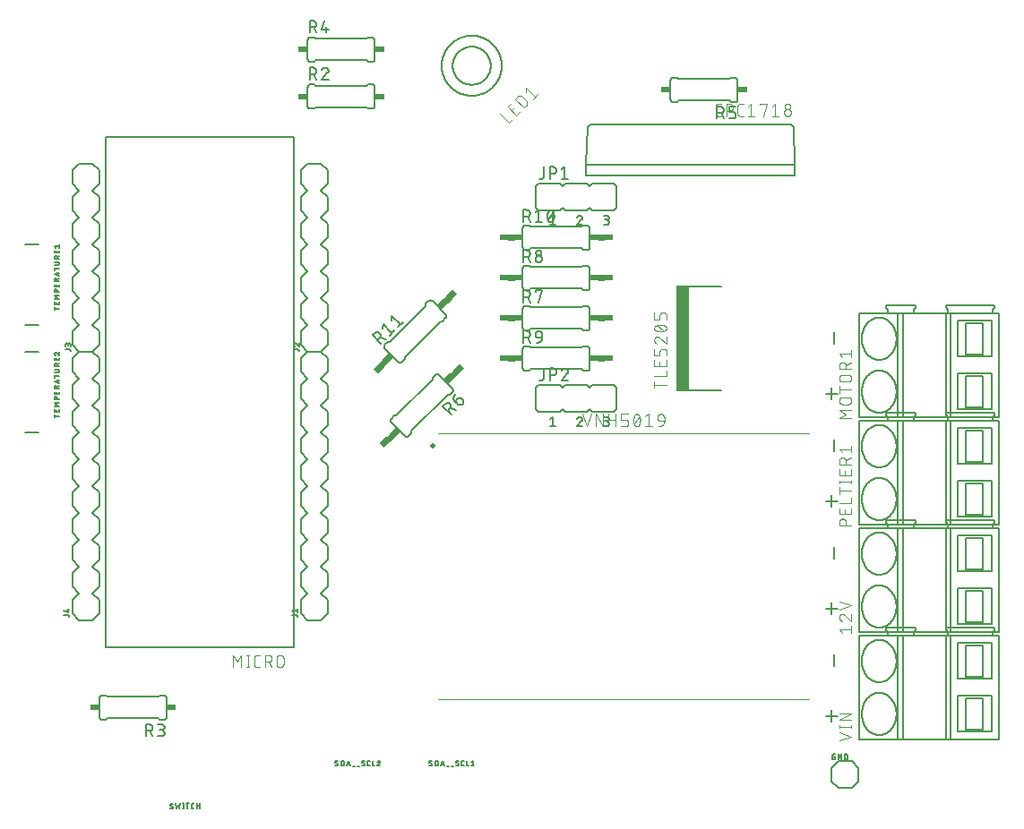
<source format=gbr>
G04 EAGLE Gerber RS-274X export*
G75*
%MOMM*%
%FSLAX34Y34*%
%LPD*%
%INSilkscreen Top*%
%IPPOS*%
%AMOC8*
5,1,8,0,0,1.08239X$1,22.5*%
G01*
%ADD10C,0.152400*%
%ADD11C,0.203200*%
%ADD12R,1.275000X10.000000*%
%ADD13C,0.101600*%
%ADD14C,0.609600*%
%ADD15R,0.863600X0.609600*%
%ADD16C,0.127000*%
%ADD17C,0.500000*%
%ADD18C,0.120000*%


D10*
X781981Y239494D02*
X792819Y239494D01*
X787400Y244912D02*
X787400Y234075D01*
X781981Y341094D02*
X792819Y341094D01*
X787400Y346512D02*
X787400Y335675D01*
X781981Y442694D02*
X792819Y442694D01*
X787400Y448112D02*
X787400Y437275D01*
X781981Y137894D02*
X792819Y137894D01*
X787400Y143312D02*
X787400Y132475D01*
X789206Y185081D02*
X789206Y195919D01*
X789206Y286681D02*
X789206Y297519D01*
X789206Y388281D02*
X789206Y399119D01*
X789206Y489881D02*
X789206Y500719D01*
D11*
X683250Y446300D02*
X652750Y446300D01*
X652750Y544300D02*
X683250Y544300D01*
D12*
X646625Y495300D03*
D13*
X631317Y451429D02*
X619633Y451429D01*
X619633Y454674D02*
X619633Y448183D01*
X619633Y459255D02*
X631317Y459255D01*
X631317Y464447D01*
X631317Y469161D02*
X631317Y474353D01*
X631317Y469161D02*
X619633Y469161D01*
X619633Y474353D01*
X624826Y473055D02*
X624826Y469161D01*
X631317Y478663D02*
X631317Y482558D01*
X631315Y482657D01*
X631309Y482757D01*
X631300Y482856D01*
X631287Y482954D01*
X631270Y483052D01*
X631249Y483150D01*
X631224Y483246D01*
X631196Y483341D01*
X631164Y483435D01*
X631129Y483528D01*
X631090Y483620D01*
X631047Y483710D01*
X631002Y483798D01*
X630952Y483885D01*
X630900Y483969D01*
X630844Y484052D01*
X630786Y484132D01*
X630724Y484210D01*
X630659Y484285D01*
X630591Y484358D01*
X630521Y484428D01*
X630448Y484496D01*
X630373Y484561D01*
X630295Y484623D01*
X630215Y484681D01*
X630132Y484737D01*
X630048Y484789D01*
X629961Y484839D01*
X629873Y484884D01*
X629783Y484927D01*
X629691Y484966D01*
X629598Y485001D01*
X629504Y485033D01*
X629409Y485061D01*
X629313Y485086D01*
X629215Y485107D01*
X629117Y485124D01*
X629019Y485137D01*
X628920Y485146D01*
X628820Y485152D01*
X628721Y485154D01*
X627422Y485154D01*
X627323Y485152D01*
X627223Y485146D01*
X627124Y485137D01*
X627026Y485124D01*
X626928Y485107D01*
X626830Y485086D01*
X626734Y485061D01*
X626639Y485033D01*
X626545Y485001D01*
X626452Y484966D01*
X626360Y484927D01*
X626270Y484884D01*
X626182Y484839D01*
X626095Y484789D01*
X626011Y484737D01*
X625928Y484681D01*
X625848Y484623D01*
X625770Y484561D01*
X625695Y484496D01*
X625622Y484428D01*
X625552Y484358D01*
X625484Y484285D01*
X625419Y484210D01*
X625357Y484132D01*
X625299Y484052D01*
X625243Y483969D01*
X625191Y483885D01*
X625141Y483798D01*
X625096Y483710D01*
X625053Y483620D01*
X625014Y483528D01*
X624979Y483435D01*
X624947Y483341D01*
X624919Y483246D01*
X624894Y483150D01*
X624873Y483052D01*
X624856Y482954D01*
X624843Y482856D01*
X624834Y482757D01*
X624828Y482657D01*
X624826Y482558D01*
X624826Y478663D01*
X619633Y478663D01*
X619633Y485154D01*
X619633Y493663D02*
X619635Y493770D01*
X619641Y493876D01*
X619651Y493982D01*
X619664Y494088D01*
X619682Y494194D01*
X619703Y494298D01*
X619728Y494402D01*
X619757Y494505D01*
X619789Y494606D01*
X619826Y494706D01*
X619866Y494805D01*
X619909Y494903D01*
X619956Y494999D01*
X620007Y495093D01*
X620061Y495185D01*
X620118Y495275D01*
X620178Y495363D01*
X620242Y495448D01*
X620309Y495531D01*
X620379Y495612D01*
X620451Y495690D01*
X620527Y495766D01*
X620605Y495838D01*
X620686Y495908D01*
X620769Y495975D01*
X620854Y496039D01*
X620942Y496099D01*
X621032Y496156D01*
X621124Y496210D01*
X621218Y496261D01*
X621314Y496308D01*
X621412Y496351D01*
X621511Y496391D01*
X621611Y496428D01*
X621712Y496460D01*
X621815Y496489D01*
X621919Y496514D01*
X622023Y496535D01*
X622129Y496553D01*
X622235Y496566D01*
X622341Y496576D01*
X622447Y496582D01*
X622554Y496584D01*
X619633Y493663D02*
X619635Y493542D01*
X619641Y493421D01*
X619651Y493301D01*
X619664Y493180D01*
X619682Y493061D01*
X619703Y492941D01*
X619728Y492823D01*
X619757Y492706D01*
X619790Y492589D01*
X619826Y492474D01*
X619867Y492360D01*
X619910Y492247D01*
X619958Y492135D01*
X620009Y492026D01*
X620064Y491918D01*
X620122Y491811D01*
X620183Y491707D01*
X620248Y491605D01*
X620316Y491505D01*
X620387Y491407D01*
X620461Y491311D01*
X620538Y491218D01*
X620619Y491128D01*
X620702Y491040D01*
X620788Y490955D01*
X620877Y490872D01*
X620968Y490793D01*
X621062Y490716D01*
X621158Y490643D01*
X621256Y490573D01*
X621357Y490506D01*
X621460Y490442D01*
X621565Y490382D01*
X621672Y490324D01*
X621780Y490271D01*
X621890Y490221D01*
X622002Y490175D01*
X622115Y490132D01*
X622230Y490093D01*
X624826Y495610D02*
X624748Y495689D01*
X624668Y495765D01*
X624585Y495838D01*
X624499Y495908D01*
X624412Y495975D01*
X624321Y496039D01*
X624229Y496099D01*
X624135Y496157D01*
X624038Y496211D01*
X623940Y496261D01*
X623840Y496308D01*
X623739Y496352D01*
X623636Y496392D01*
X623531Y496428D01*
X623426Y496460D01*
X623319Y496489D01*
X623212Y496514D01*
X623103Y496536D01*
X622994Y496553D01*
X622885Y496567D01*
X622775Y496576D01*
X622664Y496582D01*
X622554Y496584D01*
X624826Y495610D02*
X631317Y490093D01*
X631317Y496584D01*
X625475Y501523D02*
X625245Y501526D01*
X625015Y501534D01*
X624786Y501548D01*
X624557Y501567D01*
X624328Y501592D01*
X624100Y501622D01*
X623873Y501657D01*
X623647Y501698D01*
X623422Y501744D01*
X623198Y501796D01*
X622975Y501853D01*
X622754Y501915D01*
X622534Y501983D01*
X622316Y502056D01*
X622100Y502134D01*
X621886Y502217D01*
X621674Y502305D01*
X621463Y502398D01*
X621256Y502497D01*
X621256Y502496D02*
X621166Y502529D01*
X621077Y502565D01*
X620989Y502605D01*
X620904Y502649D01*
X620820Y502696D01*
X620738Y502746D01*
X620658Y502800D01*
X620581Y502856D01*
X620505Y502916D01*
X620432Y502979D01*
X620362Y503044D01*
X620294Y503113D01*
X620230Y503184D01*
X620168Y503257D01*
X620109Y503333D01*
X620053Y503411D01*
X620000Y503492D01*
X619951Y503574D01*
X619905Y503658D01*
X619862Y503745D01*
X619823Y503832D01*
X619787Y503922D01*
X619755Y504012D01*
X619727Y504104D01*
X619702Y504197D01*
X619681Y504291D01*
X619664Y504385D01*
X619650Y504480D01*
X619641Y504576D01*
X619635Y504672D01*
X619633Y504768D01*
X619635Y504864D01*
X619641Y504960D01*
X619650Y505056D01*
X619664Y505151D01*
X619681Y505245D01*
X619702Y505339D01*
X619727Y505432D01*
X619755Y505524D01*
X619787Y505614D01*
X619823Y505704D01*
X619862Y505792D01*
X619905Y505878D01*
X619951Y505962D01*
X620000Y506044D01*
X620053Y506125D01*
X620109Y506203D01*
X620168Y506279D01*
X620230Y506352D01*
X620294Y506423D01*
X620362Y506492D01*
X620432Y506557D01*
X620505Y506620D01*
X620581Y506680D01*
X620658Y506736D01*
X620738Y506790D01*
X620820Y506840D01*
X620904Y506887D01*
X620989Y506931D01*
X621077Y506971D01*
X621166Y507007D01*
X621256Y507040D01*
X621463Y507139D01*
X621674Y507232D01*
X621886Y507320D01*
X622100Y507403D01*
X622316Y507481D01*
X622534Y507554D01*
X622754Y507622D01*
X622975Y507684D01*
X623198Y507741D01*
X623422Y507793D01*
X623647Y507839D01*
X623873Y507880D01*
X624100Y507915D01*
X624328Y507945D01*
X624557Y507970D01*
X624786Y507989D01*
X625015Y508003D01*
X625245Y508011D01*
X625475Y508014D01*
X625475Y501523D02*
X625705Y501526D01*
X625935Y501534D01*
X626164Y501548D01*
X626393Y501567D01*
X626622Y501592D01*
X626850Y501622D01*
X627077Y501657D01*
X627303Y501698D01*
X627528Y501744D01*
X627752Y501796D01*
X627975Y501853D01*
X628196Y501915D01*
X628416Y501983D01*
X628634Y502056D01*
X628850Y502134D01*
X629064Y502217D01*
X629276Y502305D01*
X629487Y502398D01*
X629694Y502497D01*
X629694Y502496D02*
X629784Y502529D01*
X629873Y502565D01*
X629961Y502606D01*
X630046Y502649D01*
X630130Y502696D01*
X630212Y502746D01*
X630292Y502800D01*
X630369Y502856D01*
X630445Y502916D01*
X630518Y502979D01*
X630588Y503044D01*
X630656Y503113D01*
X630720Y503184D01*
X630782Y503257D01*
X630841Y503333D01*
X630897Y503411D01*
X630950Y503492D01*
X630999Y503574D01*
X631045Y503658D01*
X631088Y503745D01*
X631127Y503832D01*
X631163Y503922D01*
X631195Y504012D01*
X631223Y504104D01*
X631248Y504197D01*
X631269Y504291D01*
X631286Y504385D01*
X631300Y504480D01*
X631309Y504576D01*
X631315Y504672D01*
X631317Y504768D01*
X629694Y507040D02*
X629487Y507139D01*
X629276Y507232D01*
X629064Y507320D01*
X628850Y507403D01*
X628634Y507481D01*
X628416Y507554D01*
X628196Y507622D01*
X627975Y507684D01*
X627752Y507741D01*
X627528Y507793D01*
X627303Y507839D01*
X627077Y507880D01*
X626850Y507915D01*
X626622Y507945D01*
X626393Y507970D01*
X626164Y507989D01*
X625935Y508003D01*
X625705Y508011D01*
X625475Y508014D01*
X629694Y507040D02*
X629784Y507007D01*
X629873Y506971D01*
X629961Y506931D01*
X630046Y506887D01*
X630130Y506840D01*
X630212Y506790D01*
X630292Y506736D01*
X630369Y506680D01*
X630445Y506620D01*
X630518Y506557D01*
X630588Y506492D01*
X630656Y506423D01*
X630720Y506352D01*
X630782Y506279D01*
X630841Y506203D01*
X630897Y506125D01*
X630950Y506044D01*
X630999Y505962D01*
X631045Y505878D01*
X631088Y505791D01*
X631127Y505704D01*
X631163Y505614D01*
X631195Y505524D01*
X631223Y505432D01*
X631248Y505339D01*
X631269Y505245D01*
X631286Y505151D01*
X631300Y505056D01*
X631309Y504960D01*
X631315Y504864D01*
X631317Y504768D01*
X628721Y502172D02*
X622229Y507365D01*
X631317Y512953D02*
X631317Y516848D01*
X631315Y516947D01*
X631309Y517047D01*
X631300Y517146D01*
X631287Y517244D01*
X631270Y517342D01*
X631249Y517440D01*
X631224Y517536D01*
X631196Y517631D01*
X631164Y517725D01*
X631129Y517818D01*
X631090Y517910D01*
X631047Y518000D01*
X631002Y518088D01*
X630952Y518175D01*
X630900Y518259D01*
X630844Y518342D01*
X630786Y518422D01*
X630724Y518500D01*
X630659Y518575D01*
X630591Y518648D01*
X630521Y518718D01*
X630448Y518786D01*
X630373Y518851D01*
X630295Y518913D01*
X630215Y518971D01*
X630132Y519027D01*
X630048Y519079D01*
X629961Y519129D01*
X629873Y519174D01*
X629783Y519217D01*
X629691Y519256D01*
X629598Y519291D01*
X629504Y519323D01*
X629409Y519351D01*
X629313Y519376D01*
X629215Y519397D01*
X629117Y519414D01*
X629019Y519427D01*
X628920Y519436D01*
X628820Y519442D01*
X628721Y519444D01*
X627422Y519444D01*
X627323Y519442D01*
X627223Y519436D01*
X627124Y519427D01*
X627026Y519414D01*
X626928Y519397D01*
X626830Y519376D01*
X626734Y519351D01*
X626639Y519323D01*
X626545Y519291D01*
X626452Y519256D01*
X626360Y519217D01*
X626270Y519174D01*
X626182Y519129D01*
X626095Y519079D01*
X626011Y519027D01*
X625928Y518971D01*
X625848Y518913D01*
X625770Y518851D01*
X625695Y518786D01*
X625622Y518718D01*
X625552Y518648D01*
X625484Y518575D01*
X625419Y518500D01*
X625357Y518422D01*
X625299Y518342D01*
X625243Y518259D01*
X625191Y518175D01*
X625141Y518088D01*
X625096Y518000D01*
X625053Y517910D01*
X625014Y517818D01*
X624979Y517725D01*
X624947Y517631D01*
X624919Y517536D01*
X624894Y517440D01*
X624873Y517342D01*
X624856Y517244D01*
X624843Y517146D01*
X624834Y517047D01*
X624828Y516947D01*
X624826Y516848D01*
X624826Y512953D01*
X619633Y512953D01*
X619633Y519444D01*
D10*
X497840Y525780D02*
X497740Y525778D01*
X497641Y525772D01*
X497541Y525762D01*
X497443Y525749D01*
X497344Y525731D01*
X497247Y525710D01*
X497151Y525685D01*
X497055Y525656D01*
X496961Y525623D01*
X496868Y525587D01*
X496777Y525547D01*
X496687Y525503D01*
X496599Y525456D01*
X496513Y525406D01*
X496429Y525352D01*
X496347Y525295D01*
X496268Y525235D01*
X496190Y525171D01*
X496116Y525105D01*
X496044Y525036D01*
X495975Y524964D01*
X495909Y524890D01*
X495845Y524812D01*
X495785Y524733D01*
X495728Y524651D01*
X495674Y524567D01*
X495624Y524481D01*
X495577Y524393D01*
X495533Y524303D01*
X495493Y524212D01*
X495457Y524119D01*
X495424Y524025D01*
X495395Y523929D01*
X495370Y523833D01*
X495349Y523736D01*
X495331Y523637D01*
X495318Y523539D01*
X495308Y523439D01*
X495302Y523340D01*
X495300Y523240D01*
X495300Y505460D02*
X495302Y505360D01*
X495308Y505261D01*
X495318Y505161D01*
X495331Y505063D01*
X495349Y504964D01*
X495370Y504867D01*
X495395Y504771D01*
X495424Y504675D01*
X495457Y504581D01*
X495493Y504488D01*
X495533Y504397D01*
X495577Y504307D01*
X495624Y504219D01*
X495674Y504133D01*
X495728Y504049D01*
X495785Y503967D01*
X495845Y503888D01*
X495909Y503810D01*
X495975Y503736D01*
X496044Y503664D01*
X496116Y503595D01*
X496190Y503529D01*
X496268Y503465D01*
X496347Y503405D01*
X496429Y503348D01*
X496513Y503294D01*
X496599Y503244D01*
X496687Y503197D01*
X496777Y503153D01*
X496868Y503113D01*
X496961Y503077D01*
X497055Y503044D01*
X497151Y503015D01*
X497247Y502990D01*
X497344Y502969D01*
X497443Y502951D01*
X497541Y502938D01*
X497641Y502928D01*
X497740Y502922D01*
X497840Y502920D01*
X556260Y502920D02*
X556360Y502922D01*
X556459Y502928D01*
X556559Y502938D01*
X556657Y502951D01*
X556756Y502969D01*
X556853Y502990D01*
X556949Y503015D01*
X557045Y503044D01*
X557139Y503077D01*
X557232Y503113D01*
X557323Y503153D01*
X557413Y503197D01*
X557501Y503244D01*
X557587Y503294D01*
X557671Y503348D01*
X557753Y503405D01*
X557832Y503465D01*
X557910Y503529D01*
X557984Y503595D01*
X558056Y503664D01*
X558125Y503736D01*
X558191Y503810D01*
X558255Y503888D01*
X558315Y503967D01*
X558372Y504049D01*
X558426Y504133D01*
X558476Y504219D01*
X558523Y504307D01*
X558567Y504397D01*
X558607Y504488D01*
X558643Y504581D01*
X558676Y504675D01*
X558705Y504771D01*
X558730Y504867D01*
X558751Y504964D01*
X558769Y505063D01*
X558782Y505161D01*
X558792Y505261D01*
X558798Y505360D01*
X558800Y505460D01*
X558800Y523240D02*
X558798Y523340D01*
X558792Y523439D01*
X558782Y523539D01*
X558769Y523637D01*
X558751Y523736D01*
X558730Y523833D01*
X558705Y523929D01*
X558676Y524025D01*
X558643Y524119D01*
X558607Y524212D01*
X558567Y524303D01*
X558523Y524393D01*
X558476Y524481D01*
X558426Y524567D01*
X558372Y524651D01*
X558315Y524733D01*
X558255Y524812D01*
X558191Y524890D01*
X558125Y524964D01*
X558056Y525036D01*
X557984Y525105D01*
X557910Y525171D01*
X557832Y525235D01*
X557753Y525295D01*
X557671Y525352D01*
X557587Y525406D01*
X557501Y525456D01*
X557413Y525503D01*
X557323Y525547D01*
X557232Y525587D01*
X557139Y525623D01*
X557045Y525656D01*
X556949Y525685D01*
X556853Y525710D01*
X556756Y525731D01*
X556657Y525749D01*
X556559Y525762D01*
X556459Y525772D01*
X556360Y525778D01*
X556260Y525780D01*
X495300Y523240D02*
X495300Y505460D01*
X497840Y525780D02*
X501650Y525780D01*
X502920Y524510D01*
X501650Y502920D02*
X497840Y502920D01*
X501650Y502920D02*
X502920Y504190D01*
X551180Y524510D02*
X552450Y525780D01*
X551180Y524510D02*
X502920Y524510D01*
X551180Y504190D02*
X552450Y502920D01*
X551180Y504190D02*
X502920Y504190D01*
X552450Y525780D02*
X556260Y525780D01*
X556260Y502920D02*
X552450Y502920D01*
X558800Y505460D02*
X558800Y523240D01*
D14*
X567690Y514350D02*
X571500Y514350D01*
X486410Y514350D02*
X482600Y514350D01*
D15*
X563118Y514350D03*
X490982Y514350D03*
X575818Y514350D03*
X478282Y514350D03*
D16*
X495935Y528955D02*
X495935Y540385D01*
X499110Y540385D01*
X499221Y540383D01*
X499331Y540377D01*
X499442Y540368D01*
X499552Y540354D01*
X499661Y540337D01*
X499770Y540316D01*
X499878Y540291D01*
X499985Y540262D01*
X500091Y540230D01*
X500196Y540194D01*
X500299Y540154D01*
X500401Y540111D01*
X500502Y540064D01*
X500601Y540013D01*
X500698Y539960D01*
X500792Y539903D01*
X500885Y539842D01*
X500976Y539779D01*
X501065Y539712D01*
X501151Y539642D01*
X501234Y539569D01*
X501316Y539494D01*
X501394Y539416D01*
X501469Y539334D01*
X501542Y539251D01*
X501612Y539165D01*
X501679Y539076D01*
X501742Y538985D01*
X501803Y538892D01*
X501860Y538797D01*
X501913Y538701D01*
X501964Y538602D01*
X502011Y538501D01*
X502054Y538399D01*
X502094Y538296D01*
X502130Y538191D01*
X502162Y538085D01*
X502191Y537978D01*
X502216Y537870D01*
X502237Y537761D01*
X502254Y537652D01*
X502268Y537542D01*
X502277Y537431D01*
X502283Y537321D01*
X502285Y537210D01*
X502283Y537099D01*
X502277Y536989D01*
X502268Y536878D01*
X502254Y536768D01*
X502237Y536659D01*
X502216Y536550D01*
X502191Y536442D01*
X502162Y536335D01*
X502130Y536229D01*
X502094Y536124D01*
X502054Y536021D01*
X502011Y535919D01*
X501964Y535818D01*
X501913Y535719D01*
X501860Y535623D01*
X501803Y535528D01*
X501742Y535435D01*
X501679Y535344D01*
X501612Y535255D01*
X501542Y535169D01*
X501469Y535086D01*
X501394Y535004D01*
X501316Y534926D01*
X501234Y534851D01*
X501151Y534778D01*
X501065Y534708D01*
X500976Y534641D01*
X500885Y534578D01*
X500792Y534517D01*
X500698Y534460D01*
X500601Y534407D01*
X500502Y534356D01*
X500401Y534309D01*
X500299Y534266D01*
X500196Y534226D01*
X500091Y534190D01*
X499985Y534158D01*
X499878Y534129D01*
X499770Y534104D01*
X499661Y534083D01*
X499552Y534066D01*
X499442Y534052D01*
X499331Y534043D01*
X499221Y534037D01*
X499110Y534035D01*
X495935Y534035D01*
X499745Y534035D02*
X502285Y528955D01*
X507282Y539115D02*
X507282Y540385D01*
X513632Y540385D01*
X510457Y528955D01*
D10*
X495300Y561340D02*
X495302Y561440D01*
X495308Y561539D01*
X495318Y561639D01*
X495331Y561737D01*
X495349Y561836D01*
X495370Y561933D01*
X495395Y562029D01*
X495424Y562125D01*
X495457Y562219D01*
X495493Y562312D01*
X495533Y562403D01*
X495577Y562493D01*
X495624Y562581D01*
X495674Y562667D01*
X495728Y562751D01*
X495785Y562833D01*
X495845Y562912D01*
X495909Y562990D01*
X495975Y563064D01*
X496044Y563136D01*
X496116Y563205D01*
X496190Y563271D01*
X496268Y563335D01*
X496347Y563395D01*
X496429Y563452D01*
X496513Y563506D01*
X496599Y563556D01*
X496687Y563603D01*
X496777Y563647D01*
X496868Y563687D01*
X496961Y563723D01*
X497055Y563756D01*
X497151Y563785D01*
X497247Y563810D01*
X497344Y563831D01*
X497443Y563849D01*
X497541Y563862D01*
X497641Y563872D01*
X497740Y563878D01*
X497840Y563880D01*
X495300Y543560D02*
X495302Y543460D01*
X495308Y543361D01*
X495318Y543261D01*
X495331Y543163D01*
X495349Y543064D01*
X495370Y542967D01*
X495395Y542871D01*
X495424Y542775D01*
X495457Y542681D01*
X495493Y542588D01*
X495533Y542497D01*
X495577Y542407D01*
X495624Y542319D01*
X495674Y542233D01*
X495728Y542149D01*
X495785Y542067D01*
X495845Y541988D01*
X495909Y541910D01*
X495975Y541836D01*
X496044Y541764D01*
X496116Y541695D01*
X496190Y541629D01*
X496268Y541565D01*
X496347Y541505D01*
X496429Y541448D01*
X496513Y541394D01*
X496599Y541344D01*
X496687Y541297D01*
X496777Y541253D01*
X496868Y541213D01*
X496961Y541177D01*
X497055Y541144D01*
X497151Y541115D01*
X497247Y541090D01*
X497344Y541069D01*
X497443Y541051D01*
X497541Y541038D01*
X497641Y541028D01*
X497740Y541022D01*
X497840Y541020D01*
X556260Y541020D02*
X556360Y541022D01*
X556459Y541028D01*
X556559Y541038D01*
X556657Y541051D01*
X556756Y541069D01*
X556853Y541090D01*
X556949Y541115D01*
X557045Y541144D01*
X557139Y541177D01*
X557232Y541213D01*
X557323Y541253D01*
X557413Y541297D01*
X557501Y541344D01*
X557587Y541394D01*
X557671Y541448D01*
X557753Y541505D01*
X557832Y541565D01*
X557910Y541629D01*
X557984Y541695D01*
X558056Y541764D01*
X558125Y541836D01*
X558191Y541910D01*
X558255Y541988D01*
X558315Y542067D01*
X558372Y542149D01*
X558426Y542233D01*
X558476Y542319D01*
X558523Y542407D01*
X558567Y542497D01*
X558607Y542588D01*
X558643Y542681D01*
X558676Y542775D01*
X558705Y542871D01*
X558730Y542967D01*
X558751Y543064D01*
X558769Y543163D01*
X558782Y543261D01*
X558792Y543361D01*
X558798Y543460D01*
X558800Y543560D01*
X558800Y561340D02*
X558798Y561440D01*
X558792Y561539D01*
X558782Y561639D01*
X558769Y561737D01*
X558751Y561836D01*
X558730Y561933D01*
X558705Y562029D01*
X558676Y562125D01*
X558643Y562219D01*
X558607Y562312D01*
X558567Y562403D01*
X558523Y562493D01*
X558476Y562581D01*
X558426Y562667D01*
X558372Y562751D01*
X558315Y562833D01*
X558255Y562912D01*
X558191Y562990D01*
X558125Y563064D01*
X558056Y563136D01*
X557984Y563205D01*
X557910Y563271D01*
X557832Y563335D01*
X557753Y563395D01*
X557671Y563452D01*
X557587Y563506D01*
X557501Y563556D01*
X557413Y563603D01*
X557323Y563647D01*
X557232Y563687D01*
X557139Y563723D01*
X557045Y563756D01*
X556949Y563785D01*
X556853Y563810D01*
X556756Y563831D01*
X556657Y563849D01*
X556559Y563862D01*
X556459Y563872D01*
X556360Y563878D01*
X556260Y563880D01*
X495300Y561340D02*
X495300Y543560D01*
X497840Y563880D02*
X501650Y563880D01*
X502920Y562610D01*
X501650Y541020D02*
X497840Y541020D01*
X501650Y541020D02*
X502920Y542290D01*
X551180Y562610D02*
X552450Y563880D01*
X551180Y562610D02*
X502920Y562610D01*
X551180Y542290D02*
X552450Y541020D01*
X551180Y542290D02*
X502920Y542290D01*
X552450Y563880D02*
X556260Y563880D01*
X556260Y541020D02*
X552450Y541020D01*
X558800Y543560D02*
X558800Y561340D01*
D14*
X567690Y552450D02*
X571500Y552450D01*
X486410Y552450D02*
X482600Y552450D01*
D15*
X563118Y552450D03*
X490982Y552450D03*
X575818Y552450D03*
X478282Y552450D03*
D16*
X495935Y567055D02*
X495935Y578485D01*
X499110Y578485D01*
X499221Y578483D01*
X499331Y578477D01*
X499442Y578468D01*
X499552Y578454D01*
X499661Y578437D01*
X499770Y578416D01*
X499878Y578391D01*
X499985Y578362D01*
X500091Y578330D01*
X500196Y578294D01*
X500299Y578254D01*
X500401Y578211D01*
X500502Y578164D01*
X500601Y578113D01*
X500698Y578060D01*
X500792Y578003D01*
X500885Y577942D01*
X500976Y577879D01*
X501065Y577812D01*
X501151Y577742D01*
X501234Y577669D01*
X501316Y577594D01*
X501394Y577516D01*
X501469Y577434D01*
X501542Y577351D01*
X501612Y577265D01*
X501679Y577176D01*
X501742Y577085D01*
X501803Y576992D01*
X501860Y576897D01*
X501913Y576801D01*
X501964Y576702D01*
X502011Y576601D01*
X502054Y576499D01*
X502094Y576396D01*
X502130Y576291D01*
X502162Y576185D01*
X502191Y576078D01*
X502216Y575970D01*
X502237Y575861D01*
X502254Y575752D01*
X502268Y575642D01*
X502277Y575531D01*
X502283Y575421D01*
X502285Y575310D01*
X502283Y575199D01*
X502277Y575089D01*
X502268Y574978D01*
X502254Y574868D01*
X502237Y574759D01*
X502216Y574650D01*
X502191Y574542D01*
X502162Y574435D01*
X502130Y574329D01*
X502094Y574224D01*
X502054Y574121D01*
X502011Y574019D01*
X501964Y573918D01*
X501913Y573819D01*
X501860Y573723D01*
X501803Y573628D01*
X501742Y573535D01*
X501679Y573444D01*
X501612Y573355D01*
X501542Y573269D01*
X501469Y573186D01*
X501394Y573104D01*
X501316Y573026D01*
X501234Y572951D01*
X501151Y572878D01*
X501065Y572808D01*
X500976Y572741D01*
X500885Y572678D01*
X500792Y572617D01*
X500698Y572560D01*
X500601Y572507D01*
X500502Y572456D01*
X500401Y572409D01*
X500299Y572366D01*
X500196Y572326D01*
X500091Y572290D01*
X499985Y572258D01*
X499878Y572229D01*
X499770Y572204D01*
X499661Y572183D01*
X499552Y572166D01*
X499442Y572152D01*
X499331Y572143D01*
X499221Y572137D01*
X499110Y572135D01*
X495935Y572135D01*
X499745Y572135D02*
X502285Y567055D01*
X507282Y570230D02*
X507284Y570341D01*
X507290Y570451D01*
X507299Y570562D01*
X507313Y570672D01*
X507330Y570781D01*
X507351Y570890D01*
X507376Y570998D01*
X507405Y571105D01*
X507437Y571211D01*
X507473Y571316D01*
X507513Y571419D01*
X507556Y571521D01*
X507603Y571622D01*
X507654Y571721D01*
X507707Y571818D01*
X507764Y571912D01*
X507825Y572005D01*
X507888Y572096D01*
X507955Y572185D01*
X508025Y572271D01*
X508098Y572354D01*
X508173Y572436D01*
X508251Y572514D01*
X508333Y572589D01*
X508416Y572662D01*
X508502Y572732D01*
X508591Y572799D01*
X508682Y572862D01*
X508775Y572923D01*
X508870Y572980D01*
X508966Y573033D01*
X509065Y573084D01*
X509166Y573131D01*
X509268Y573174D01*
X509371Y573214D01*
X509476Y573250D01*
X509582Y573282D01*
X509689Y573311D01*
X509797Y573336D01*
X509906Y573357D01*
X510015Y573374D01*
X510125Y573388D01*
X510236Y573397D01*
X510346Y573403D01*
X510457Y573405D01*
X510568Y573403D01*
X510678Y573397D01*
X510789Y573388D01*
X510899Y573374D01*
X511008Y573357D01*
X511117Y573336D01*
X511225Y573311D01*
X511332Y573282D01*
X511438Y573250D01*
X511543Y573214D01*
X511646Y573174D01*
X511748Y573131D01*
X511849Y573084D01*
X511948Y573033D01*
X512045Y572980D01*
X512139Y572923D01*
X512232Y572862D01*
X512323Y572799D01*
X512412Y572732D01*
X512498Y572662D01*
X512581Y572589D01*
X512663Y572514D01*
X512741Y572436D01*
X512816Y572354D01*
X512889Y572271D01*
X512959Y572185D01*
X513026Y572096D01*
X513089Y572005D01*
X513150Y571912D01*
X513207Y571818D01*
X513260Y571721D01*
X513311Y571622D01*
X513358Y571521D01*
X513401Y571419D01*
X513441Y571316D01*
X513477Y571211D01*
X513509Y571105D01*
X513538Y570998D01*
X513563Y570890D01*
X513584Y570781D01*
X513601Y570672D01*
X513615Y570562D01*
X513624Y570451D01*
X513630Y570341D01*
X513632Y570230D01*
X513630Y570119D01*
X513624Y570009D01*
X513615Y569898D01*
X513601Y569788D01*
X513584Y569679D01*
X513563Y569570D01*
X513538Y569462D01*
X513509Y569355D01*
X513477Y569249D01*
X513441Y569144D01*
X513401Y569041D01*
X513358Y568939D01*
X513311Y568838D01*
X513260Y568739D01*
X513207Y568643D01*
X513150Y568548D01*
X513089Y568455D01*
X513026Y568364D01*
X512959Y568275D01*
X512889Y568189D01*
X512816Y568106D01*
X512741Y568024D01*
X512663Y567946D01*
X512581Y567871D01*
X512498Y567798D01*
X512412Y567728D01*
X512323Y567661D01*
X512232Y567598D01*
X512139Y567537D01*
X512044Y567480D01*
X511948Y567427D01*
X511849Y567376D01*
X511748Y567329D01*
X511646Y567286D01*
X511543Y567246D01*
X511438Y567210D01*
X511332Y567178D01*
X511225Y567149D01*
X511117Y567124D01*
X511008Y567103D01*
X510899Y567086D01*
X510789Y567072D01*
X510678Y567063D01*
X510568Y567057D01*
X510457Y567055D01*
X510346Y567057D01*
X510236Y567063D01*
X510125Y567072D01*
X510015Y567086D01*
X509906Y567103D01*
X509797Y567124D01*
X509689Y567149D01*
X509582Y567178D01*
X509476Y567210D01*
X509371Y567246D01*
X509268Y567286D01*
X509166Y567329D01*
X509065Y567376D01*
X508966Y567427D01*
X508870Y567480D01*
X508775Y567537D01*
X508682Y567598D01*
X508591Y567661D01*
X508502Y567728D01*
X508416Y567798D01*
X508333Y567871D01*
X508251Y567946D01*
X508173Y568024D01*
X508098Y568106D01*
X508025Y568189D01*
X507955Y568275D01*
X507888Y568364D01*
X507825Y568455D01*
X507764Y568548D01*
X507707Y568643D01*
X507654Y568739D01*
X507603Y568838D01*
X507556Y568939D01*
X507513Y569041D01*
X507473Y569144D01*
X507437Y569249D01*
X507405Y569355D01*
X507376Y569462D01*
X507351Y569570D01*
X507330Y569679D01*
X507313Y569788D01*
X507299Y569898D01*
X507290Y570009D01*
X507284Y570119D01*
X507282Y570230D01*
X507917Y575945D02*
X507919Y576045D01*
X507925Y576144D01*
X507935Y576244D01*
X507948Y576342D01*
X507966Y576441D01*
X507987Y576538D01*
X508012Y576634D01*
X508041Y576730D01*
X508074Y576824D01*
X508110Y576917D01*
X508150Y577008D01*
X508194Y577098D01*
X508241Y577186D01*
X508291Y577272D01*
X508345Y577356D01*
X508402Y577438D01*
X508462Y577517D01*
X508526Y577595D01*
X508592Y577669D01*
X508661Y577741D01*
X508733Y577810D01*
X508807Y577876D01*
X508885Y577940D01*
X508964Y578000D01*
X509046Y578057D01*
X509130Y578111D01*
X509216Y578161D01*
X509304Y578208D01*
X509394Y578252D01*
X509485Y578292D01*
X509578Y578328D01*
X509672Y578361D01*
X509768Y578390D01*
X509864Y578415D01*
X509961Y578436D01*
X510060Y578454D01*
X510158Y578467D01*
X510258Y578477D01*
X510357Y578483D01*
X510457Y578485D01*
X510557Y578483D01*
X510656Y578477D01*
X510756Y578467D01*
X510854Y578454D01*
X510953Y578436D01*
X511050Y578415D01*
X511146Y578390D01*
X511242Y578361D01*
X511336Y578328D01*
X511429Y578292D01*
X511520Y578252D01*
X511610Y578208D01*
X511698Y578161D01*
X511784Y578111D01*
X511868Y578057D01*
X511950Y578000D01*
X512029Y577940D01*
X512107Y577876D01*
X512181Y577810D01*
X512253Y577741D01*
X512322Y577669D01*
X512388Y577595D01*
X512452Y577517D01*
X512512Y577438D01*
X512569Y577356D01*
X512623Y577272D01*
X512673Y577186D01*
X512720Y577098D01*
X512764Y577008D01*
X512804Y576917D01*
X512840Y576824D01*
X512873Y576730D01*
X512902Y576634D01*
X512927Y576538D01*
X512948Y576441D01*
X512966Y576342D01*
X512979Y576244D01*
X512989Y576144D01*
X512995Y576045D01*
X512997Y575945D01*
X512995Y575845D01*
X512989Y575746D01*
X512979Y575646D01*
X512966Y575548D01*
X512948Y575449D01*
X512927Y575352D01*
X512902Y575256D01*
X512873Y575160D01*
X512840Y575066D01*
X512804Y574973D01*
X512764Y574882D01*
X512720Y574792D01*
X512673Y574704D01*
X512623Y574618D01*
X512569Y574534D01*
X512512Y574452D01*
X512452Y574373D01*
X512388Y574295D01*
X512322Y574221D01*
X512253Y574149D01*
X512181Y574080D01*
X512107Y574014D01*
X512029Y573950D01*
X511950Y573890D01*
X511868Y573833D01*
X511784Y573779D01*
X511698Y573729D01*
X511610Y573682D01*
X511520Y573638D01*
X511429Y573598D01*
X511336Y573562D01*
X511242Y573529D01*
X511146Y573500D01*
X511050Y573475D01*
X510953Y573454D01*
X510854Y573436D01*
X510756Y573423D01*
X510656Y573413D01*
X510557Y573407D01*
X510457Y573405D01*
X510357Y573407D01*
X510258Y573413D01*
X510158Y573423D01*
X510060Y573436D01*
X509961Y573454D01*
X509864Y573475D01*
X509768Y573500D01*
X509672Y573529D01*
X509578Y573562D01*
X509485Y573598D01*
X509394Y573638D01*
X509304Y573682D01*
X509216Y573729D01*
X509130Y573779D01*
X509046Y573833D01*
X508964Y573890D01*
X508885Y573950D01*
X508807Y574014D01*
X508733Y574080D01*
X508661Y574149D01*
X508592Y574221D01*
X508526Y574295D01*
X508462Y574373D01*
X508402Y574452D01*
X508345Y574534D01*
X508291Y574618D01*
X508241Y574704D01*
X508194Y574792D01*
X508150Y574882D01*
X508110Y574973D01*
X508074Y575066D01*
X508041Y575160D01*
X508012Y575256D01*
X507987Y575352D01*
X507966Y575449D01*
X507948Y575548D01*
X507935Y575646D01*
X507925Y575746D01*
X507919Y575845D01*
X507917Y575945D01*
D11*
X895317Y518900D02*
X895317Y420900D01*
X899840Y420900D02*
X899840Y518900D01*
X854380Y518900D02*
X854380Y420900D01*
X849515Y420900D02*
X849515Y518900D01*
X815781Y494900D02*
X815788Y494302D01*
X815810Y493705D01*
X815847Y493109D01*
X815898Y492514D01*
X815964Y491920D01*
X816044Y491328D01*
X816139Y490739D01*
X816140Y490739D02*
X816234Y490233D01*
X816338Y489730D01*
X816454Y489229D01*
X816581Y488731D01*
X816718Y488236D01*
X816867Y487744D01*
X817026Y487255D01*
X817196Y486770D01*
X817374Y486300D01*
X817562Y485834D01*
X817761Y485372D01*
X817971Y484915D01*
X818191Y484463D01*
X818421Y484017D01*
X818662Y483575D01*
X818913Y483140D01*
X819136Y482773D01*
X819367Y482412D01*
X819606Y482056D01*
X819853Y481706D01*
X820108Y481360D01*
X820370Y481021D01*
X820639Y480687D01*
X820916Y480360D01*
X821200Y480038D01*
X821200Y480039D02*
X821481Y479737D01*
X821769Y479441D01*
X822064Y479153D01*
X822366Y478872D01*
X822675Y478598D01*
X822990Y478331D01*
X823312Y478073D01*
X823639Y477822D01*
X823973Y477579D01*
X824281Y477368D01*
X824593Y477164D01*
X824911Y476967D01*
X825233Y476779D01*
X825559Y476598D01*
X825890Y476425D01*
X826225Y476261D01*
X826564Y476104D01*
X826564Y476105D02*
X826860Y475977D01*
X827159Y475856D01*
X827460Y475742D01*
X827764Y475635D01*
X828071Y475535D01*
X828379Y475442D01*
X828690Y475356D01*
X829002Y475277D01*
X829316Y475205D01*
X829629Y475141D01*
X829942Y475085D01*
X830258Y475036D01*
X830574Y474995D01*
X830891Y474961D01*
X831208Y474934D01*
X831527Y474915D01*
X831845Y474904D01*
X832164Y474900D01*
X829316Y514595D02*
X829628Y514659D01*
X829942Y514715D01*
X830257Y514764D01*
X830573Y514805D01*
X830891Y514839D01*
X831208Y514866D01*
X831527Y514885D01*
X831845Y514896D01*
X832164Y514900D01*
X829316Y514595D02*
X829002Y514523D01*
X828689Y514444D01*
X828379Y514358D01*
X828070Y514265D01*
X827764Y514165D01*
X827460Y514058D01*
X827159Y513943D01*
X826860Y513822D01*
X826564Y513695D01*
X826563Y513695D02*
X826262Y513557D01*
X825963Y513412D01*
X825668Y513261D01*
X825376Y513103D01*
X825088Y512939D01*
X824803Y512769D01*
X824522Y512593D01*
X824245Y512410D01*
X823972Y512221D01*
X823973Y512221D02*
X823639Y511978D01*
X823311Y511728D01*
X822989Y511469D01*
X822674Y511203D01*
X822365Y510929D01*
X822063Y510648D01*
X821768Y510359D01*
X821480Y510063D01*
X821200Y509761D01*
X820916Y509440D01*
X820638Y509113D01*
X820369Y508780D01*
X820106Y508441D01*
X819852Y508096D01*
X819605Y507745D01*
X819366Y507389D01*
X819136Y507027D01*
X818913Y506660D01*
X818662Y506225D01*
X818420Y505784D01*
X818189Y505337D01*
X817969Y504885D01*
X817759Y504428D01*
X817561Y503967D01*
X817373Y503500D01*
X817196Y503030D01*
X817025Y502545D01*
X816866Y502057D01*
X816717Y501565D01*
X816580Y501069D01*
X816453Y500571D01*
X816337Y500070D01*
X816233Y499567D01*
X816140Y499061D01*
X816056Y498545D01*
X815983Y498027D01*
X815921Y497508D01*
X815871Y496988D01*
X815831Y496467D01*
X815803Y495945D01*
X815786Y495422D01*
X815781Y494900D01*
X828756Y464462D02*
X829060Y464537D01*
X829366Y464606D01*
X829673Y464667D01*
X829981Y464721D01*
X830291Y464768D01*
X830602Y464808D01*
X830913Y464841D01*
X831225Y464867D01*
X831538Y464885D01*
X831851Y464896D01*
X832164Y464900D01*
X828756Y464462D02*
X828418Y464369D01*
X828082Y464268D01*
X827749Y464159D01*
X827418Y464042D01*
X827091Y463917D01*
X826766Y463784D01*
X826445Y463643D01*
X826128Y463494D01*
X825814Y463337D01*
X825505Y463173D01*
X825204Y463009D01*
X824906Y462839D01*
X824613Y462661D01*
X824324Y462476D01*
X824040Y462285D01*
X823760Y462087D01*
X823485Y461882D01*
X823215Y461671D01*
X822950Y461453D01*
X822691Y461229D01*
X822437Y460999D01*
X822188Y460763D01*
X822187Y460764D02*
X821874Y460463D01*
X821569Y460154D01*
X821271Y459839D01*
X820980Y459516D01*
X820698Y459187D01*
X820423Y458851D01*
X820156Y458509D01*
X819897Y458160D01*
X819646Y457806D01*
X819404Y457446D01*
X819170Y457080D01*
X819170Y457081D02*
X818908Y456652D01*
X818656Y456217D01*
X818415Y455776D01*
X818184Y455330D01*
X817964Y454878D01*
X817755Y454422D01*
X817556Y453960D01*
X817369Y453494D01*
X817192Y453024D01*
X817027Y452550D01*
X817027Y452549D02*
X816850Y452003D01*
X816686Y451453D01*
X816536Y450899D01*
X816399Y450342D01*
X816276Y449782D01*
X816167Y449219D01*
X816071Y448653D01*
X815990Y448085D01*
X815922Y447516D01*
X815867Y446936D01*
X815825Y446355D01*
X815798Y445773D01*
X815784Y445191D01*
X815784Y444609D01*
X815798Y444027D01*
X815825Y443445D01*
X815867Y442864D01*
X815922Y442284D01*
X815922Y442285D02*
X815991Y441715D01*
X816073Y441147D01*
X816169Y440582D01*
X816278Y440019D01*
X816401Y439458D01*
X816538Y438901D01*
X816688Y438347D01*
X816851Y437797D01*
X817027Y437252D01*
X817027Y437251D02*
X817194Y436777D01*
X817371Y436307D01*
X817559Y435841D01*
X817758Y435380D01*
X817968Y434923D01*
X818188Y434472D01*
X818418Y434025D01*
X818659Y433585D01*
X818910Y433149D01*
X819170Y432720D01*
X819405Y432355D01*
X819648Y431996D01*
X819900Y431642D01*
X820159Y431294D01*
X820426Y430952D01*
X820701Y430616D01*
X820984Y430287D01*
X821274Y429964D01*
X821571Y429648D01*
X821876Y429339D01*
X822187Y429036D01*
X822188Y429036D02*
X822494Y428762D01*
X822806Y428496D01*
X823125Y428236D01*
X823449Y427983D01*
X823779Y427738D01*
X824114Y427500D01*
X824454Y427270D01*
X824800Y427048D01*
X825150Y426833D01*
X825505Y426626D01*
X825506Y426627D02*
X825816Y426464D01*
X826129Y426307D01*
X826447Y426159D01*
X826768Y426018D01*
X827092Y425885D01*
X827420Y425760D01*
X827750Y425642D01*
X828083Y425533D01*
X828419Y425432D01*
X828756Y425338D01*
X829060Y425263D01*
X829366Y425194D01*
X829673Y425133D01*
X829981Y425079D01*
X830291Y425032D01*
X830602Y424992D01*
X830913Y424959D01*
X831225Y424934D01*
X831538Y424915D01*
X831851Y424904D01*
X832164Y424900D01*
X832483Y424904D01*
X832802Y424915D01*
X833121Y424934D01*
X833438Y424961D01*
X833756Y424995D01*
X834072Y425036D01*
X834387Y425085D01*
X834701Y425141D01*
X835013Y425205D01*
X835328Y425277D01*
X835640Y425355D01*
X835950Y425442D01*
X836259Y425535D01*
X836565Y425635D01*
X836869Y425742D01*
X837170Y425856D01*
X837469Y425977D01*
X837764Y426105D01*
X838066Y426243D01*
X838365Y426388D01*
X838660Y426539D01*
X838952Y426697D01*
X839240Y426861D01*
X839525Y427032D01*
X839806Y427208D01*
X840083Y427391D01*
X840355Y427580D01*
X840356Y427579D02*
X840690Y427821D01*
X841018Y428072D01*
X841340Y428330D01*
X841655Y428597D01*
X841964Y428871D01*
X842266Y429152D01*
X842561Y429441D01*
X842849Y429736D01*
X843129Y430039D01*
X843414Y430360D01*
X843691Y430687D01*
X843961Y431021D01*
X844223Y431360D01*
X844477Y431705D01*
X844724Y432056D01*
X844963Y432412D01*
X845194Y432774D01*
X845416Y433140D01*
X845667Y433576D01*
X845909Y434017D01*
X846139Y434463D01*
X846360Y434915D01*
X846569Y435372D01*
X846768Y435834D01*
X846956Y436300D01*
X847133Y436770D01*
X847304Y437255D01*
X847463Y437743D01*
X847612Y438235D01*
X847749Y438731D01*
X847876Y439229D01*
X847992Y439730D01*
X848096Y440233D01*
X848189Y440739D01*
X848273Y441254D01*
X848346Y441772D01*
X848408Y442291D01*
X848458Y442811D01*
X848498Y443333D01*
X848526Y443854D01*
X848543Y444377D01*
X848548Y444900D01*
X835573Y475338D02*
X835269Y475263D01*
X834964Y475194D01*
X834656Y475133D01*
X834348Y475079D01*
X834038Y475032D01*
X833727Y474992D01*
X833416Y474959D01*
X833104Y474933D01*
X832791Y474915D01*
X832478Y474904D01*
X832164Y474900D01*
X835573Y475338D02*
X835911Y475431D01*
X836247Y475532D01*
X836580Y475641D01*
X836911Y475758D01*
X837238Y475883D01*
X837562Y476016D01*
X837883Y476157D01*
X838201Y476306D01*
X838514Y476463D01*
X838824Y476627D01*
X839125Y476790D01*
X839423Y476961D01*
X839716Y477138D01*
X840005Y477323D01*
X840289Y477514D01*
X840569Y477712D01*
X840844Y477917D01*
X841114Y478128D01*
X841379Y478346D01*
X841638Y478570D01*
X841893Y478800D01*
X842141Y479036D01*
X842454Y479338D01*
X842759Y479646D01*
X843057Y479962D01*
X843348Y480284D01*
X843631Y480613D01*
X843906Y480949D01*
X844173Y481292D01*
X844432Y481640D01*
X844683Y481994D01*
X844925Y482355D01*
X845159Y482720D01*
X845421Y483149D01*
X845673Y483584D01*
X845914Y484024D01*
X846145Y484470D01*
X846365Y484922D01*
X846574Y485379D01*
X846773Y485840D01*
X846960Y486306D01*
X847137Y486777D01*
X847302Y487251D01*
X847479Y487796D01*
X847643Y488346D01*
X847793Y488900D01*
X847930Y489457D01*
X848053Y490017D01*
X848162Y490581D01*
X848258Y491146D01*
X848339Y491714D01*
X848407Y492284D01*
X848462Y492864D01*
X848504Y493445D01*
X848531Y494027D01*
X848545Y494609D01*
X848545Y495191D01*
X848531Y495773D01*
X848504Y496355D01*
X848462Y496936D01*
X848407Y497516D01*
X848338Y498086D01*
X848256Y498654D01*
X848160Y499219D01*
X848051Y499782D01*
X847928Y500343D01*
X847791Y500900D01*
X847641Y501453D01*
X847478Y502003D01*
X847302Y502549D01*
X847135Y503023D01*
X846958Y503493D01*
X846770Y503958D01*
X846571Y504420D01*
X846361Y504876D01*
X846141Y505328D01*
X845911Y505774D01*
X845670Y506215D01*
X845419Y506650D01*
X845159Y507080D01*
X844924Y507445D01*
X844681Y507804D01*
X844429Y508158D01*
X844170Y508506D01*
X843903Y508848D01*
X843628Y509184D01*
X843345Y509513D01*
X843055Y509836D01*
X842757Y510152D01*
X842453Y510461D01*
X842141Y510764D01*
X841835Y511038D01*
X841522Y511304D01*
X841204Y511564D01*
X840880Y511816D01*
X840550Y512062D01*
X840215Y512299D01*
X839875Y512529D01*
X839530Y512752D01*
X839179Y512966D01*
X838824Y513173D01*
X838825Y513173D02*
X838515Y513337D01*
X838201Y513493D01*
X837883Y513642D01*
X837562Y513783D01*
X837238Y513916D01*
X836911Y514041D01*
X836580Y514159D01*
X836247Y514268D01*
X835912Y514369D01*
X835574Y514462D01*
X835573Y514462D02*
X835269Y514537D01*
X834964Y514606D01*
X834656Y514667D01*
X834348Y514721D01*
X834038Y514768D01*
X833727Y514808D01*
X833416Y514841D01*
X833104Y514867D01*
X832791Y514885D01*
X832478Y514896D01*
X832164Y514900D01*
X848189Y449061D02*
X848284Y448472D01*
X848364Y447880D01*
X848430Y447286D01*
X848481Y446691D01*
X848518Y446095D01*
X848540Y445498D01*
X848547Y444900D01*
X848189Y449061D02*
X848095Y449567D01*
X847991Y450070D01*
X847875Y450571D01*
X847748Y451069D01*
X847611Y451564D01*
X847462Y452056D01*
X847303Y452545D01*
X847133Y453030D01*
X846956Y453500D01*
X846768Y453966D01*
X846569Y454428D01*
X846359Y454885D01*
X846139Y455337D01*
X845908Y455783D01*
X845667Y456224D01*
X845416Y456660D01*
X845416Y456659D02*
X845192Y457026D01*
X844961Y457387D01*
X844722Y457743D01*
X844475Y458093D01*
X844221Y458438D01*
X843959Y458778D01*
X843689Y459111D01*
X843413Y459439D01*
X843129Y459760D01*
X843129Y459761D02*
X842848Y460063D01*
X842560Y460359D01*
X842265Y460647D01*
X841963Y460928D01*
X841654Y461202D01*
X841339Y461468D01*
X841017Y461727D01*
X840690Y461978D01*
X840356Y462221D01*
X840048Y462433D01*
X839735Y462637D01*
X839418Y462833D01*
X839096Y463022D01*
X838769Y463202D01*
X838438Y463375D01*
X838103Y463540D01*
X837764Y463696D01*
X837764Y463695D02*
X837468Y463822D01*
X837170Y463943D01*
X836868Y464057D01*
X836564Y464164D01*
X836258Y464264D01*
X835950Y464357D01*
X835639Y464444D01*
X835327Y464523D01*
X835013Y464595D01*
X834701Y464659D01*
X834387Y464715D01*
X834072Y464763D01*
X833755Y464805D01*
X833438Y464839D01*
X833120Y464865D01*
X832802Y464884D01*
X832483Y464895D01*
X832164Y464899D01*
X945300Y420900D02*
X945300Y518900D01*
X899840Y518900D01*
X895317Y518900D01*
X854380Y518900D01*
X849515Y518900D01*
X813300Y518900D01*
X813300Y420900D01*
X849515Y420900D01*
X854380Y420900D01*
X895317Y420900D01*
X899840Y420900D01*
X945300Y420900D01*
X930300Y429900D02*
X930300Y459900D01*
X913800Y459900D01*
X913800Y429900D01*
X930300Y429900D01*
X938300Y427900D02*
X938300Y461900D01*
X906300Y461900D01*
X906300Y427900D01*
X938300Y427900D01*
X939300Y519900D02*
X939300Y521900D01*
X940800Y523900D01*
X940800Y526400D01*
X895300Y526400D01*
X895300Y524400D01*
X896800Y521900D01*
X896800Y519900D01*
X864800Y519900D02*
X864800Y521900D01*
X866800Y523900D01*
X866800Y526400D01*
X838800Y526400D01*
X838800Y523900D01*
X840300Y521900D01*
X840300Y519900D01*
X927800Y479900D02*
X930300Y479900D01*
X930300Y509900D01*
X913800Y509900D01*
X913800Y479900D01*
X927800Y479900D01*
X938300Y477900D02*
X938300Y511900D01*
X906300Y511900D01*
X906300Y477900D01*
X938300Y477900D01*
D13*
X805942Y419608D02*
X794258Y419608D01*
X800749Y423503D01*
X794258Y427397D01*
X805942Y427397D01*
X802696Y432830D02*
X797504Y432830D01*
X797391Y432832D01*
X797278Y432838D01*
X797165Y432848D01*
X797052Y432862D01*
X796940Y432879D01*
X796829Y432901D01*
X796719Y432926D01*
X796609Y432956D01*
X796501Y432989D01*
X796394Y433026D01*
X796288Y433066D01*
X796184Y433111D01*
X796081Y433159D01*
X795980Y433210D01*
X795881Y433265D01*
X795784Y433323D01*
X795689Y433385D01*
X795596Y433450D01*
X795506Y433518D01*
X795418Y433589D01*
X795332Y433664D01*
X795249Y433741D01*
X795169Y433821D01*
X795092Y433904D01*
X795017Y433990D01*
X794946Y434078D01*
X794878Y434168D01*
X794813Y434261D01*
X794751Y434356D01*
X794693Y434453D01*
X794638Y434552D01*
X794587Y434653D01*
X794539Y434756D01*
X794494Y434860D01*
X794454Y434966D01*
X794417Y435073D01*
X794384Y435181D01*
X794354Y435291D01*
X794329Y435401D01*
X794307Y435512D01*
X794290Y435624D01*
X794276Y435737D01*
X794266Y435850D01*
X794260Y435963D01*
X794258Y436076D01*
X794260Y436189D01*
X794266Y436302D01*
X794276Y436415D01*
X794290Y436528D01*
X794307Y436640D01*
X794329Y436751D01*
X794354Y436861D01*
X794384Y436971D01*
X794417Y437079D01*
X794454Y437186D01*
X794494Y437292D01*
X794539Y437396D01*
X794587Y437499D01*
X794638Y437600D01*
X794693Y437699D01*
X794751Y437796D01*
X794813Y437891D01*
X794878Y437984D01*
X794946Y438074D01*
X795017Y438162D01*
X795092Y438248D01*
X795169Y438331D01*
X795249Y438411D01*
X795332Y438488D01*
X795418Y438563D01*
X795506Y438634D01*
X795596Y438702D01*
X795689Y438767D01*
X795784Y438829D01*
X795881Y438887D01*
X795980Y438942D01*
X796081Y438993D01*
X796184Y439041D01*
X796288Y439086D01*
X796394Y439126D01*
X796501Y439163D01*
X796609Y439196D01*
X796719Y439226D01*
X796829Y439251D01*
X796940Y439273D01*
X797052Y439290D01*
X797165Y439304D01*
X797278Y439314D01*
X797391Y439320D01*
X797504Y439322D01*
X797504Y439321D02*
X802696Y439321D01*
X802696Y439322D02*
X802809Y439320D01*
X802922Y439314D01*
X803035Y439304D01*
X803148Y439290D01*
X803260Y439273D01*
X803371Y439251D01*
X803481Y439226D01*
X803591Y439196D01*
X803699Y439163D01*
X803806Y439126D01*
X803912Y439086D01*
X804016Y439041D01*
X804119Y438993D01*
X804220Y438942D01*
X804319Y438887D01*
X804416Y438829D01*
X804511Y438767D01*
X804604Y438702D01*
X804694Y438634D01*
X804782Y438563D01*
X804868Y438488D01*
X804951Y438411D01*
X805031Y438331D01*
X805108Y438248D01*
X805183Y438162D01*
X805254Y438074D01*
X805322Y437984D01*
X805387Y437891D01*
X805449Y437796D01*
X805507Y437699D01*
X805562Y437600D01*
X805613Y437499D01*
X805661Y437396D01*
X805706Y437292D01*
X805746Y437186D01*
X805783Y437079D01*
X805816Y436971D01*
X805846Y436861D01*
X805871Y436751D01*
X805893Y436640D01*
X805910Y436528D01*
X805924Y436415D01*
X805934Y436302D01*
X805940Y436189D01*
X805942Y436076D01*
X805940Y435963D01*
X805934Y435850D01*
X805924Y435737D01*
X805910Y435624D01*
X805893Y435512D01*
X805871Y435401D01*
X805846Y435291D01*
X805816Y435181D01*
X805783Y435073D01*
X805746Y434966D01*
X805706Y434860D01*
X805661Y434756D01*
X805613Y434653D01*
X805562Y434552D01*
X805507Y434453D01*
X805449Y434356D01*
X805387Y434261D01*
X805322Y434168D01*
X805254Y434078D01*
X805183Y433990D01*
X805108Y433904D01*
X805031Y433821D01*
X804951Y433741D01*
X804868Y433664D01*
X804782Y433589D01*
X804694Y433518D01*
X804604Y433450D01*
X804511Y433385D01*
X804416Y433323D01*
X804319Y433265D01*
X804220Y433210D01*
X804119Y433159D01*
X804016Y433111D01*
X803912Y433066D01*
X803806Y433026D01*
X803699Y432989D01*
X803591Y432956D01*
X803481Y432926D01*
X803371Y432901D01*
X803260Y432879D01*
X803148Y432862D01*
X803035Y432848D01*
X802922Y432838D01*
X802809Y432832D01*
X802696Y432830D01*
X805942Y446744D02*
X794258Y446744D01*
X794258Y449989D02*
X794258Y443498D01*
X797504Y454166D02*
X802696Y454166D01*
X797504Y454166D02*
X797391Y454168D01*
X797278Y454174D01*
X797165Y454184D01*
X797052Y454198D01*
X796940Y454215D01*
X796829Y454237D01*
X796719Y454262D01*
X796609Y454292D01*
X796501Y454325D01*
X796394Y454362D01*
X796288Y454402D01*
X796184Y454447D01*
X796081Y454495D01*
X795980Y454546D01*
X795881Y454601D01*
X795784Y454659D01*
X795689Y454721D01*
X795596Y454786D01*
X795506Y454854D01*
X795418Y454925D01*
X795332Y455000D01*
X795249Y455077D01*
X795169Y455157D01*
X795092Y455240D01*
X795017Y455326D01*
X794946Y455414D01*
X794878Y455504D01*
X794813Y455597D01*
X794751Y455692D01*
X794693Y455789D01*
X794638Y455888D01*
X794587Y455989D01*
X794539Y456092D01*
X794494Y456196D01*
X794454Y456302D01*
X794417Y456409D01*
X794384Y456517D01*
X794354Y456627D01*
X794329Y456737D01*
X794307Y456848D01*
X794290Y456960D01*
X794276Y457073D01*
X794266Y457186D01*
X794260Y457299D01*
X794258Y457412D01*
X794260Y457525D01*
X794266Y457638D01*
X794276Y457751D01*
X794290Y457864D01*
X794307Y457976D01*
X794329Y458087D01*
X794354Y458197D01*
X794384Y458307D01*
X794417Y458415D01*
X794454Y458522D01*
X794494Y458628D01*
X794539Y458732D01*
X794587Y458835D01*
X794638Y458936D01*
X794693Y459035D01*
X794751Y459132D01*
X794813Y459227D01*
X794878Y459320D01*
X794946Y459410D01*
X795017Y459498D01*
X795092Y459584D01*
X795169Y459667D01*
X795249Y459747D01*
X795332Y459824D01*
X795418Y459899D01*
X795506Y459970D01*
X795596Y460038D01*
X795689Y460103D01*
X795784Y460165D01*
X795881Y460223D01*
X795980Y460278D01*
X796081Y460329D01*
X796184Y460377D01*
X796288Y460422D01*
X796394Y460462D01*
X796501Y460499D01*
X796609Y460532D01*
X796719Y460562D01*
X796829Y460587D01*
X796940Y460609D01*
X797052Y460626D01*
X797165Y460640D01*
X797278Y460650D01*
X797391Y460656D01*
X797504Y460658D01*
X797504Y460657D02*
X802696Y460657D01*
X802696Y460658D02*
X802809Y460656D01*
X802922Y460650D01*
X803035Y460640D01*
X803148Y460626D01*
X803260Y460609D01*
X803371Y460587D01*
X803481Y460562D01*
X803591Y460532D01*
X803699Y460499D01*
X803806Y460462D01*
X803912Y460422D01*
X804016Y460377D01*
X804119Y460329D01*
X804220Y460278D01*
X804319Y460223D01*
X804416Y460165D01*
X804511Y460103D01*
X804604Y460038D01*
X804694Y459970D01*
X804782Y459899D01*
X804868Y459824D01*
X804951Y459747D01*
X805031Y459667D01*
X805108Y459584D01*
X805183Y459498D01*
X805254Y459410D01*
X805322Y459320D01*
X805387Y459227D01*
X805449Y459132D01*
X805507Y459035D01*
X805562Y458936D01*
X805613Y458835D01*
X805661Y458732D01*
X805706Y458628D01*
X805746Y458522D01*
X805783Y458415D01*
X805816Y458307D01*
X805846Y458197D01*
X805871Y458087D01*
X805893Y457976D01*
X805910Y457864D01*
X805924Y457751D01*
X805934Y457638D01*
X805940Y457525D01*
X805942Y457412D01*
X805940Y457299D01*
X805934Y457186D01*
X805924Y457073D01*
X805910Y456960D01*
X805893Y456848D01*
X805871Y456737D01*
X805846Y456627D01*
X805816Y456517D01*
X805783Y456409D01*
X805746Y456302D01*
X805706Y456196D01*
X805661Y456092D01*
X805613Y455989D01*
X805562Y455888D01*
X805507Y455789D01*
X805449Y455692D01*
X805387Y455597D01*
X805322Y455504D01*
X805254Y455414D01*
X805183Y455326D01*
X805108Y455240D01*
X805031Y455157D01*
X804951Y455077D01*
X804868Y455000D01*
X804782Y454925D01*
X804694Y454854D01*
X804604Y454786D01*
X804511Y454721D01*
X804416Y454659D01*
X804319Y454601D01*
X804220Y454546D01*
X804119Y454495D01*
X804016Y454447D01*
X803912Y454402D01*
X803806Y454362D01*
X803699Y454325D01*
X803591Y454292D01*
X803481Y454262D01*
X803371Y454237D01*
X803260Y454215D01*
X803148Y454198D01*
X803035Y454184D01*
X802922Y454174D01*
X802809Y454168D01*
X802696Y454166D01*
X805942Y466051D02*
X794258Y466051D01*
X794258Y469296D01*
X794260Y469409D01*
X794266Y469522D01*
X794276Y469635D01*
X794290Y469748D01*
X794307Y469860D01*
X794329Y469971D01*
X794354Y470081D01*
X794384Y470191D01*
X794417Y470299D01*
X794454Y470406D01*
X794494Y470512D01*
X794539Y470616D01*
X794587Y470719D01*
X794638Y470820D01*
X794693Y470919D01*
X794751Y471016D01*
X794813Y471111D01*
X794878Y471204D01*
X794946Y471294D01*
X795017Y471382D01*
X795092Y471468D01*
X795169Y471551D01*
X795249Y471631D01*
X795332Y471708D01*
X795418Y471783D01*
X795506Y471854D01*
X795596Y471922D01*
X795689Y471987D01*
X795784Y472049D01*
X795881Y472107D01*
X795980Y472162D01*
X796081Y472213D01*
X796184Y472261D01*
X796288Y472306D01*
X796394Y472346D01*
X796501Y472383D01*
X796609Y472416D01*
X796719Y472446D01*
X796829Y472471D01*
X796940Y472493D01*
X797052Y472510D01*
X797165Y472524D01*
X797278Y472534D01*
X797391Y472540D01*
X797504Y472542D01*
X797617Y472540D01*
X797730Y472534D01*
X797843Y472524D01*
X797956Y472510D01*
X798068Y472493D01*
X798179Y472471D01*
X798289Y472446D01*
X798399Y472416D01*
X798507Y472383D01*
X798614Y472346D01*
X798720Y472306D01*
X798824Y472261D01*
X798927Y472213D01*
X799028Y472162D01*
X799127Y472107D01*
X799224Y472049D01*
X799319Y471987D01*
X799412Y471922D01*
X799502Y471854D01*
X799590Y471783D01*
X799676Y471708D01*
X799759Y471631D01*
X799839Y471551D01*
X799916Y471468D01*
X799991Y471382D01*
X800062Y471294D01*
X800130Y471204D01*
X800195Y471111D01*
X800257Y471016D01*
X800315Y470919D01*
X800370Y470820D01*
X800421Y470719D01*
X800469Y470616D01*
X800514Y470512D01*
X800554Y470406D01*
X800591Y470299D01*
X800624Y470191D01*
X800654Y470081D01*
X800679Y469971D01*
X800701Y469860D01*
X800718Y469748D01*
X800732Y469635D01*
X800742Y469522D01*
X800748Y469409D01*
X800750Y469296D01*
X800749Y469296D02*
X800749Y466051D01*
X800749Y469945D02*
X805942Y472542D01*
X796854Y477407D02*
X794258Y480653D01*
X805942Y480653D01*
X805942Y483898D02*
X805942Y477407D01*
D11*
X895317Y417300D02*
X895317Y319300D01*
X899840Y319300D02*
X899840Y417300D01*
X854380Y417300D02*
X854380Y319300D01*
X849515Y319300D02*
X849515Y417300D01*
X815781Y393300D02*
X815788Y392702D01*
X815810Y392105D01*
X815847Y391509D01*
X815898Y390914D01*
X815964Y390320D01*
X816044Y389728D01*
X816139Y389139D01*
X816140Y389139D02*
X816234Y388633D01*
X816338Y388130D01*
X816454Y387629D01*
X816581Y387131D01*
X816718Y386636D01*
X816867Y386144D01*
X817026Y385655D01*
X817196Y385170D01*
X817374Y384700D01*
X817562Y384234D01*
X817761Y383772D01*
X817971Y383315D01*
X818191Y382863D01*
X818421Y382417D01*
X818662Y381975D01*
X818913Y381540D01*
X819136Y381173D01*
X819367Y380812D01*
X819606Y380456D01*
X819853Y380106D01*
X820108Y379760D01*
X820370Y379421D01*
X820639Y379087D01*
X820916Y378760D01*
X821200Y378438D01*
X821200Y378439D02*
X821481Y378137D01*
X821769Y377841D01*
X822064Y377553D01*
X822366Y377272D01*
X822675Y376998D01*
X822990Y376731D01*
X823312Y376473D01*
X823639Y376222D01*
X823973Y375979D01*
X824281Y375768D01*
X824593Y375564D01*
X824911Y375367D01*
X825233Y375179D01*
X825559Y374998D01*
X825890Y374825D01*
X826225Y374661D01*
X826564Y374504D01*
X826564Y374505D02*
X826860Y374377D01*
X827159Y374256D01*
X827460Y374142D01*
X827764Y374035D01*
X828071Y373935D01*
X828379Y373842D01*
X828690Y373756D01*
X829002Y373677D01*
X829316Y373605D01*
X829629Y373541D01*
X829942Y373485D01*
X830258Y373436D01*
X830574Y373395D01*
X830891Y373361D01*
X831208Y373334D01*
X831527Y373315D01*
X831845Y373304D01*
X832164Y373300D01*
X829316Y412995D02*
X829628Y413059D01*
X829942Y413115D01*
X830257Y413164D01*
X830573Y413205D01*
X830891Y413239D01*
X831208Y413266D01*
X831527Y413285D01*
X831845Y413296D01*
X832164Y413300D01*
X829316Y412995D02*
X829002Y412923D01*
X828689Y412844D01*
X828379Y412758D01*
X828070Y412665D01*
X827764Y412565D01*
X827460Y412458D01*
X827159Y412343D01*
X826860Y412222D01*
X826564Y412095D01*
X826563Y412095D02*
X826262Y411957D01*
X825963Y411812D01*
X825668Y411661D01*
X825376Y411503D01*
X825088Y411339D01*
X824803Y411169D01*
X824522Y410993D01*
X824245Y410810D01*
X823972Y410621D01*
X823973Y410621D02*
X823639Y410378D01*
X823311Y410128D01*
X822989Y409869D01*
X822674Y409603D01*
X822365Y409329D01*
X822063Y409048D01*
X821768Y408759D01*
X821480Y408463D01*
X821200Y408161D01*
X820916Y407840D01*
X820638Y407513D01*
X820369Y407180D01*
X820106Y406841D01*
X819852Y406496D01*
X819605Y406145D01*
X819366Y405789D01*
X819136Y405427D01*
X818913Y405060D01*
X818662Y404625D01*
X818420Y404184D01*
X818189Y403737D01*
X817969Y403285D01*
X817759Y402828D01*
X817561Y402367D01*
X817373Y401900D01*
X817196Y401430D01*
X817025Y400945D01*
X816866Y400457D01*
X816717Y399965D01*
X816580Y399469D01*
X816453Y398971D01*
X816337Y398470D01*
X816233Y397967D01*
X816140Y397461D01*
X816056Y396945D01*
X815983Y396427D01*
X815921Y395908D01*
X815871Y395388D01*
X815831Y394867D01*
X815803Y394345D01*
X815786Y393822D01*
X815781Y393300D01*
X828756Y362862D02*
X829060Y362937D01*
X829366Y363006D01*
X829673Y363067D01*
X829981Y363121D01*
X830291Y363168D01*
X830602Y363208D01*
X830913Y363241D01*
X831225Y363267D01*
X831538Y363285D01*
X831851Y363296D01*
X832164Y363300D01*
X828756Y362862D02*
X828418Y362769D01*
X828082Y362668D01*
X827749Y362559D01*
X827418Y362442D01*
X827091Y362317D01*
X826766Y362184D01*
X826445Y362043D01*
X826128Y361894D01*
X825814Y361737D01*
X825505Y361573D01*
X825204Y361409D01*
X824906Y361239D01*
X824613Y361061D01*
X824324Y360876D01*
X824040Y360685D01*
X823760Y360487D01*
X823485Y360282D01*
X823215Y360071D01*
X822950Y359853D01*
X822691Y359629D01*
X822437Y359399D01*
X822188Y359163D01*
X822187Y359164D02*
X821874Y358863D01*
X821569Y358554D01*
X821271Y358239D01*
X820980Y357916D01*
X820698Y357587D01*
X820423Y357251D01*
X820156Y356909D01*
X819897Y356560D01*
X819646Y356206D01*
X819404Y355846D01*
X819170Y355480D01*
X819170Y355481D02*
X818908Y355052D01*
X818656Y354617D01*
X818415Y354176D01*
X818184Y353730D01*
X817964Y353278D01*
X817755Y352822D01*
X817556Y352360D01*
X817369Y351894D01*
X817192Y351424D01*
X817027Y350950D01*
X817027Y350949D02*
X816850Y350403D01*
X816686Y349853D01*
X816536Y349299D01*
X816399Y348742D01*
X816276Y348182D01*
X816167Y347619D01*
X816071Y347053D01*
X815990Y346485D01*
X815922Y345916D01*
X815867Y345336D01*
X815825Y344755D01*
X815798Y344173D01*
X815784Y343591D01*
X815784Y343009D01*
X815798Y342427D01*
X815825Y341845D01*
X815867Y341264D01*
X815922Y340684D01*
X815922Y340685D02*
X815991Y340115D01*
X816073Y339547D01*
X816169Y338982D01*
X816278Y338419D01*
X816401Y337858D01*
X816538Y337301D01*
X816688Y336747D01*
X816851Y336197D01*
X817027Y335652D01*
X817027Y335651D02*
X817194Y335177D01*
X817371Y334707D01*
X817559Y334241D01*
X817758Y333780D01*
X817968Y333323D01*
X818188Y332872D01*
X818418Y332425D01*
X818659Y331985D01*
X818910Y331549D01*
X819170Y331120D01*
X819405Y330755D01*
X819648Y330396D01*
X819900Y330042D01*
X820159Y329694D01*
X820426Y329352D01*
X820701Y329016D01*
X820984Y328687D01*
X821274Y328364D01*
X821571Y328048D01*
X821876Y327739D01*
X822187Y327436D01*
X822188Y327436D02*
X822494Y327162D01*
X822806Y326896D01*
X823125Y326636D01*
X823449Y326383D01*
X823779Y326138D01*
X824114Y325900D01*
X824454Y325670D01*
X824800Y325448D01*
X825150Y325233D01*
X825505Y325026D01*
X825506Y325027D02*
X825816Y324864D01*
X826129Y324707D01*
X826447Y324559D01*
X826768Y324418D01*
X827092Y324285D01*
X827420Y324160D01*
X827750Y324042D01*
X828083Y323933D01*
X828419Y323832D01*
X828756Y323738D01*
X829060Y323663D01*
X829366Y323594D01*
X829673Y323533D01*
X829981Y323479D01*
X830291Y323432D01*
X830602Y323392D01*
X830913Y323359D01*
X831225Y323334D01*
X831538Y323315D01*
X831851Y323304D01*
X832164Y323300D01*
X832483Y323304D01*
X832802Y323315D01*
X833121Y323334D01*
X833438Y323361D01*
X833756Y323395D01*
X834072Y323436D01*
X834387Y323485D01*
X834701Y323541D01*
X835013Y323605D01*
X835328Y323677D01*
X835640Y323755D01*
X835950Y323842D01*
X836259Y323935D01*
X836565Y324035D01*
X836869Y324142D01*
X837170Y324256D01*
X837469Y324377D01*
X837764Y324505D01*
X838066Y324643D01*
X838365Y324788D01*
X838660Y324939D01*
X838952Y325097D01*
X839240Y325261D01*
X839525Y325432D01*
X839806Y325608D01*
X840083Y325791D01*
X840355Y325980D01*
X840356Y325979D02*
X840690Y326221D01*
X841018Y326472D01*
X841340Y326730D01*
X841655Y326997D01*
X841964Y327271D01*
X842266Y327552D01*
X842561Y327841D01*
X842849Y328136D01*
X843129Y328439D01*
X843414Y328760D01*
X843691Y329087D01*
X843961Y329421D01*
X844223Y329760D01*
X844477Y330105D01*
X844724Y330456D01*
X844963Y330812D01*
X845194Y331174D01*
X845416Y331540D01*
X845667Y331976D01*
X845909Y332417D01*
X846139Y332863D01*
X846360Y333315D01*
X846569Y333772D01*
X846768Y334234D01*
X846956Y334700D01*
X847133Y335170D01*
X847304Y335655D01*
X847463Y336143D01*
X847612Y336635D01*
X847749Y337131D01*
X847876Y337629D01*
X847992Y338130D01*
X848096Y338633D01*
X848189Y339139D01*
X848273Y339654D01*
X848346Y340172D01*
X848408Y340691D01*
X848458Y341211D01*
X848498Y341733D01*
X848526Y342254D01*
X848543Y342777D01*
X848548Y343300D01*
X835573Y373738D02*
X835269Y373663D01*
X834964Y373594D01*
X834656Y373533D01*
X834348Y373479D01*
X834038Y373432D01*
X833727Y373392D01*
X833416Y373359D01*
X833104Y373333D01*
X832791Y373315D01*
X832478Y373304D01*
X832164Y373300D01*
X835573Y373738D02*
X835911Y373831D01*
X836247Y373932D01*
X836580Y374041D01*
X836911Y374158D01*
X837238Y374283D01*
X837562Y374416D01*
X837883Y374557D01*
X838201Y374706D01*
X838514Y374863D01*
X838824Y375027D01*
X839125Y375190D01*
X839423Y375361D01*
X839716Y375538D01*
X840005Y375723D01*
X840289Y375914D01*
X840569Y376112D01*
X840844Y376317D01*
X841114Y376528D01*
X841379Y376746D01*
X841638Y376970D01*
X841893Y377200D01*
X842141Y377436D01*
X842454Y377738D01*
X842759Y378046D01*
X843057Y378362D01*
X843348Y378684D01*
X843631Y379013D01*
X843906Y379349D01*
X844173Y379692D01*
X844432Y380040D01*
X844683Y380394D01*
X844925Y380755D01*
X845159Y381120D01*
X845421Y381549D01*
X845673Y381984D01*
X845914Y382424D01*
X846145Y382870D01*
X846365Y383322D01*
X846574Y383779D01*
X846773Y384240D01*
X846960Y384706D01*
X847137Y385177D01*
X847302Y385651D01*
X847479Y386196D01*
X847643Y386746D01*
X847793Y387300D01*
X847930Y387857D01*
X848053Y388417D01*
X848162Y388981D01*
X848258Y389546D01*
X848339Y390114D01*
X848407Y390684D01*
X848462Y391264D01*
X848504Y391845D01*
X848531Y392427D01*
X848545Y393009D01*
X848545Y393591D01*
X848531Y394173D01*
X848504Y394755D01*
X848462Y395336D01*
X848407Y395916D01*
X848338Y396486D01*
X848256Y397054D01*
X848160Y397619D01*
X848051Y398182D01*
X847928Y398743D01*
X847791Y399300D01*
X847641Y399853D01*
X847478Y400403D01*
X847302Y400949D01*
X847135Y401423D01*
X846958Y401893D01*
X846770Y402358D01*
X846571Y402820D01*
X846361Y403276D01*
X846141Y403728D01*
X845911Y404174D01*
X845670Y404615D01*
X845419Y405050D01*
X845159Y405480D01*
X844924Y405845D01*
X844681Y406204D01*
X844429Y406558D01*
X844170Y406906D01*
X843903Y407248D01*
X843628Y407584D01*
X843345Y407913D01*
X843055Y408236D01*
X842757Y408552D01*
X842453Y408861D01*
X842141Y409164D01*
X841835Y409438D01*
X841522Y409704D01*
X841204Y409964D01*
X840880Y410216D01*
X840550Y410462D01*
X840215Y410699D01*
X839875Y410929D01*
X839530Y411152D01*
X839179Y411366D01*
X838824Y411573D01*
X838825Y411573D02*
X838515Y411737D01*
X838201Y411893D01*
X837883Y412042D01*
X837562Y412183D01*
X837238Y412316D01*
X836911Y412441D01*
X836580Y412559D01*
X836247Y412668D01*
X835912Y412769D01*
X835574Y412862D01*
X835573Y412862D02*
X835269Y412937D01*
X834964Y413006D01*
X834656Y413067D01*
X834348Y413121D01*
X834038Y413168D01*
X833727Y413208D01*
X833416Y413241D01*
X833104Y413267D01*
X832791Y413285D01*
X832478Y413296D01*
X832164Y413300D01*
X848189Y347461D02*
X848284Y346872D01*
X848364Y346280D01*
X848430Y345686D01*
X848481Y345091D01*
X848518Y344495D01*
X848540Y343898D01*
X848547Y343300D01*
X848189Y347461D02*
X848095Y347967D01*
X847991Y348470D01*
X847875Y348971D01*
X847748Y349469D01*
X847611Y349964D01*
X847462Y350456D01*
X847303Y350945D01*
X847133Y351430D01*
X846956Y351900D01*
X846768Y352366D01*
X846569Y352828D01*
X846359Y353285D01*
X846139Y353737D01*
X845908Y354183D01*
X845667Y354624D01*
X845416Y355060D01*
X845416Y355059D02*
X845192Y355426D01*
X844961Y355787D01*
X844722Y356143D01*
X844475Y356493D01*
X844221Y356838D01*
X843959Y357178D01*
X843689Y357511D01*
X843413Y357839D01*
X843129Y358160D01*
X843129Y358161D02*
X842848Y358463D01*
X842560Y358759D01*
X842265Y359047D01*
X841963Y359328D01*
X841654Y359602D01*
X841339Y359868D01*
X841017Y360127D01*
X840690Y360378D01*
X840356Y360621D01*
X840048Y360833D01*
X839735Y361037D01*
X839418Y361233D01*
X839096Y361422D01*
X838769Y361602D01*
X838438Y361775D01*
X838103Y361940D01*
X837764Y362096D01*
X837764Y362095D02*
X837468Y362222D01*
X837170Y362343D01*
X836868Y362457D01*
X836564Y362564D01*
X836258Y362664D01*
X835950Y362757D01*
X835639Y362844D01*
X835327Y362923D01*
X835013Y362995D01*
X834701Y363059D01*
X834387Y363115D01*
X834072Y363163D01*
X833755Y363205D01*
X833438Y363239D01*
X833120Y363265D01*
X832802Y363284D01*
X832483Y363295D01*
X832164Y363299D01*
X945300Y319300D02*
X945300Y417300D01*
X899840Y417300D01*
X895317Y417300D01*
X854380Y417300D01*
X849515Y417300D01*
X813300Y417300D01*
X813300Y319300D01*
X849515Y319300D01*
X854380Y319300D01*
X895317Y319300D01*
X899840Y319300D01*
X945300Y319300D01*
X930300Y328300D02*
X930300Y358300D01*
X913800Y358300D01*
X913800Y328300D01*
X930300Y328300D01*
X938300Y326300D02*
X938300Y360300D01*
X906300Y360300D01*
X906300Y326300D01*
X938300Y326300D01*
X939300Y418300D02*
X939300Y420300D01*
X940800Y422300D01*
X940800Y424800D01*
X895300Y424800D01*
X895300Y422800D01*
X896800Y420300D01*
X896800Y418300D01*
X864800Y418300D02*
X864800Y420300D01*
X866800Y422300D01*
X866800Y424800D01*
X838800Y424800D01*
X838800Y422300D01*
X840300Y420300D01*
X840300Y418300D01*
X927800Y378300D02*
X930300Y378300D01*
X930300Y408300D01*
X913800Y408300D01*
X913800Y378300D01*
X927800Y378300D01*
X938300Y376300D02*
X938300Y410300D01*
X906300Y410300D01*
X906300Y376300D01*
X938300Y376300D01*
D13*
X805942Y318008D02*
X794258Y318008D01*
X794258Y321254D01*
X794260Y321367D01*
X794266Y321480D01*
X794276Y321593D01*
X794290Y321706D01*
X794307Y321818D01*
X794329Y321929D01*
X794354Y322039D01*
X794384Y322149D01*
X794417Y322257D01*
X794454Y322364D01*
X794494Y322470D01*
X794539Y322574D01*
X794587Y322677D01*
X794638Y322778D01*
X794693Y322877D01*
X794751Y322974D01*
X794813Y323069D01*
X794878Y323162D01*
X794946Y323252D01*
X795017Y323340D01*
X795092Y323426D01*
X795169Y323509D01*
X795249Y323589D01*
X795332Y323666D01*
X795418Y323741D01*
X795506Y323812D01*
X795596Y323880D01*
X795689Y323945D01*
X795784Y324007D01*
X795881Y324065D01*
X795980Y324120D01*
X796081Y324171D01*
X796184Y324219D01*
X796288Y324264D01*
X796394Y324304D01*
X796501Y324341D01*
X796609Y324374D01*
X796719Y324404D01*
X796829Y324429D01*
X796940Y324451D01*
X797052Y324468D01*
X797165Y324482D01*
X797278Y324492D01*
X797391Y324498D01*
X797504Y324500D01*
X797617Y324498D01*
X797730Y324492D01*
X797843Y324482D01*
X797956Y324468D01*
X798068Y324451D01*
X798179Y324429D01*
X798289Y324404D01*
X798399Y324374D01*
X798507Y324341D01*
X798614Y324304D01*
X798720Y324264D01*
X798824Y324219D01*
X798927Y324171D01*
X799028Y324120D01*
X799127Y324065D01*
X799224Y324007D01*
X799319Y323945D01*
X799412Y323880D01*
X799502Y323812D01*
X799590Y323741D01*
X799676Y323666D01*
X799759Y323589D01*
X799839Y323509D01*
X799916Y323426D01*
X799991Y323340D01*
X800062Y323252D01*
X800130Y323162D01*
X800195Y323069D01*
X800257Y322974D01*
X800315Y322877D01*
X800370Y322778D01*
X800421Y322677D01*
X800469Y322574D01*
X800514Y322470D01*
X800554Y322364D01*
X800591Y322257D01*
X800624Y322149D01*
X800654Y322039D01*
X800679Y321929D01*
X800701Y321818D01*
X800718Y321706D01*
X800732Y321593D01*
X800742Y321480D01*
X800748Y321367D01*
X800750Y321254D01*
X800749Y321254D02*
X800749Y318008D01*
X805942Y329291D02*
X805942Y334484D01*
X805942Y329291D02*
X794258Y329291D01*
X794258Y334484D01*
X799451Y333186D02*
X799451Y329291D01*
X794258Y339197D02*
X805942Y339197D01*
X805942Y344390D01*
X805942Y351183D02*
X794258Y351183D01*
X794258Y347938D02*
X794258Y354429D01*
X794258Y359565D02*
X805942Y359565D01*
X805942Y358267D02*
X805942Y360863D01*
X794258Y360863D02*
X794258Y358267D01*
X805942Y365867D02*
X805942Y371060D01*
X805942Y365867D02*
X794258Y365867D01*
X794258Y371060D01*
X799451Y369762D02*
X799451Y365867D01*
X794258Y375824D02*
X805942Y375824D01*
X794258Y375824D02*
X794258Y379070D01*
X794260Y379183D01*
X794266Y379296D01*
X794276Y379409D01*
X794290Y379522D01*
X794307Y379634D01*
X794329Y379745D01*
X794354Y379855D01*
X794384Y379965D01*
X794417Y380073D01*
X794454Y380180D01*
X794494Y380286D01*
X794539Y380390D01*
X794587Y380493D01*
X794638Y380594D01*
X794693Y380693D01*
X794751Y380790D01*
X794813Y380885D01*
X794878Y380978D01*
X794946Y381068D01*
X795017Y381156D01*
X795092Y381242D01*
X795169Y381325D01*
X795249Y381405D01*
X795332Y381482D01*
X795418Y381557D01*
X795506Y381628D01*
X795596Y381696D01*
X795689Y381761D01*
X795784Y381823D01*
X795881Y381881D01*
X795980Y381936D01*
X796081Y381987D01*
X796184Y382035D01*
X796288Y382080D01*
X796394Y382120D01*
X796501Y382157D01*
X796609Y382190D01*
X796719Y382220D01*
X796829Y382245D01*
X796940Y382267D01*
X797052Y382284D01*
X797165Y382298D01*
X797278Y382308D01*
X797391Y382314D01*
X797504Y382316D01*
X797617Y382314D01*
X797730Y382308D01*
X797843Y382298D01*
X797956Y382284D01*
X798068Y382267D01*
X798179Y382245D01*
X798289Y382220D01*
X798399Y382190D01*
X798507Y382157D01*
X798614Y382120D01*
X798720Y382080D01*
X798824Y382035D01*
X798927Y381987D01*
X799028Y381936D01*
X799127Y381881D01*
X799224Y381823D01*
X799319Y381761D01*
X799412Y381696D01*
X799502Y381628D01*
X799590Y381557D01*
X799676Y381482D01*
X799759Y381405D01*
X799839Y381325D01*
X799916Y381242D01*
X799991Y381156D01*
X800062Y381068D01*
X800130Y380978D01*
X800195Y380885D01*
X800257Y380790D01*
X800315Y380693D01*
X800370Y380594D01*
X800421Y380493D01*
X800469Y380390D01*
X800514Y380286D01*
X800554Y380180D01*
X800591Y380073D01*
X800624Y379965D01*
X800654Y379855D01*
X800679Y379745D01*
X800701Y379634D01*
X800718Y379522D01*
X800732Y379409D01*
X800742Y379296D01*
X800748Y379183D01*
X800750Y379070D01*
X800749Y379070D02*
X800749Y375824D01*
X800749Y379719D02*
X805942Y382315D01*
X796854Y387181D02*
X794258Y390426D01*
X805942Y390426D01*
X805942Y387181D02*
X805942Y393672D01*
D17*
X410510Y393700D03*
D18*
X415550Y405083D02*
X765550Y405083D01*
X765550Y153717D02*
X415550Y153717D01*
D13*
X555823Y411941D02*
X551928Y423625D01*
X559717Y423625D02*
X555823Y411941D01*
X564388Y411941D02*
X564388Y423625D01*
X570879Y411941D01*
X570879Y423625D01*
X576580Y423625D02*
X576580Y411941D01*
X576580Y418432D02*
X583071Y418432D01*
X583071Y423625D02*
X583071Y411941D01*
X588391Y411941D02*
X592286Y411941D01*
X592385Y411943D01*
X592485Y411949D01*
X592584Y411958D01*
X592682Y411971D01*
X592780Y411988D01*
X592878Y412009D01*
X592974Y412034D01*
X593069Y412062D01*
X593163Y412094D01*
X593256Y412129D01*
X593348Y412168D01*
X593438Y412211D01*
X593526Y412256D01*
X593613Y412306D01*
X593697Y412358D01*
X593780Y412414D01*
X593860Y412472D01*
X593938Y412534D01*
X594013Y412599D01*
X594086Y412667D01*
X594156Y412737D01*
X594224Y412810D01*
X594289Y412885D01*
X594351Y412963D01*
X594409Y413043D01*
X594465Y413126D01*
X594517Y413210D01*
X594567Y413297D01*
X594612Y413385D01*
X594655Y413475D01*
X594694Y413567D01*
X594729Y413660D01*
X594761Y413754D01*
X594789Y413849D01*
X594814Y413945D01*
X594835Y414043D01*
X594852Y414141D01*
X594865Y414239D01*
X594874Y414338D01*
X594880Y414438D01*
X594882Y414537D01*
X594882Y415836D01*
X594880Y415935D01*
X594874Y416035D01*
X594865Y416134D01*
X594852Y416232D01*
X594835Y416330D01*
X594814Y416428D01*
X594789Y416524D01*
X594761Y416619D01*
X594729Y416713D01*
X594694Y416806D01*
X594655Y416898D01*
X594612Y416988D01*
X594567Y417076D01*
X594517Y417163D01*
X594465Y417247D01*
X594409Y417330D01*
X594351Y417410D01*
X594289Y417488D01*
X594224Y417563D01*
X594156Y417636D01*
X594086Y417706D01*
X594013Y417774D01*
X593938Y417839D01*
X593860Y417901D01*
X593780Y417959D01*
X593697Y418015D01*
X593613Y418067D01*
X593526Y418117D01*
X593438Y418162D01*
X593348Y418205D01*
X593256Y418244D01*
X593163Y418279D01*
X593069Y418311D01*
X592974Y418339D01*
X592878Y418364D01*
X592780Y418385D01*
X592682Y418402D01*
X592584Y418415D01*
X592485Y418424D01*
X592385Y418430D01*
X592286Y418432D01*
X588391Y418432D01*
X588391Y423625D01*
X594882Y423625D01*
X600795Y422002D02*
X600696Y421794D01*
X600603Y421584D01*
X600515Y421372D01*
X600432Y421158D01*
X600354Y420941D01*
X600281Y420723D01*
X600213Y420504D01*
X600151Y420282D01*
X600094Y420060D01*
X600042Y419836D01*
X599996Y419611D01*
X599955Y419385D01*
X599920Y419157D01*
X599890Y418930D01*
X599865Y418701D01*
X599846Y418472D01*
X599832Y418243D01*
X599824Y418013D01*
X599821Y417783D01*
X600795Y422002D02*
X600828Y422092D01*
X600864Y422181D01*
X600904Y422269D01*
X600948Y422354D01*
X600995Y422438D01*
X601045Y422520D01*
X601099Y422600D01*
X601155Y422677D01*
X601215Y422753D01*
X601278Y422826D01*
X601343Y422896D01*
X601412Y422964D01*
X601483Y423028D01*
X601556Y423090D01*
X601632Y423149D01*
X601710Y423205D01*
X601791Y423258D01*
X601873Y423307D01*
X601957Y423353D01*
X602044Y423396D01*
X602131Y423435D01*
X602221Y423471D01*
X602311Y423503D01*
X602403Y423531D01*
X602496Y423556D01*
X602590Y423577D01*
X602684Y423594D01*
X602779Y423608D01*
X602875Y423617D01*
X602971Y423623D01*
X603067Y423625D01*
X603163Y423623D01*
X603259Y423617D01*
X603355Y423608D01*
X603450Y423594D01*
X603544Y423577D01*
X603638Y423556D01*
X603731Y423531D01*
X603823Y423503D01*
X603913Y423471D01*
X604003Y423435D01*
X604090Y423396D01*
X604177Y423353D01*
X604261Y423307D01*
X604343Y423258D01*
X604424Y423205D01*
X604502Y423149D01*
X604578Y423090D01*
X604651Y423028D01*
X604722Y422964D01*
X604791Y422896D01*
X604856Y422826D01*
X604919Y422753D01*
X604979Y422677D01*
X605035Y422600D01*
X605089Y422520D01*
X605139Y422438D01*
X605186Y422354D01*
X605230Y422269D01*
X605270Y422181D01*
X605306Y422092D01*
X605339Y422002D01*
X605438Y421795D01*
X605531Y421585D01*
X605619Y421372D01*
X605702Y421158D01*
X605780Y420942D01*
X605853Y420724D01*
X605921Y420504D01*
X605983Y420283D01*
X606040Y420060D01*
X606092Y419836D01*
X606138Y419611D01*
X606179Y419385D01*
X606214Y419158D01*
X606244Y418930D01*
X606269Y418701D01*
X606288Y418472D01*
X606302Y418243D01*
X606310Y418013D01*
X606313Y417783D01*
X599821Y417783D02*
X599824Y417553D01*
X599832Y417323D01*
X599846Y417094D01*
X599865Y416865D01*
X599890Y416636D01*
X599920Y416408D01*
X599955Y416181D01*
X599996Y415955D01*
X600042Y415730D01*
X600094Y415506D01*
X600151Y415283D01*
X600213Y415062D01*
X600281Y414842D01*
X600354Y414624D01*
X600432Y414408D01*
X600515Y414194D01*
X600603Y413982D01*
X600696Y413771D01*
X600795Y413564D01*
X600828Y413474D01*
X600864Y413385D01*
X600905Y413297D01*
X600948Y413212D01*
X600995Y413128D01*
X601045Y413046D01*
X601099Y412966D01*
X601155Y412889D01*
X601215Y412813D01*
X601278Y412740D01*
X601343Y412670D01*
X601412Y412602D01*
X601483Y412538D01*
X601556Y412476D01*
X601632Y412417D01*
X601710Y412361D01*
X601791Y412308D01*
X601873Y412259D01*
X601957Y412213D01*
X602044Y412170D01*
X602131Y412131D01*
X602221Y412095D01*
X602311Y412063D01*
X602403Y412035D01*
X602496Y412010D01*
X602590Y411989D01*
X602684Y411972D01*
X602779Y411958D01*
X602875Y411949D01*
X602971Y411943D01*
X603067Y411941D01*
X605338Y413564D02*
X605437Y413771D01*
X605530Y413982D01*
X605618Y414194D01*
X605701Y414408D01*
X605779Y414624D01*
X605852Y414842D01*
X605920Y415062D01*
X605982Y415283D01*
X606039Y415506D01*
X606091Y415730D01*
X606137Y415955D01*
X606178Y416181D01*
X606213Y416408D01*
X606243Y416636D01*
X606268Y416865D01*
X606287Y417094D01*
X606301Y417323D01*
X606309Y417553D01*
X606312Y417783D01*
X605339Y413564D02*
X605306Y413474D01*
X605270Y413385D01*
X605230Y413297D01*
X605186Y413212D01*
X605139Y413128D01*
X605089Y413046D01*
X605035Y412966D01*
X604979Y412889D01*
X604919Y412813D01*
X604856Y412740D01*
X604791Y412670D01*
X604722Y412602D01*
X604651Y412538D01*
X604578Y412476D01*
X604502Y412417D01*
X604424Y412361D01*
X604343Y412308D01*
X604261Y412259D01*
X604177Y412213D01*
X604090Y412170D01*
X604003Y412131D01*
X603913Y412095D01*
X603823Y412063D01*
X603731Y412035D01*
X603638Y412010D01*
X603544Y411989D01*
X603450Y411972D01*
X603355Y411958D01*
X603259Y411949D01*
X603163Y411943D01*
X603067Y411941D01*
X600470Y414537D02*
X605663Y421029D01*
X611251Y421029D02*
X614497Y423625D01*
X614497Y411941D01*
X617742Y411941D02*
X611251Y411941D01*
X625277Y417134D02*
X629172Y417134D01*
X625277Y417134D02*
X625178Y417136D01*
X625078Y417142D01*
X624979Y417151D01*
X624881Y417164D01*
X624783Y417181D01*
X624685Y417202D01*
X624589Y417227D01*
X624494Y417255D01*
X624400Y417287D01*
X624307Y417322D01*
X624215Y417361D01*
X624125Y417404D01*
X624037Y417449D01*
X623950Y417499D01*
X623866Y417551D01*
X623783Y417607D01*
X623703Y417665D01*
X623625Y417727D01*
X623550Y417792D01*
X623477Y417860D01*
X623407Y417930D01*
X623339Y418003D01*
X623274Y418078D01*
X623212Y418156D01*
X623154Y418236D01*
X623098Y418319D01*
X623046Y418403D01*
X622996Y418490D01*
X622951Y418578D01*
X622908Y418668D01*
X622869Y418760D01*
X622834Y418853D01*
X622802Y418947D01*
X622774Y419042D01*
X622749Y419138D01*
X622728Y419236D01*
X622711Y419334D01*
X622698Y419432D01*
X622689Y419531D01*
X622683Y419631D01*
X622681Y419730D01*
X622681Y420379D01*
X622680Y420379D02*
X622682Y420492D01*
X622688Y420605D01*
X622698Y420718D01*
X622712Y420831D01*
X622729Y420943D01*
X622751Y421054D01*
X622776Y421164D01*
X622806Y421274D01*
X622839Y421382D01*
X622876Y421489D01*
X622916Y421595D01*
X622961Y421699D01*
X623009Y421802D01*
X623060Y421903D01*
X623115Y422002D01*
X623173Y422099D01*
X623235Y422194D01*
X623300Y422287D01*
X623368Y422377D01*
X623439Y422465D01*
X623514Y422551D01*
X623591Y422634D01*
X623671Y422714D01*
X623754Y422791D01*
X623840Y422866D01*
X623928Y422937D01*
X624018Y423005D01*
X624111Y423070D01*
X624206Y423132D01*
X624303Y423190D01*
X624402Y423245D01*
X624503Y423296D01*
X624606Y423344D01*
X624710Y423389D01*
X624816Y423429D01*
X624923Y423466D01*
X625031Y423499D01*
X625141Y423529D01*
X625251Y423554D01*
X625362Y423576D01*
X625474Y423593D01*
X625587Y423607D01*
X625700Y423617D01*
X625813Y423623D01*
X625926Y423625D01*
X626039Y423623D01*
X626152Y423617D01*
X626265Y423607D01*
X626378Y423593D01*
X626490Y423576D01*
X626601Y423554D01*
X626711Y423529D01*
X626821Y423499D01*
X626929Y423466D01*
X627036Y423429D01*
X627142Y423389D01*
X627246Y423344D01*
X627349Y423296D01*
X627450Y423245D01*
X627549Y423190D01*
X627646Y423132D01*
X627741Y423070D01*
X627834Y423005D01*
X627924Y422937D01*
X628012Y422866D01*
X628098Y422791D01*
X628181Y422714D01*
X628261Y422634D01*
X628338Y422551D01*
X628413Y422465D01*
X628484Y422377D01*
X628552Y422287D01*
X628617Y422194D01*
X628679Y422099D01*
X628737Y422002D01*
X628792Y421903D01*
X628843Y421802D01*
X628891Y421699D01*
X628936Y421595D01*
X628976Y421489D01*
X629013Y421382D01*
X629046Y421274D01*
X629076Y421164D01*
X629101Y421054D01*
X629123Y420943D01*
X629140Y420831D01*
X629154Y420718D01*
X629164Y420605D01*
X629170Y420492D01*
X629172Y420379D01*
X629172Y417134D01*
X629170Y416991D01*
X629164Y416848D01*
X629154Y416705D01*
X629140Y416563D01*
X629123Y416421D01*
X629101Y416279D01*
X629076Y416138D01*
X629046Y415998D01*
X629013Y415859D01*
X628976Y415721D01*
X628935Y415584D01*
X628891Y415448D01*
X628842Y415313D01*
X628790Y415180D01*
X628735Y415048D01*
X628675Y414918D01*
X628612Y414789D01*
X628546Y414662D01*
X628476Y414537D01*
X628403Y414415D01*
X628326Y414294D01*
X628246Y414175D01*
X628163Y414059D01*
X628077Y413944D01*
X627988Y413833D01*
X627895Y413723D01*
X627800Y413617D01*
X627701Y413513D01*
X627600Y413412D01*
X627496Y413313D01*
X627390Y413218D01*
X627280Y413125D01*
X627169Y413036D01*
X627054Y412950D01*
X626938Y412867D01*
X626819Y412787D01*
X626698Y412710D01*
X626576Y412637D01*
X626451Y412567D01*
X626324Y412501D01*
X626195Y412438D01*
X626065Y412378D01*
X625933Y412323D01*
X625800Y412271D01*
X625665Y412222D01*
X625529Y412178D01*
X625392Y412137D01*
X625254Y412100D01*
X625115Y412067D01*
X624975Y412037D01*
X624834Y412012D01*
X624692Y411990D01*
X624550Y411973D01*
X624408Y411959D01*
X624265Y411949D01*
X624122Y411943D01*
X623979Y411941D01*
D16*
X279400Y203200D02*
X279400Y685800D01*
X101600Y685800D01*
X101600Y203200D01*
X279400Y203200D01*
D13*
X221460Y195707D02*
X221460Y184023D01*
X225355Y189216D02*
X221460Y195707D01*
X225355Y189216D02*
X229249Y195707D01*
X229249Y184023D01*
X235642Y184023D02*
X235642Y195707D01*
X234343Y184023D02*
X236940Y184023D01*
X236940Y195707D02*
X234343Y195707D01*
X244103Y184023D02*
X246700Y184023D01*
X244103Y184023D02*
X244004Y184025D01*
X243904Y184031D01*
X243805Y184040D01*
X243707Y184053D01*
X243609Y184070D01*
X243511Y184091D01*
X243415Y184116D01*
X243320Y184144D01*
X243226Y184176D01*
X243133Y184211D01*
X243041Y184250D01*
X242951Y184293D01*
X242863Y184338D01*
X242776Y184388D01*
X242692Y184440D01*
X242609Y184496D01*
X242529Y184554D01*
X242451Y184616D01*
X242376Y184681D01*
X242303Y184749D01*
X242233Y184819D01*
X242165Y184892D01*
X242100Y184967D01*
X242038Y185045D01*
X241980Y185125D01*
X241924Y185208D01*
X241872Y185292D01*
X241822Y185379D01*
X241777Y185467D01*
X241734Y185557D01*
X241695Y185649D01*
X241660Y185742D01*
X241628Y185836D01*
X241600Y185931D01*
X241575Y186027D01*
X241554Y186125D01*
X241537Y186223D01*
X241524Y186321D01*
X241515Y186420D01*
X241509Y186520D01*
X241507Y186619D01*
X241507Y193111D01*
X241509Y193210D01*
X241515Y193310D01*
X241524Y193409D01*
X241537Y193507D01*
X241554Y193605D01*
X241575Y193703D01*
X241600Y193799D01*
X241628Y193894D01*
X241660Y193988D01*
X241695Y194081D01*
X241734Y194173D01*
X241777Y194263D01*
X241822Y194351D01*
X241872Y194438D01*
X241924Y194522D01*
X241980Y194605D01*
X242038Y194685D01*
X242100Y194763D01*
X242165Y194838D01*
X242233Y194911D01*
X242303Y194981D01*
X242376Y195049D01*
X242451Y195114D01*
X242529Y195176D01*
X242609Y195234D01*
X242692Y195290D01*
X242776Y195342D01*
X242863Y195392D01*
X242951Y195437D01*
X243041Y195480D01*
X243133Y195519D01*
X243225Y195554D01*
X243320Y195586D01*
X243415Y195614D01*
X243511Y195639D01*
X243609Y195660D01*
X243707Y195677D01*
X243805Y195690D01*
X243904Y195699D01*
X244004Y195705D01*
X244103Y195707D01*
X246700Y195707D01*
X251520Y195707D02*
X251520Y184023D01*
X251520Y195707D02*
X254765Y195707D01*
X254878Y195705D01*
X254991Y195699D01*
X255104Y195689D01*
X255217Y195675D01*
X255329Y195658D01*
X255440Y195636D01*
X255550Y195611D01*
X255660Y195581D01*
X255768Y195548D01*
X255875Y195511D01*
X255981Y195471D01*
X256085Y195426D01*
X256188Y195378D01*
X256289Y195327D01*
X256388Y195272D01*
X256485Y195214D01*
X256580Y195152D01*
X256673Y195087D01*
X256763Y195019D01*
X256851Y194948D01*
X256937Y194873D01*
X257020Y194796D01*
X257100Y194716D01*
X257177Y194633D01*
X257252Y194547D01*
X257323Y194459D01*
X257391Y194369D01*
X257456Y194276D01*
X257518Y194181D01*
X257576Y194084D01*
X257631Y193985D01*
X257682Y193884D01*
X257730Y193781D01*
X257775Y193677D01*
X257815Y193571D01*
X257852Y193464D01*
X257885Y193356D01*
X257915Y193246D01*
X257940Y193136D01*
X257962Y193025D01*
X257979Y192913D01*
X257993Y192800D01*
X258003Y192687D01*
X258009Y192574D01*
X258011Y192461D01*
X258009Y192348D01*
X258003Y192235D01*
X257993Y192122D01*
X257979Y192009D01*
X257962Y191897D01*
X257940Y191786D01*
X257915Y191676D01*
X257885Y191566D01*
X257852Y191458D01*
X257815Y191351D01*
X257775Y191245D01*
X257730Y191141D01*
X257682Y191038D01*
X257631Y190937D01*
X257576Y190838D01*
X257518Y190741D01*
X257456Y190646D01*
X257391Y190553D01*
X257323Y190463D01*
X257252Y190375D01*
X257177Y190289D01*
X257100Y190206D01*
X257020Y190126D01*
X256937Y190049D01*
X256851Y189974D01*
X256763Y189903D01*
X256673Y189835D01*
X256580Y189770D01*
X256485Y189708D01*
X256388Y189650D01*
X256289Y189595D01*
X256188Y189544D01*
X256085Y189496D01*
X255981Y189451D01*
X255875Y189411D01*
X255768Y189374D01*
X255660Y189341D01*
X255550Y189311D01*
X255440Y189286D01*
X255329Y189264D01*
X255217Y189247D01*
X255104Y189233D01*
X254991Y189223D01*
X254878Y189217D01*
X254765Y189215D01*
X254765Y189216D02*
X251520Y189216D01*
X255414Y189216D02*
X258011Y184023D01*
X262876Y187269D02*
X262876Y192461D01*
X262875Y192461D02*
X262877Y192574D01*
X262883Y192687D01*
X262893Y192800D01*
X262907Y192913D01*
X262924Y193025D01*
X262946Y193136D01*
X262971Y193246D01*
X263001Y193356D01*
X263034Y193464D01*
X263071Y193571D01*
X263111Y193677D01*
X263156Y193781D01*
X263204Y193884D01*
X263255Y193985D01*
X263310Y194084D01*
X263368Y194181D01*
X263430Y194276D01*
X263495Y194369D01*
X263563Y194459D01*
X263634Y194547D01*
X263709Y194633D01*
X263786Y194716D01*
X263866Y194796D01*
X263949Y194873D01*
X264035Y194948D01*
X264123Y195019D01*
X264213Y195087D01*
X264306Y195152D01*
X264401Y195214D01*
X264498Y195272D01*
X264597Y195327D01*
X264698Y195378D01*
X264801Y195426D01*
X264905Y195471D01*
X265011Y195511D01*
X265118Y195548D01*
X265226Y195581D01*
X265336Y195611D01*
X265446Y195636D01*
X265557Y195658D01*
X265669Y195675D01*
X265782Y195689D01*
X265895Y195699D01*
X266008Y195705D01*
X266121Y195707D01*
X266234Y195705D01*
X266347Y195699D01*
X266460Y195689D01*
X266573Y195675D01*
X266685Y195658D01*
X266796Y195636D01*
X266906Y195611D01*
X267016Y195581D01*
X267124Y195548D01*
X267231Y195511D01*
X267337Y195471D01*
X267441Y195426D01*
X267544Y195378D01*
X267645Y195327D01*
X267744Y195272D01*
X267841Y195214D01*
X267936Y195152D01*
X268029Y195087D01*
X268119Y195019D01*
X268207Y194948D01*
X268293Y194873D01*
X268376Y194796D01*
X268456Y194716D01*
X268533Y194633D01*
X268608Y194547D01*
X268679Y194459D01*
X268747Y194369D01*
X268812Y194276D01*
X268874Y194181D01*
X268932Y194084D01*
X268987Y193985D01*
X269038Y193884D01*
X269086Y193781D01*
X269131Y193677D01*
X269171Y193571D01*
X269208Y193464D01*
X269241Y193356D01*
X269271Y193246D01*
X269296Y193136D01*
X269318Y193025D01*
X269335Y192913D01*
X269349Y192800D01*
X269359Y192687D01*
X269365Y192574D01*
X269367Y192461D01*
X269367Y187269D01*
X269365Y187156D01*
X269359Y187043D01*
X269349Y186930D01*
X269335Y186817D01*
X269318Y186705D01*
X269296Y186594D01*
X269271Y186484D01*
X269241Y186374D01*
X269208Y186266D01*
X269171Y186159D01*
X269131Y186053D01*
X269086Y185949D01*
X269038Y185846D01*
X268987Y185745D01*
X268932Y185646D01*
X268874Y185549D01*
X268812Y185454D01*
X268747Y185361D01*
X268679Y185271D01*
X268608Y185183D01*
X268533Y185097D01*
X268456Y185014D01*
X268376Y184934D01*
X268293Y184857D01*
X268207Y184782D01*
X268119Y184711D01*
X268029Y184643D01*
X267936Y184578D01*
X267841Y184516D01*
X267744Y184458D01*
X267645Y184403D01*
X267544Y184352D01*
X267441Y184304D01*
X267337Y184259D01*
X267231Y184219D01*
X267124Y184182D01*
X267016Y184149D01*
X266906Y184119D01*
X266796Y184094D01*
X266685Y184072D01*
X266573Y184055D01*
X266460Y184041D01*
X266347Y184031D01*
X266234Y184025D01*
X266121Y184023D01*
X266008Y184025D01*
X265895Y184031D01*
X265782Y184041D01*
X265669Y184055D01*
X265557Y184072D01*
X265446Y184094D01*
X265336Y184119D01*
X265226Y184149D01*
X265118Y184182D01*
X265011Y184219D01*
X264905Y184259D01*
X264801Y184304D01*
X264698Y184352D01*
X264597Y184403D01*
X264498Y184458D01*
X264401Y184516D01*
X264306Y184578D01*
X264213Y184643D01*
X264123Y184711D01*
X264035Y184782D01*
X263949Y184857D01*
X263866Y184934D01*
X263786Y185014D01*
X263709Y185097D01*
X263634Y185183D01*
X263563Y185271D01*
X263495Y185361D01*
X263430Y185454D01*
X263368Y185549D01*
X263310Y185646D01*
X263255Y185745D01*
X263204Y185846D01*
X263156Y185949D01*
X263111Y186053D01*
X263071Y186159D01*
X263034Y186266D01*
X263001Y186374D01*
X262971Y186484D01*
X262946Y186594D01*
X262924Y186705D01*
X262907Y186817D01*
X262893Y186930D01*
X262883Y187043D01*
X262877Y187156D01*
X262875Y187269D01*
D10*
X495300Y485140D02*
X495302Y485240D01*
X495308Y485339D01*
X495318Y485439D01*
X495331Y485537D01*
X495349Y485636D01*
X495370Y485733D01*
X495395Y485829D01*
X495424Y485925D01*
X495457Y486019D01*
X495493Y486112D01*
X495533Y486203D01*
X495577Y486293D01*
X495624Y486381D01*
X495674Y486467D01*
X495728Y486551D01*
X495785Y486633D01*
X495845Y486712D01*
X495909Y486790D01*
X495975Y486864D01*
X496044Y486936D01*
X496116Y487005D01*
X496190Y487071D01*
X496268Y487135D01*
X496347Y487195D01*
X496429Y487252D01*
X496513Y487306D01*
X496599Y487356D01*
X496687Y487403D01*
X496777Y487447D01*
X496868Y487487D01*
X496961Y487523D01*
X497055Y487556D01*
X497151Y487585D01*
X497247Y487610D01*
X497344Y487631D01*
X497443Y487649D01*
X497541Y487662D01*
X497641Y487672D01*
X497740Y487678D01*
X497840Y487680D01*
X495300Y467360D02*
X495302Y467260D01*
X495308Y467161D01*
X495318Y467061D01*
X495331Y466963D01*
X495349Y466864D01*
X495370Y466767D01*
X495395Y466671D01*
X495424Y466575D01*
X495457Y466481D01*
X495493Y466388D01*
X495533Y466297D01*
X495577Y466207D01*
X495624Y466119D01*
X495674Y466033D01*
X495728Y465949D01*
X495785Y465867D01*
X495845Y465788D01*
X495909Y465710D01*
X495975Y465636D01*
X496044Y465564D01*
X496116Y465495D01*
X496190Y465429D01*
X496268Y465365D01*
X496347Y465305D01*
X496429Y465248D01*
X496513Y465194D01*
X496599Y465144D01*
X496687Y465097D01*
X496777Y465053D01*
X496868Y465013D01*
X496961Y464977D01*
X497055Y464944D01*
X497151Y464915D01*
X497247Y464890D01*
X497344Y464869D01*
X497443Y464851D01*
X497541Y464838D01*
X497641Y464828D01*
X497740Y464822D01*
X497840Y464820D01*
X556260Y464820D02*
X556360Y464822D01*
X556459Y464828D01*
X556559Y464838D01*
X556657Y464851D01*
X556756Y464869D01*
X556853Y464890D01*
X556949Y464915D01*
X557045Y464944D01*
X557139Y464977D01*
X557232Y465013D01*
X557323Y465053D01*
X557413Y465097D01*
X557501Y465144D01*
X557587Y465194D01*
X557671Y465248D01*
X557753Y465305D01*
X557832Y465365D01*
X557910Y465429D01*
X557984Y465495D01*
X558056Y465564D01*
X558125Y465636D01*
X558191Y465710D01*
X558255Y465788D01*
X558315Y465867D01*
X558372Y465949D01*
X558426Y466033D01*
X558476Y466119D01*
X558523Y466207D01*
X558567Y466297D01*
X558607Y466388D01*
X558643Y466481D01*
X558676Y466575D01*
X558705Y466671D01*
X558730Y466767D01*
X558751Y466864D01*
X558769Y466963D01*
X558782Y467061D01*
X558792Y467161D01*
X558798Y467260D01*
X558800Y467360D01*
X558800Y485140D02*
X558798Y485240D01*
X558792Y485339D01*
X558782Y485439D01*
X558769Y485537D01*
X558751Y485636D01*
X558730Y485733D01*
X558705Y485829D01*
X558676Y485925D01*
X558643Y486019D01*
X558607Y486112D01*
X558567Y486203D01*
X558523Y486293D01*
X558476Y486381D01*
X558426Y486467D01*
X558372Y486551D01*
X558315Y486633D01*
X558255Y486712D01*
X558191Y486790D01*
X558125Y486864D01*
X558056Y486936D01*
X557984Y487005D01*
X557910Y487071D01*
X557832Y487135D01*
X557753Y487195D01*
X557671Y487252D01*
X557587Y487306D01*
X557501Y487356D01*
X557413Y487403D01*
X557323Y487447D01*
X557232Y487487D01*
X557139Y487523D01*
X557045Y487556D01*
X556949Y487585D01*
X556853Y487610D01*
X556756Y487631D01*
X556657Y487649D01*
X556559Y487662D01*
X556459Y487672D01*
X556360Y487678D01*
X556260Y487680D01*
X495300Y485140D02*
X495300Y467360D01*
X497840Y487680D02*
X501650Y487680D01*
X502920Y486410D01*
X501650Y464820D02*
X497840Y464820D01*
X501650Y464820D02*
X502920Y466090D01*
X551180Y486410D02*
X552450Y487680D01*
X551180Y486410D02*
X502920Y486410D01*
X551180Y466090D02*
X552450Y464820D01*
X551180Y466090D02*
X502920Y466090D01*
X552450Y487680D02*
X556260Y487680D01*
X556260Y464820D02*
X552450Y464820D01*
X558800Y467360D02*
X558800Y485140D01*
D14*
X567690Y476250D02*
X571500Y476250D01*
X486410Y476250D02*
X482600Y476250D01*
D15*
X563118Y476250D03*
X490982Y476250D03*
X575818Y476250D03*
X478282Y476250D03*
D16*
X495935Y490855D02*
X495935Y502285D01*
X499110Y502285D01*
X499221Y502283D01*
X499331Y502277D01*
X499442Y502268D01*
X499552Y502254D01*
X499661Y502237D01*
X499770Y502216D01*
X499878Y502191D01*
X499985Y502162D01*
X500091Y502130D01*
X500196Y502094D01*
X500299Y502054D01*
X500401Y502011D01*
X500502Y501964D01*
X500601Y501913D01*
X500698Y501860D01*
X500792Y501803D01*
X500885Y501742D01*
X500976Y501679D01*
X501065Y501612D01*
X501151Y501542D01*
X501234Y501469D01*
X501316Y501394D01*
X501394Y501316D01*
X501469Y501234D01*
X501542Y501151D01*
X501612Y501065D01*
X501679Y500976D01*
X501742Y500885D01*
X501803Y500792D01*
X501860Y500697D01*
X501913Y500601D01*
X501964Y500502D01*
X502011Y500401D01*
X502054Y500299D01*
X502094Y500196D01*
X502130Y500091D01*
X502162Y499985D01*
X502191Y499878D01*
X502216Y499770D01*
X502237Y499661D01*
X502254Y499552D01*
X502268Y499442D01*
X502277Y499331D01*
X502283Y499221D01*
X502285Y499110D01*
X502283Y498999D01*
X502277Y498889D01*
X502268Y498778D01*
X502254Y498668D01*
X502237Y498559D01*
X502216Y498450D01*
X502191Y498342D01*
X502162Y498235D01*
X502130Y498129D01*
X502094Y498024D01*
X502054Y497921D01*
X502011Y497819D01*
X501964Y497718D01*
X501913Y497619D01*
X501860Y497522D01*
X501803Y497428D01*
X501742Y497335D01*
X501679Y497244D01*
X501612Y497155D01*
X501542Y497069D01*
X501469Y496986D01*
X501394Y496904D01*
X501316Y496826D01*
X501234Y496751D01*
X501151Y496678D01*
X501065Y496608D01*
X500976Y496541D01*
X500885Y496478D01*
X500792Y496417D01*
X500698Y496360D01*
X500601Y496307D01*
X500502Y496256D01*
X500401Y496209D01*
X500299Y496166D01*
X500196Y496126D01*
X500091Y496090D01*
X499985Y496058D01*
X499878Y496029D01*
X499770Y496004D01*
X499661Y495983D01*
X499552Y495966D01*
X499442Y495952D01*
X499331Y495943D01*
X499221Y495937D01*
X499110Y495935D01*
X495935Y495935D01*
X499745Y495935D02*
X502285Y490855D01*
X509822Y495935D02*
X513632Y495935D01*
X509822Y495935D02*
X509722Y495937D01*
X509623Y495943D01*
X509523Y495953D01*
X509425Y495966D01*
X509326Y495984D01*
X509229Y496005D01*
X509133Y496030D01*
X509037Y496059D01*
X508943Y496092D01*
X508850Y496128D01*
X508759Y496168D01*
X508669Y496212D01*
X508581Y496259D01*
X508495Y496309D01*
X508411Y496363D01*
X508329Y496420D01*
X508250Y496480D01*
X508172Y496544D01*
X508098Y496610D01*
X508026Y496679D01*
X507957Y496751D01*
X507891Y496825D01*
X507827Y496903D01*
X507767Y496982D01*
X507710Y497064D01*
X507656Y497148D01*
X507606Y497234D01*
X507559Y497322D01*
X507515Y497412D01*
X507475Y497503D01*
X507439Y497596D01*
X507406Y497690D01*
X507377Y497786D01*
X507352Y497882D01*
X507331Y497979D01*
X507313Y498078D01*
X507300Y498176D01*
X507290Y498276D01*
X507284Y498375D01*
X507282Y498475D01*
X507282Y499110D01*
X507284Y499221D01*
X507290Y499331D01*
X507299Y499442D01*
X507313Y499552D01*
X507330Y499661D01*
X507351Y499770D01*
X507376Y499878D01*
X507405Y499985D01*
X507437Y500091D01*
X507473Y500196D01*
X507513Y500299D01*
X507556Y500401D01*
X507603Y500502D01*
X507654Y500601D01*
X507707Y500698D01*
X507764Y500792D01*
X507825Y500885D01*
X507888Y500976D01*
X507955Y501065D01*
X508025Y501151D01*
X508098Y501234D01*
X508173Y501316D01*
X508251Y501394D01*
X508333Y501469D01*
X508416Y501542D01*
X508502Y501612D01*
X508591Y501679D01*
X508682Y501742D01*
X508775Y501803D01*
X508870Y501860D01*
X508966Y501913D01*
X509065Y501964D01*
X509166Y502011D01*
X509268Y502054D01*
X509371Y502094D01*
X509476Y502130D01*
X509582Y502162D01*
X509689Y502191D01*
X509797Y502216D01*
X509906Y502237D01*
X510015Y502254D01*
X510125Y502268D01*
X510236Y502277D01*
X510346Y502283D01*
X510457Y502285D01*
X510568Y502283D01*
X510678Y502277D01*
X510789Y502268D01*
X510899Y502254D01*
X511008Y502237D01*
X511117Y502216D01*
X511225Y502191D01*
X511332Y502162D01*
X511438Y502130D01*
X511543Y502094D01*
X511646Y502054D01*
X511748Y502011D01*
X511849Y501964D01*
X511948Y501913D01*
X512045Y501860D01*
X512139Y501803D01*
X512232Y501742D01*
X512323Y501679D01*
X512412Y501612D01*
X512498Y501542D01*
X512581Y501469D01*
X512663Y501394D01*
X512741Y501316D01*
X512816Y501234D01*
X512889Y501151D01*
X512959Y501065D01*
X513026Y500976D01*
X513089Y500885D01*
X513150Y500792D01*
X513207Y500698D01*
X513260Y500601D01*
X513311Y500502D01*
X513358Y500401D01*
X513401Y500299D01*
X513441Y500196D01*
X513477Y500091D01*
X513509Y499985D01*
X513538Y499878D01*
X513563Y499770D01*
X513584Y499661D01*
X513601Y499552D01*
X513615Y499442D01*
X513624Y499331D01*
X513630Y499221D01*
X513632Y499110D01*
X513632Y495935D01*
X513630Y495795D01*
X513624Y495655D01*
X513615Y495515D01*
X513601Y495376D01*
X513584Y495237D01*
X513563Y495099D01*
X513538Y494961D01*
X513509Y494824D01*
X513477Y494688D01*
X513440Y494553D01*
X513400Y494419D01*
X513357Y494286D01*
X513309Y494154D01*
X513259Y494023D01*
X513204Y493894D01*
X513146Y493767D01*
X513085Y493641D01*
X513020Y493517D01*
X512951Y493395D01*
X512880Y493275D01*
X512805Y493157D01*
X512727Y493040D01*
X512645Y492926D01*
X512561Y492815D01*
X512473Y492706D01*
X512383Y492599D01*
X512289Y492494D01*
X512193Y492393D01*
X512094Y492294D01*
X511993Y492198D01*
X511888Y492104D01*
X511781Y492014D01*
X511672Y491926D01*
X511561Y491842D01*
X511447Y491760D01*
X511330Y491682D01*
X511212Y491607D01*
X511092Y491536D01*
X510970Y491467D01*
X510846Y491402D01*
X510720Y491341D01*
X510593Y491283D01*
X510464Y491228D01*
X510333Y491178D01*
X510201Y491130D01*
X510068Y491087D01*
X509934Y491047D01*
X509799Y491010D01*
X509663Y490978D01*
X509526Y490949D01*
X509388Y490924D01*
X509250Y490903D01*
X509111Y490886D01*
X508972Y490872D01*
X508832Y490863D01*
X508692Y490857D01*
X508552Y490855D01*
D10*
X495300Y599440D02*
X495302Y599540D01*
X495308Y599639D01*
X495318Y599739D01*
X495331Y599837D01*
X495349Y599936D01*
X495370Y600033D01*
X495395Y600129D01*
X495424Y600225D01*
X495457Y600319D01*
X495493Y600412D01*
X495533Y600503D01*
X495577Y600593D01*
X495624Y600681D01*
X495674Y600767D01*
X495728Y600851D01*
X495785Y600933D01*
X495845Y601012D01*
X495909Y601090D01*
X495975Y601164D01*
X496044Y601236D01*
X496116Y601305D01*
X496190Y601371D01*
X496268Y601435D01*
X496347Y601495D01*
X496429Y601552D01*
X496513Y601606D01*
X496599Y601656D01*
X496687Y601703D01*
X496777Y601747D01*
X496868Y601787D01*
X496961Y601823D01*
X497055Y601856D01*
X497151Y601885D01*
X497247Y601910D01*
X497344Y601931D01*
X497443Y601949D01*
X497541Y601962D01*
X497641Y601972D01*
X497740Y601978D01*
X497840Y601980D01*
X495300Y581660D02*
X495302Y581560D01*
X495308Y581461D01*
X495318Y581361D01*
X495331Y581263D01*
X495349Y581164D01*
X495370Y581067D01*
X495395Y580971D01*
X495424Y580875D01*
X495457Y580781D01*
X495493Y580688D01*
X495533Y580597D01*
X495577Y580507D01*
X495624Y580419D01*
X495674Y580333D01*
X495728Y580249D01*
X495785Y580167D01*
X495845Y580088D01*
X495909Y580010D01*
X495975Y579936D01*
X496044Y579864D01*
X496116Y579795D01*
X496190Y579729D01*
X496268Y579665D01*
X496347Y579605D01*
X496429Y579548D01*
X496513Y579494D01*
X496599Y579444D01*
X496687Y579397D01*
X496777Y579353D01*
X496868Y579313D01*
X496961Y579277D01*
X497055Y579244D01*
X497151Y579215D01*
X497247Y579190D01*
X497344Y579169D01*
X497443Y579151D01*
X497541Y579138D01*
X497641Y579128D01*
X497740Y579122D01*
X497840Y579120D01*
X556260Y579120D02*
X556360Y579122D01*
X556459Y579128D01*
X556559Y579138D01*
X556657Y579151D01*
X556756Y579169D01*
X556853Y579190D01*
X556949Y579215D01*
X557045Y579244D01*
X557139Y579277D01*
X557232Y579313D01*
X557323Y579353D01*
X557413Y579397D01*
X557501Y579444D01*
X557587Y579494D01*
X557671Y579548D01*
X557753Y579605D01*
X557832Y579665D01*
X557910Y579729D01*
X557984Y579795D01*
X558056Y579864D01*
X558125Y579936D01*
X558191Y580010D01*
X558255Y580088D01*
X558315Y580167D01*
X558372Y580249D01*
X558426Y580333D01*
X558476Y580419D01*
X558523Y580507D01*
X558567Y580597D01*
X558607Y580688D01*
X558643Y580781D01*
X558676Y580875D01*
X558705Y580971D01*
X558730Y581067D01*
X558751Y581164D01*
X558769Y581263D01*
X558782Y581361D01*
X558792Y581461D01*
X558798Y581560D01*
X558800Y581660D01*
X558800Y599440D02*
X558798Y599540D01*
X558792Y599639D01*
X558782Y599739D01*
X558769Y599837D01*
X558751Y599936D01*
X558730Y600033D01*
X558705Y600129D01*
X558676Y600225D01*
X558643Y600319D01*
X558607Y600412D01*
X558567Y600503D01*
X558523Y600593D01*
X558476Y600681D01*
X558426Y600767D01*
X558372Y600851D01*
X558315Y600933D01*
X558255Y601012D01*
X558191Y601090D01*
X558125Y601164D01*
X558056Y601236D01*
X557984Y601305D01*
X557910Y601371D01*
X557832Y601435D01*
X557753Y601495D01*
X557671Y601552D01*
X557587Y601606D01*
X557501Y601656D01*
X557413Y601703D01*
X557323Y601747D01*
X557232Y601787D01*
X557139Y601823D01*
X557045Y601856D01*
X556949Y601885D01*
X556853Y601910D01*
X556756Y601931D01*
X556657Y601949D01*
X556559Y601962D01*
X556459Y601972D01*
X556360Y601978D01*
X556260Y601980D01*
X495300Y599440D02*
X495300Y581660D01*
X497840Y601980D02*
X501650Y601980D01*
X502920Y600710D01*
X501650Y579120D02*
X497840Y579120D01*
X501650Y579120D02*
X502920Y580390D01*
X551180Y600710D02*
X552450Y601980D01*
X551180Y600710D02*
X502920Y600710D01*
X551180Y580390D02*
X552450Y579120D01*
X551180Y580390D02*
X502920Y580390D01*
X552450Y601980D02*
X556260Y601980D01*
X556260Y579120D02*
X552450Y579120D01*
X558800Y581660D02*
X558800Y599440D01*
D14*
X567690Y590550D02*
X571500Y590550D01*
X486410Y590550D02*
X482600Y590550D01*
D15*
X563118Y590550D03*
X490982Y590550D03*
X575818Y590550D03*
X478282Y590550D03*
D16*
X495935Y605155D02*
X495935Y616585D01*
X499110Y616585D01*
X499221Y616583D01*
X499331Y616577D01*
X499442Y616568D01*
X499552Y616554D01*
X499661Y616537D01*
X499770Y616516D01*
X499878Y616491D01*
X499985Y616462D01*
X500091Y616430D01*
X500196Y616394D01*
X500299Y616354D01*
X500401Y616311D01*
X500502Y616264D01*
X500601Y616213D01*
X500698Y616160D01*
X500792Y616103D01*
X500885Y616042D01*
X500976Y615979D01*
X501065Y615912D01*
X501151Y615842D01*
X501234Y615769D01*
X501316Y615694D01*
X501394Y615616D01*
X501469Y615534D01*
X501542Y615451D01*
X501612Y615365D01*
X501679Y615276D01*
X501742Y615185D01*
X501803Y615092D01*
X501860Y614997D01*
X501913Y614901D01*
X501964Y614802D01*
X502011Y614701D01*
X502054Y614599D01*
X502094Y614496D01*
X502130Y614391D01*
X502162Y614285D01*
X502191Y614178D01*
X502216Y614070D01*
X502237Y613961D01*
X502254Y613852D01*
X502268Y613742D01*
X502277Y613631D01*
X502283Y613521D01*
X502285Y613410D01*
X502283Y613299D01*
X502277Y613189D01*
X502268Y613078D01*
X502254Y612968D01*
X502237Y612859D01*
X502216Y612750D01*
X502191Y612642D01*
X502162Y612535D01*
X502130Y612429D01*
X502094Y612324D01*
X502054Y612221D01*
X502011Y612119D01*
X501964Y612018D01*
X501913Y611919D01*
X501860Y611823D01*
X501803Y611728D01*
X501742Y611635D01*
X501679Y611544D01*
X501612Y611455D01*
X501542Y611369D01*
X501469Y611286D01*
X501394Y611204D01*
X501316Y611126D01*
X501234Y611051D01*
X501151Y610978D01*
X501065Y610908D01*
X500976Y610841D01*
X500885Y610778D01*
X500792Y610717D01*
X500698Y610660D01*
X500601Y610607D01*
X500502Y610556D01*
X500401Y610509D01*
X500299Y610466D01*
X500196Y610426D01*
X500091Y610390D01*
X499985Y610358D01*
X499878Y610329D01*
X499770Y610304D01*
X499661Y610283D01*
X499552Y610266D01*
X499442Y610252D01*
X499331Y610243D01*
X499221Y610237D01*
X499110Y610235D01*
X495935Y610235D01*
X499745Y610235D02*
X502285Y605155D01*
X507282Y614045D02*
X510457Y616585D01*
X510457Y605155D01*
X507282Y605155D02*
X513632Y605155D01*
X518712Y610870D02*
X518715Y611095D01*
X518723Y611320D01*
X518736Y611544D01*
X518755Y611768D01*
X518779Y611992D01*
X518808Y612215D01*
X518843Y612437D01*
X518883Y612658D01*
X518929Y612878D01*
X518979Y613097D01*
X519035Y613315D01*
X519096Y613532D01*
X519162Y613747D01*
X519233Y613960D01*
X519310Y614171D01*
X519391Y614381D01*
X519477Y614589D01*
X519568Y614794D01*
X519664Y614997D01*
X519664Y614998D02*
X519696Y615086D01*
X519732Y615173D01*
X519771Y615259D01*
X519814Y615343D01*
X519860Y615425D01*
X519909Y615505D01*
X519961Y615583D01*
X520017Y615659D01*
X520075Y615733D01*
X520137Y615804D01*
X520201Y615873D01*
X520268Y615939D01*
X520337Y616002D01*
X520409Y616063D01*
X520483Y616121D01*
X520560Y616175D01*
X520638Y616227D01*
X520719Y616275D01*
X520801Y616320D01*
X520886Y616362D01*
X520972Y616400D01*
X521059Y616435D01*
X521147Y616467D01*
X521237Y616494D01*
X521328Y616519D01*
X521420Y616539D01*
X521512Y616556D01*
X521606Y616569D01*
X521699Y616578D01*
X521793Y616584D01*
X521887Y616586D01*
X521981Y616584D01*
X522075Y616578D01*
X522168Y616569D01*
X522262Y616556D01*
X522354Y616539D01*
X522446Y616519D01*
X522537Y616494D01*
X522627Y616467D01*
X522715Y616435D01*
X522802Y616400D01*
X522888Y616362D01*
X522973Y616320D01*
X523055Y616275D01*
X523136Y616227D01*
X523214Y616175D01*
X523291Y616121D01*
X523365Y616063D01*
X523437Y616002D01*
X523506Y615939D01*
X523573Y615873D01*
X523637Y615804D01*
X523699Y615733D01*
X523757Y615659D01*
X523813Y615583D01*
X523865Y615505D01*
X523914Y615425D01*
X523960Y615343D01*
X524003Y615259D01*
X524042Y615173D01*
X524078Y615086D01*
X524110Y614998D01*
X524110Y614997D02*
X524206Y614794D01*
X524297Y614589D01*
X524383Y614381D01*
X524464Y614171D01*
X524541Y613960D01*
X524612Y613747D01*
X524678Y613532D01*
X524739Y613315D01*
X524795Y613097D01*
X524845Y612878D01*
X524891Y612658D01*
X524931Y612437D01*
X524966Y612215D01*
X524995Y611992D01*
X525019Y611768D01*
X525038Y611544D01*
X525051Y611320D01*
X525059Y611095D01*
X525062Y610870D01*
X518712Y610870D02*
X518715Y610645D01*
X518723Y610420D01*
X518736Y610196D01*
X518755Y609972D01*
X518779Y609748D01*
X518808Y609525D01*
X518843Y609303D01*
X518883Y609082D01*
X518929Y608862D01*
X518979Y608643D01*
X519035Y608425D01*
X519096Y608208D01*
X519162Y607993D01*
X519233Y607780D01*
X519310Y607569D01*
X519391Y607359D01*
X519477Y607151D01*
X519568Y606946D01*
X519664Y606743D01*
X519696Y606655D01*
X519732Y606568D01*
X519771Y606482D01*
X519814Y606398D01*
X519860Y606316D01*
X519909Y606236D01*
X519961Y606158D01*
X520017Y606082D01*
X520075Y606008D01*
X520137Y605937D01*
X520201Y605868D01*
X520268Y605802D01*
X520337Y605739D01*
X520409Y605678D01*
X520483Y605620D01*
X520560Y605566D01*
X520638Y605514D01*
X520719Y605466D01*
X520801Y605421D01*
X520886Y605379D01*
X520972Y605341D01*
X521059Y605306D01*
X521147Y605274D01*
X521237Y605247D01*
X521328Y605222D01*
X521420Y605202D01*
X521512Y605185D01*
X521606Y605172D01*
X521699Y605163D01*
X521793Y605157D01*
X521887Y605155D01*
X524110Y606743D02*
X524206Y606946D01*
X524297Y607151D01*
X524383Y607359D01*
X524464Y607569D01*
X524541Y607780D01*
X524612Y607993D01*
X524678Y608208D01*
X524739Y608425D01*
X524795Y608643D01*
X524845Y608862D01*
X524891Y609082D01*
X524931Y609303D01*
X524966Y609525D01*
X524995Y609748D01*
X525019Y609972D01*
X525038Y610196D01*
X525051Y610420D01*
X525059Y610645D01*
X525062Y610870D01*
X524110Y606743D02*
X524078Y606655D01*
X524042Y606568D01*
X524003Y606482D01*
X523960Y606398D01*
X523914Y606316D01*
X523865Y606236D01*
X523813Y606158D01*
X523757Y606082D01*
X523699Y606008D01*
X523637Y605937D01*
X523573Y605868D01*
X523506Y605802D01*
X523437Y605739D01*
X523365Y605678D01*
X523291Y605620D01*
X523214Y605566D01*
X523136Y605514D01*
X523055Y605466D01*
X522973Y605421D01*
X522888Y605379D01*
X522802Y605341D01*
X522715Y605306D01*
X522627Y605274D01*
X522537Y605247D01*
X522446Y605222D01*
X522354Y605202D01*
X522262Y605185D01*
X522168Y605172D01*
X522075Y605163D01*
X521981Y605157D01*
X521887Y605155D01*
X519347Y607695D02*
X524427Y614045D01*
D11*
X895317Y315700D02*
X895317Y217700D01*
X899840Y217700D02*
X899840Y315700D01*
X854380Y315700D02*
X854380Y217700D01*
X849515Y217700D02*
X849515Y315700D01*
X815781Y291700D02*
X815788Y291102D01*
X815810Y290505D01*
X815847Y289909D01*
X815898Y289314D01*
X815964Y288720D01*
X816044Y288128D01*
X816139Y287539D01*
X816140Y287539D02*
X816234Y287033D01*
X816338Y286530D01*
X816454Y286029D01*
X816581Y285531D01*
X816718Y285036D01*
X816867Y284544D01*
X817026Y284055D01*
X817196Y283570D01*
X817374Y283100D01*
X817562Y282634D01*
X817761Y282172D01*
X817971Y281715D01*
X818191Y281263D01*
X818421Y280817D01*
X818662Y280375D01*
X818913Y279940D01*
X819136Y279573D01*
X819367Y279212D01*
X819606Y278856D01*
X819853Y278506D01*
X820108Y278160D01*
X820370Y277821D01*
X820639Y277487D01*
X820916Y277160D01*
X821200Y276838D01*
X821200Y276839D02*
X821481Y276537D01*
X821769Y276241D01*
X822064Y275953D01*
X822366Y275672D01*
X822675Y275398D01*
X822990Y275131D01*
X823312Y274873D01*
X823639Y274622D01*
X823973Y274379D01*
X824281Y274168D01*
X824593Y273964D01*
X824911Y273767D01*
X825233Y273579D01*
X825559Y273398D01*
X825890Y273225D01*
X826225Y273061D01*
X826564Y272904D01*
X826564Y272905D02*
X826860Y272777D01*
X827159Y272656D01*
X827460Y272542D01*
X827764Y272435D01*
X828071Y272335D01*
X828379Y272242D01*
X828690Y272156D01*
X829002Y272077D01*
X829316Y272005D01*
X829629Y271941D01*
X829942Y271885D01*
X830258Y271836D01*
X830574Y271795D01*
X830891Y271761D01*
X831208Y271734D01*
X831527Y271715D01*
X831845Y271704D01*
X832164Y271700D01*
X829316Y311395D02*
X829628Y311459D01*
X829942Y311515D01*
X830257Y311564D01*
X830573Y311605D01*
X830891Y311639D01*
X831208Y311666D01*
X831527Y311685D01*
X831845Y311696D01*
X832164Y311700D01*
X829316Y311395D02*
X829002Y311323D01*
X828689Y311244D01*
X828379Y311158D01*
X828070Y311065D01*
X827764Y310965D01*
X827460Y310858D01*
X827159Y310743D01*
X826860Y310622D01*
X826564Y310495D01*
X826563Y310495D02*
X826262Y310357D01*
X825963Y310212D01*
X825668Y310061D01*
X825376Y309903D01*
X825088Y309739D01*
X824803Y309569D01*
X824522Y309393D01*
X824245Y309210D01*
X823972Y309021D01*
X823973Y309021D02*
X823639Y308778D01*
X823311Y308528D01*
X822989Y308269D01*
X822674Y308003D01*
X822365Y307729D01*
X822063Y307448D01*
X821768Y307159D01*
X821480Y306863D01*
X821200Y306561D01*
X820916Y306240D01*
X820638Y305913D01*
X820369Y305580D01*
X820106Y305241D01*
X819852Y304896D01*
X819605Y304545D01*
X819366Y304189D01*
X819136Y303827D01*
X818913Y303460D01*
X818662Y303025D01*
X818420Y302584D01*
X818189Y302137D01*
X817969Y301685D01*
X817759Y301228D01*
X817561Y300767D01*
X817373Y300300D01*
X817196Y299830D01*
X817025Y299345D01*
X816866Y298857D01*
X816717Y298365D01*
X816580Y297869D01*
X816453Y297371D01*
X816337Y296870D01*
X816233Y296367D01*
X816140Y295861D01*
X816056Y295345D01*
X815983Y294827D01*
X815921Y294308D01*
X815871Y293788D01*
X815831Y293267D01*
X815803Y292745D01*
X815786Y292222D01*
X815781Y291700D01*
X828756Y261262D02*
X829060Y261337D01*
X829366Y261406D01*
X829673Y261467D01*
X829981Y261521D01*
X830291Y261568D01*
X830602Y261608D01*
X830913Y261641D01*
X831225Y261667D01*
X831538Y261685D01*
X831851Y261696D01*
X832164Y261700D01*
X828756Y261262D02*
X828418Y261169D01*
X828082Y261068D01*
X827749Y260959D01*
X827418Y260842D01*
X827091Y260717D01*
X826766Y260584D01*
X826445Y260443D01*
X826128Y260294D01*
X825814Y260137D01*
X825505Y259973D01*
X825204Y259809D01*
X824906Y259639D01*
X824613Y259461D01*
X824324Y259276D01*
X824040Y259085D01*
X823760Y258887D01*
X823485Y258682D01*
X823215Y258471D01*
X822950Y258253D01*
X822691Y258029D01*
X822437Y257799D01*
X822188Y257563D01*
X822187Y257564D02*
X821874Y257263D01*
X821569Y256954D01*
X821271Y256639D01*
X820980Y256316D01*
X820698Y255987D01*
X820423Y255651D01*
X820156Y255309D01*
X819897Y254960D01*
X819646Y254606D01*
X819404Y254246D01*
X819170Y253880D01*
X819170Y253881D02*
X818908Y253452D01*
X818656Y253017D01*
X818415Y252576D01*
X818184Y252130D01*
X817964Y251678D01*
X817755Y251222D01*
X817556Y250760D01*
X817369Y250294D01*
X817192Y249824D01*
X817027Y249350D01*
X817027Y249349D02*
X816850Y248803D01*
X816686Y248253D01*
X816536Y247699D01*
X816399Y247142D01*
X816276Y246582D01*
X816167Y246019D01*
X816071Y245453D01*
X815990Y244885D01*
X815922Y244316D01*
X815867Y243736D01*
X815825Y243155D01*
X815798Y242573D01*
X815784Y241991D01*
X815784Y241409D01*
X815798Y240827D01*
X815825Y240245D01*
X815867Y239664D01*
X815922Y239084D01*
X815922Y239085D02*
X815991Y238515D01*
X816073Y237947D01*
X816169Y237382D01*
X816278Y236819D01*
X816401Y236258D01*
X816538Y235701D01*
X816688Y235147D01*
X816851Y234597D01*
X817027Y234052D01*
X817027Y234051D02*
X817194Y233577D01*
X817371Y233107D01*
X817559Y232641D01*
X817758Y232180D01*
X817968Y231723D01*
X818188Y231272D01*
X818418Y230825D01*
X818659Y230385D01*
X818910Y229949D01*
X819170Y229520D01*
X819405Y229155D01*
X819648Y228796D01*
X819900Y228442D01*
X820159Y228094D01*
X820426Y227752D01*
X820701Y227416D01*
X820984Y227087D01*
X821274Y226764D01*
X821571Y226448D01*
X821876Y226139D01*
X822187Y225836D01*
X822188Y225836D02*
X822494Y225562D01*
X822806Y225296D01*
X823125Y225036D01*
X823449Y224783D01*
X823779Y224538D01*
X824114Y224300D01*
X824454Y224070D01*
X824800Y223848D01*
X825150Y223633D01*
X825505Y223426D01*
X825506Y223427D02*
X825816Y223264D01*
X826129Y223107D01*
X826447Y222959D01*
X826768Y222818D01*
X827092Y222685D01*
X827420Y222560D01*
X827750Y222442D01*
X828083Y222333D01*
X828419Y222232D01*
X828756Y222138D01*
X829060Y222063D01*
X829366Y221994D01*
X829673Y221933D01*
X829981Y221879D01*
X830291Y221832D01*
X830602Y221792D01*
X830913Y221759D01*
X831225Y221734D01*
X831538Y221715D01*
X831851Y221704D01*
X832164Y221700D01*
X832483Y221704D01*
X832802Y221715D01*
X833121Y221734D01*
X833438Y221761D01*
X833756Y221795D01*
X834072Y221836D01*
X834387Y221885D01*
X834701Y221941D01*
X835013Y222005D01*
X835328Y222077D01*
X835640Y222155D01*
X835950Y222242D01*
X836259Y222335D01*
X836565Y222435D01*
X836869Y222542D01*
X837170Y222656D01*
X837469Y222777D01*
X837764Y222905D01*
X838066Y223043D01*
X838365Y223188D01*
X838660Y223339D01*
X838952Y223497D01*
X839240Y223661D01*
X839525Y223832D01*
X839806Y224008D01*
X840083Y224191D01*
X840355Y224380D01*
X840356Y224379D02*
X840690Y224621D01*
X841018Y224872D01*
X841340Y225130D01*
X841655Y225397D01*
X841964Y225671D01*
X842266Y225952D01*
X842561Y226241D01*
X842849Y226536D01*
X843129Y226839D01*
X843414Y227160D01*
X843691Y227487D01*
X843961Y227821D01*
X844223Y228160D01*
X844477Y228505D01*
X844724Y228856D01*
X844963Y229212D01*
X845194Y229574D01*
X845416Y229940D01*
X845667Y230376D01*
X845909Y230817D01*
X846139Y231263D01*
X846360Y231715D01*
X846569Y232172D01*
X846768Y232634D01*
X846956Y233100D01*
X847133Y233570D01*
X847304Y234055D01*
X847463Y234543D01*
X847612Y235035D01*
X847749Y235531D01*
X847876Y236029D01*
X847992Y236530D01*
X848096Y237033D01*
X848189Y237539D01*
X848273Y238054D01*
X848346Y238572D01*
X848408Y239091D01*
X848458Y239611D01*
X848498Y240133D01*
X848526Y240654D01*
X848543Y241177D01*
X848548Y241700D01*
X835573Y272138D02*
X835269Y272063D01*
X834964Y271994D01*
X834656Y271933D01*
X834348Y271879D01*
X834038Y271832D01*
X833727Y271792D01*
X833416Y271759D01*
X833104Y271733D01*
X832791Y271715D01*
X832478Y271704D01*
X832164Y271700D01*
X835573Y272138D02*
X835911Y272231D01*
X836247Y272332D01*
X836580Y272441D01*
X836911Y272558D01*
X837238Y272683D01*
X837562Y272816D01*
X837883Y272957D01*
X838201Y273106D01*
X838514Y273263D01*
X838824Y273427D01*
X839125Y273590D01*
X839423Y273761D01*
X839716Y273938D01*
X840005Y274123D01*
X840289Y274314D01*
X840569Y274512D01*
X840844Y274717D01*
X841114Y274928D01*
X841379Y275146D01*
X841638Y275370D01*
X841893Y275600D01*
X842141Y275836D01*
X842454Y276138D01*
X842759Y276446D01*
X843057Y276762D01*
X843348Y277084D01*
X843631Y277413D01*
X843906Y277749D01*
X844173Y278092D01*
X844432Y278440D01*
X844683Y278794D01*
X844925Y279155D01*
X845159Y279520D01*
X845421Y279949D01*
X845673Y280384D01*
X845914Y280824D01*
X846145Y281270D01*
X846365Y281722D01*
X846574Y282179D01*
X846773Y282640D01*
X846960Y283106D01*
X847137Y283577D01*
X847302Y284051D01*
X847479Y284596D01*
X847643Y285146D01*
X847793Y285700D01*
X847930Y286257D01*
X848053Y286817D01*
X848162Y287381D01*
X848258Y287946D01*
X848339Y288514D01*
X848407Y289084D01*
X848462Y289664D01*
X848504Y290245D01*
X848531Y290827D01*
X848545Y291409D01*
X848545Y291991D01*
X848531Y292573D01*
X848504Y293155D01*
X848462Y293736D01*
X848407Y294316D01*
X848338Y294886D01*
X848256Y295454D01*
X848160Y296019D01*
X848051Y296582D01*
X847928Y297143D01*
X847791Y297700D01*
X847641Y298253D01*
X847478Y298803D01*
X847302Y299349D01*
X847135Y299823D01*
X846958Y300293D01*
X846770Y300758D01*
X846571Y301220D01*
X846361Y301676D01*
X846141Y302128D01*
X845911Y302574D01*
X845670Y303015D01*
X845419Y303450D01*
X845159Y303880D01*
X844924Y304245D01*
X844681Y304604D01*
X844429Y304958D01*
X844170Y305306D01*
X843903Y305648D01*
X843628Y305984D01*
X843345Y306313D01*
X843055Y306636D01*
X842757Y306952D01*
X842453Y307261D01*
X842141Y307564D01*
X841835Y307838D01*
X841522Y308104D01*
X841204Y308364D01*
X840880Y308616D01*
X840550Y308862D01*
X840215Y309099D01*
X839875Y309329D01*
X839530Y309552D01*
X839179Y309766D01*
X838824Y309973D01*
X838825Y309973D02*
X838515Y310137D01*
X838201Y310293D01*
X837883Y310442D01*
X837562Y310583D01*
X837238Y310716D01*
X836911Y310841D01*
X836580Y310959D01*
X836247Y311068D01*
X835912Y311169D01*
X835574Y311262D01*
X835573Y311262D02*
X835269Y311337D01*
X834964Y311406D01*
X834656Y311467D01*
X834348Y311521D01*
X834038Y311568D01*
X833727Y311608D01*
X833416Y311641D01*
X833104Y311667D01*
X832791Y311685D01*
X832478Y311696D01*
X832164Y311700D01*
X848189Y245861D02*
X848284Y245272D01*
X848364Y244680D01*
X848430Y244086D01*
X848481Y243491D01*
X848518Y242895D01*
X848540Y242298D01*
X848547Y241700D01*
X848189Y245861D02*
X848095Y246367D01*
X847991Y246870D01*
X847875Y247371D01*
X847748Y247869D01*
X847611Y248364D01*
X847462Y248856D01*
X847303Y249345D01*
X847133Y249830D01*
X846956Y250300D01*
X846768Y250766D01*
X846569Y251228D01*
X846359Y251685D01*
X846139Y252137D01*
X845908Y252583D01*
X845667Y253024D01*
X845416Y253460D01*
X845416Y253459D02*
X845192Y253826D01*
X844961Y254187D01*
X844722Y254543D01*
X844475Y254893D01*
X844221Y255238D01*
X843959Y255578D01*
X843689Y255911D01*
X843413Y256239D01*
X843129Y256560D01*
X843129Y256561D02*
X842848Y256863D01*
X842560Y257159D01*
X842265Y257447D01*
X841963Y257728D01*
X841654Y258002D01*
X841339Y258268D01*
X841017Y258527D01*
X840690Y258778D01*
X840356Y259021D01*
X840048Y259233D01*
X839735Y259437D01*
X839418Y259633D01*
X839096Y259822D01*
X838769Y260002D01*
X838438Y260175D01*
X838103Y260340D01*
X837764Y260496D01*
X837764Y260495D02*
X837468Y260622D01*
X837170Y260743D01*
X836868Y260857D01*
X836564Y260964D01*
X836258Y261064D01*
X835950Y261157D01*
X835639Y261244D01*
X835327Y261323D01*
X835013Y261395D01*
X834701Y261459D01*
X834387Y261515D01*
X834072Y261563D01*
X833755Y261605D01*
X833438Y261639D01*
X833120Y261665D01*
X832802Y261684D01*
X832483Y261695D01*
X832164Y261699D01*
X945300Y217700D02*
X945300Y315700D01*
X899840Y315700D01*
X895317Y315700D01*
X854380Y315700D01*
X849515Y315700D01*
X813300Y315700D01*
X813300Y217700D01*
X849515Y217700D01*
X854380Y217700D01*
X895317Y217700D01*
X899840Y217700D01*
X945300Y217700D01*
X930300Y226700D02*
X930300Y256700D01*
X913800Y256700D01*
X913800Y226700D01*
X930300Y226700D01*
X938300Y224700D02*
X938300Y258700D01*
X906300Y258700D01*
X906300Y224700D01*
X938300Y224700D01*
X939300Y316700D02*
X939300Y318700D01*
X940800Y320700D01*
X940800Y323200D01*
X895300Y323200D01*
X895300Y321200D01*
X896800Y318700D01*
X896800Y316700D01*
X864800Y316700D02*
X864800Y318700D01*
X866800Y320700D01*
X866800Y323200D01*
X838800Y323200D01*
X838800Y320700D01*
X840300Y318700D01*
X840300Y316700D01*
X927800Y276700D02*
X930300Y276700D01*
X930300Y306700D01*
X913800Y306700D01*
X913800Y276700D01*
X927800Y276700D01*
X938300Y274700D02*
X938300Y308700D01*
X906300Y308700D01*
X906300Y274700D01*
X938300Y274700D01*
D13*
X796854Y216408D02*
X794258Y219654D01*
X805942Y219654D01*
X805942Y222899D02*
X805942Y216408D01*
X794258Y231408D02*
X794260Y231515D01*
X794266Y231621D01*
X794276Y231727D01*
X794289Y231833D01*
X794307Y231939D01*
X794328Y232043D01*
X794353Y232147D01*
X794382Y232250D01*
X794414Y232351D01*
X794451Y232451D01*
X794491Y232550D01*
X794534Y232648D01*
X794581Y232744D01*
X794632Y232838D01*
X794686Y232930D01*
X794743Y233020D01*
X794803Y233108D01*
X794867Y233193D01*
X794934Y233276D01*
X795004Y233357D01*
X795076Y233435D01*
X795152Y233511D01*
X795230Y233583D01*
X795311Y233653D01*
X795394Y233720D01*
X795479Y233784D01*
X795567Y233844D01*
X795657Y233901D01*
X795749Y233955D01*
X795843Y234006D01*
X795939Y234053D01*
X796037Y234096D01*
X796136Y234136D01*
X796236Y234173D01*
X796337Y234205D01*
X796440Y234234D01*
X796544Y234259D01*
X796648Y234280D01*
X796754Y234298D01*
X796860Y234311D01*
X796966Y234321D01*
X797072Y234327D01*
X797179Y234329D01*
X794258Y231408D02*
X794260Y231287D01*
X794266Y231166D01*
X794276Y231046D01*
X794289Y230925D01*
X794307Y230806D01*
X794328Y230686D01*
X794353Y230568D01*
X794382Y230451D01*
X794415Y230334D01*
X794451Y230219D01*
X794492Y230105D01*
X794535Y229992D01*
X794583Y229880D01*
X794634Y229771D01*
X794689Y229663D01*
X794747Y229556D01*
X794808Y229452D01*
X794873Y229350D01*
X794941Y229250D01*
X795012Y229152D01*
X795086Y229056D01*
X795163Y228963D01*
X795244Y228873D01*
X795327Y228785D01*
X795413Y228700D01*
X795502Y228617D01*
X795593Y228538D01*
X795687Y228461D01*
X795783Y228388D01*
X795881Y228318D01*
X795982Y228251D01*
X796085Y228187D01*
X796190Y228127D01*
X796297Y228069D01*
X796405Y228016D01*
X796515Y227966D01*
X796627Y227920D01*
X796740Y227877D01*
X796855Y227838D01*
X799451Y233355D02*
X799373Y233434D01*
X799293Y233510D01*
X799210Y233583D01*
X799124Y233653D01*
X799037Y233720D01*
X798946Y233784D01*
X798854Y233844D01*
X798760Y233902D01*
X798663Y233956D01*
X798565Y234006D01*
X798465Y234053D01*
X798364Y234097D01*
X798261Y234137D01*
X798156Y234173D01*
X798051Y234205D01*
X797944Y234234D01*
X797837Y234259D01*
X797728Y234281D01*
X797619Y234298D01*
X797510Y234312D01*
X797400Y234321D01*
X797289Y234327D01*
X797179Y234329D01*
X799451Y233355D02*
X805942Y227838D01*
X805942Y234329D01*
X805942Y242514D02*
X794258Y238619D01*
X794258Y246408D02*
X805942Y242514D01*
D11*
X895317Y214100D02*
X895317Y116100D01*
X899840Y116100D02*
X899840Y214100D01*
X854380Y214100D02*
X854380Y116100D01*
X849515Y116100D02*
X849515Y214100D01*
X815781Y190100D02*
X815788Y189502D01*
X815810Y188905D01*
X815847Y188309D01*
X815898Y187714D01*
X815964Y187120D01*
X816044Y186528D01*
X816139Y185939D01*
X816140Y185939D02*
X816234Y185433D01*
X816338Y184930D01*
X816454Y184429D01*
X816581Y183931D01*
X816718Y183436D01*
X816867Y182944D01*
X817026Y182455D01*
X817196Y181970D01*
X817374Y181500D01*
X817562Y181034D01*
X817761Y180572D01*
X817971Y180115D01*
X818191Y179663D01*
X818421Y179217D01*
X818662Y178775D01*
X818913Y178340D01*
X819136Y177973D01*
X819367Y177612D01*
X819606Y177256D01*
X819853Y176906D01*
X820108Y176560D01*
X820370Y176221D01*
X820639Y175887D01*
X820916Y175560D01*
X821200Y175238D01*
X821200Y175239D02*
X821481Y174937D01*
X821769Y174641D01*
X822064Y174353D01*
X822366Y174072D01*
X822675Y173798D01*
X822990Y173531D01*
X823312Y173273D01*
X823639Y173022D01*
X823973Y172779D01*
X824281Y172568D01*
X824593Y172364D01*
X824911Y172167D01*
X825233Y171979D01*
X825559Y171798D01*
X825890Y171625D01*
X826225Y171461D01*
X826564Y171304D01*
X826564Y171305D02*
X826860Y171177D01*
X827159Y171056D01*
X827460Y170942D01*
X827764Y170835D01*
X828071Y170735D01*
X828379Y170642D01*
X828690Y170556D01*
X829002Y170477D01*
X829316Y170405D01*
X829629Y170341D01*
X829942Y170285D01*
X830258Y170236D01*
X830574Y170195D01*
X830891Y170161D01*
X831208Y170134D01*
X831527Y170115D01*
X831845Y170104D01*
X832164Y170100D01*
X829316Y209795D02*
X829628Y209859D01*
X829942Y209915D01*
X830257Y209964D01*
X830573Y210005D01*
X830891Y210039D01*
X831208Y210066D01*
X831527Y210085D01*
X831845Y210096D01*
X832164Y210100D01*
X829316Y209795D02*
X829002Y209723D01*
X828689Y209644D01*
X828379Y209558D01*
X828070Y209465D01*
X827764Y209365D01*
X827460Y209258D01*
X827159Y209143D01*
X826860Y209022D01*
X826564Y208895D01*
X826563Y208895D02*
X826262Y208757D01*
X825963Y208612D01*
X825668Y208461D01*
X825376Y208303D01*
X825088Y208139D01*
X824803Y207969D01*
X824522Y207793D01*
X824245Y207610D01*
X823972Y207421D01*
X823973Y207421D02*
X823639Y207178D01*
X823311Y206928D01*
X822989Y206669D01*
X822674Y206403D01*
X822365Y206129D01*
X822063Y205848D01*
X821768Y205559D01*
X821480Y205263D01*
X821200Y204961D01*
X820916Y204640D01*
X820638Y204313D01*
X820369Y203980D01*
X820106Y203641D01*
X819852Y203296D01*
X819605Y202945D01*
X819366Y202589D01*
X819136Y202227D01*
X818913Y201860D01*
X818662Y201425D01*
X818420Y200984D01*
X818189Y200537D01*
X817969Y200085D01*
X817759Y199628D01*
X817561Y199167D01*
X817373Y198700D01*
X817196Y198230D01*
X817025Y197745D01*
X816866Y197257D01*
X816717Y196765D01*
X816580Y196269D01*
X816453Y195771D01*
X816337Y195270D01*
X816233Y194767D01*
X816140Y194261D01*
X816056Y193745D01*
X815983Y193227D01*
X815921Y192708D01*
X815871Y192188D01*
X815831Y191667D01*
X815803Y191145D01*
X815786Y190622D01*
X815781Y190100D01*
X828756Y159662D02*
X829060Y159737D01*
X829366Y159806D01*
X829673Y159867D01*
X829981Y159921D01*
X830291Y159968D01*
X830602Y160008D01*
X830913Y160041D01*
X831225Y160067D01*
X831538Y160085D01*
X831851Y160096D01*
X832164Y160100D01*
X828756Y159662D02*
X828418Y159569D01*
X828082Y159468D01*
X827749Y159359D01*
X827418Y159242D01*
X827091Y159117D01*
X826766Y158984D01*
X826445Y158843D01*
X826128Y158694D01*
X825814Y158537D01*
X825505Y158373D01*
X825204Y158209D01*
X824906Y158039D01*
X824613Y157861D01*
X824324Y157676D01*
X824040Y157485D01*
X823760Y157287D01*
X823485Y157082D01*
X823215Y156871D01*
X822950Y156653D01*
X822691Y156429D01*
X822437Y156199D01*
X822188Y155963D01*
X822187Y155964D02*
X821874Y155663D01*
X821569Y155354D01*
X821271Y155039D01*
X820980Y154716D01*
X820698Y154387D01*
X820423Y154051D01*
X820156Y153709D01*
X819897Y153360D01*
X819646Y153006D01*
X819404Y152646D01*
X819170Y152280D01*
X819170Y152281D02*
X818908Y151852D01*
X818656Y151417D01*
X818415Y150976D01*
X818184Y150530D01*
X817964Y150078D01*
X817755Y149622D01*
X817556Y149160D01*
X817369Y148694D01*
X817192Y148224D01*
X817027Y147750D01*
X817027Y147749D02*
X816850Y147203D01*
X816686Y146653D01*
X816536Y146099D01*
X816399Y145542D01*
X816276Y144982D01*
X816167Y144419D01*
X816071Y143853D01*
X815990Y143285D01*
X815922Y142716D01*
X815867Y142136D01*
X815825Y141555D01*
X815798Y140973D01*
X815784Y140391D01*
X815784Y139809D01*
X815798Y139227D01*
X815825Y138645D01*
X815867Y138064D01*
X815922Y137484D01*
X815922Y137485D02*
X815991Y136915D01*
X816073Y136347D01*
X816169Y135782D01*
X816278Y135219D01*
X816401Y134658D01*
X816538Y134101D01*
X816688Y133547D01*
X816851Y132997D01*
X817027Y132452D01*
X817027Y132451D02*
X817194Y131977D01*
X817371Y131507D01*
X817559Y131041D01*
X817758Y130580D01*
X817968Y130123D01*
X818188Y129672D01*
X818418Y129225D01*
X818659Y128785D01*
X818910Y128349D01*
X819170Y127920D01*
X819405Y127555D01*
X819648Y127196D01*
X819900Y126842D01*
X820159Y126494D01*
X820426Y126152D01*
X820701Y125816D01*
X820984Y125487D01*
X821274Y125164D01*
X821571Y124848D01*
X821876Y124539D01*
X822187Y124236D01*
X822188Y124236D02*
X822494Y123962D01*
X822806Y123696D01*
X823125Y123436D01*
X823449Y123183D01*
X823779Y122938D01*
X824114Y122700D01*
X824454Y122470D01*
X824800Y122248D01*
X825150Y122033D01*
X825505Y121826D01*
X825506Y121827D02*
X825816Y121664D01*
X826129Y121507D01*
X826447Y121359D01*
X826768Y121218D01*
X827092Y121085D01*
X827420Y120960D01*
X827750Y120842D01*
X828083Y120733D01*
X828419Y120632D01*
X828756Y120538D01*
X829060Y120463D01*
X829366Y120394D01*
X829673Y120333D01*
X829981Y120279D01*
X830291Y120232D01*
X830602Y120192D01*
X830913Y120159D01*
X831225Y120134D01*
X831538Y120115D01*
X831851Y120104D01*
X832164Y120100D01*
X832483Y120104D01*
X832802Y120115D01*
X833121Y120134D01*
X833438Y120161D01*
X833756Y120195D01*
X834072Y120236D01*
X834387Y120285D01*
X834701Y120341D01*
X835013Y120405D01*
X835328Y120477D01*
X835640Y120555D01*
X835950Y120642D01*
X836259Y120735D01*
X836565Y120835D01*
X836869Y120942D01*
X837170Y121056D01*
X837469Y121177D01*
X837764Y121305D01*
X838066Y121443D01*
X838365Y121588D01*
X838660Y121739D01*
X838952Y121897D01*
X839240Y122061D01*
X839525Y122232D01*
X839806Y122408D01*
X840083Y122591D01*
X840355Y122780D01*
X840356Y122779D02*
X840690Y123021D01*
X841018Y123272D01*
X841340Y123530D01*
X841655Y123797D01*
X841964Y124071D01*
X842266Y124352D01*
X842561Y124641D01*
X842849Y124936D01*
X843129Y125239D01*
X843414Y125560D01*
X843691Y125887D01*
X843961Y126221D01*
X844223Y126560D01*
X844477Y126905D01*
X844724Y127256D01*
X844963Y127612D01*
X845194Y127974D01*
X845416Y128340D01*
X845667Y128776D01*
X845909Y129217D01*
X846139Y129663D01*
X846360Y130115D01*
X846569Y130572D01*
X846768Y131034D01*
X846956Y131500D01*
X847133Y131970D01*
X847304Y132455D01*
X847463Y132943D01*
X847612Y133435D01*
X847749Y133931D01*
X847876Y134429D01*
X847992Y134930D01*
X848096Y135433D01*
X848189Y135939D01*
X848273Y136454D01*
X848346Y136972D01*
X848408Y137491D01*
X848458Y138011D01*
X848498Y138533D01*
X848526Y139054D01*
X848543Y139577D01*
X848548Y140100D01*
X835573Y170538D02*
X835269Y170463D01*
X834964Y170394D01*
X834656Y170333D01*
X834348Y170279D01*
X834038Y170232D01*
X833727Y170192D01*
X833416Y170159D01*
X833104Y170133D01*
X832791Y170115D01*
X832478Y170104D01*
X832164Y170100D01*
X835573Y170538D02*
X835911Y170631D01*
X836247Y170732D01*
X836580Y170841D01*
X836911Y170958D01*
X837238Y171083D01*
X837562Y171216D01*
X837883Y171357D01*
X838201Y171506D01*
X838514Y171663D01*
X838824Y171827D01*
X839125Y171990D01*
X839423Y172161D01*
X839716Y172338D01*
X840005Y172523D01*
X840289Y172714D01*
X840569Y172912D01*
X840844Y173117D01*
X841114Y173328D01*
X841379Y173546D01*
X841638Y173770D01*
X841893Y174000D01*
X842141Y174236D01*
X842454Y174538D01*
X842759Y174846D01*
X843057Y175162D01*
X843348Y175484D01*
X843631Y175813D01*
X843906Y176149D01*
X844173Y176492D01*
X844432Y176840D01*
X844683Y177194D01*
X844925Y177555D01*
X845159Y177920D01*
X845421Y178349D01*
X845673Y178784D01*
X845914Y179224D01*
X846145Y179670D01*
X846365Y180122D01*
X846574Y180579D01*
X846773Y181040D01*
X846960Y181506D01*
X847137Y181977D01*
X847302Y182451D01*
X847479Y182996D01*
X847643Y183546D01*
X847793Y184100D01*
X847930Y184657D01*
X848053Y185217D01*
X848162Y185781D01*
X848258Y186346D01*
X848339Y186914D01*
X848407Y187484D01*
X848462Y188064D01*
X848504Y188645D01*
X848531Y189227D01*
X848545Y189809D01*
X848545Y190391D01*
X848531Y190973D01*
X848504Y191555D01*
X848462Y192136D01*
X848407Y192716D01*
X848338Y193286D01*
X848256Y193854D01*
X848160Y194419D01*
X848051Y194982D01*
X847928Y195543D01*
X847791Y196100D01*
X847641Y196653D01*
X847478Y197203D01*
X847302Y197749D01*
X847135Y198223D01*
X846958Y198693D01*
X846770Y199158D01*
X846571Y199620D01*
X846361Y200076D01*
X846141Y200528D01*
X845911Y200974D01*
X845670Y201415D01*
X845419Y201850D01*
X845159Y202280D01*
X844924Y202645D01*
X844681Y203004D01*
X844429Y203358D01*
X844170Y203706D01*
X843903Y204048D01*
X843628Y204384D01*
X843345Y204713D01*
X843055Y205036D01*
X842757Y205352D01*
X842453Y205661D01*
X842141Y205964D01*
X841835Y206238D01*
X841522Y206504D01*
X841204Y206764D01*
X840880Y207016D01*
X840550Y207262D01*
X840215Y207499D01*
X839875Y207729D01*
X839530Y207952D01*
X839179Y208166D01*
X838824Y208373D01*
X838825Y208373D02*
X838515Y208537D01*
X838201Y208693D01*
X837883Y208842D01*
X837562Y208983D01*
X837238Y209116D01*
X836911Y209241D01*
X836580Y209359D01*
X836247Y209468D01*
X835912Y209569D01*
X835574Y209662D01*
X835573Y209662D02*
X835269Y209737D01*
X834964Y209806D01*
X834656Y209867D01*
X834348Y209921D01*
X834038Y209968D01*
X833727Y210008D01*
X833416Y210041D01*
X833104Y210067D01*
X832791Y210085D01*
X832478Y210096D01*
X832164Y210100D01*
X848189Y144261D02*
X848284Y143672D01*
X848364Y143080D01*
X848430Y142486D01*
X848481Y141891D01*
X848518Y141295D01*
X848540Y140698D01*
X848547Y140100D01*
X848189Y144261D02*
X848095Y144767D01*
X847991Y145270D01*
X847875Y145771D01*
X847748Y146269D01*
X847611Y146764D01*
X847462Y147256D01*
X847303Y147745D01*
X847133Y148230D01*
X846956Y148700D01*
X846768Y149166D01*
X846569Y149628D01*
X846359Y150085D01*
X846139Y150537D01*
X845908Y150983D01*
X845667Y151424D01*
X845416Y151860D01*
X845416Y151859D02*
X845192Y152226D01*
X844961Y152587D01*
X844722Y152943D01*
X844475Y153293D01*
X844221Y153638D01*
X843959Y153978D01*
X843689Y154311D01*
X843413Y154639D01*
X843129Y154960D01*
X843129Y154961D02*
X842848Y155263D01*
X842560Y155559D01*
X842265Y155847D01*
X841963Y156128D01*
X841654Y156402D01*
X841339Y156668D01*
X841017Y156927D01*
X840690Y157178D01*
X840356Y157421D01*
X840048Y157633D01*
X839735Y157837D01*
X839418Y158033D01*
X839096Y158222D01*
X838769Y158402D01*
X838438Y158575D01*
X838103Y158740D01*
X837764Y158896D01*
X837764Y158895D02*
X837468Y159022D01*
X837170Y159143D01*
X836868Y159257D01*
X836564Y159364D01*
X836258Y159464D01*
X835950Y159557D01*
X835639Y159644D01*
X835327Y159723D01*
X835013Y159795D01*
X834701Y159859D01*
X834387Y159915D01*
X834072Y159963D01*
X833755Y160005D01*
X833438Y160039D01*
X833120Y160065D01*
X832802Y160084D01*
X832483Y160095D01*
X832164Y160099D01*
X945300Y116100D02*
X945300Y214100D01*
X899840Y214100D01*
X895317Y214100D01*
X854380Y214100D01*
X849515Y214100D01*
X813300Y214100D01*
X813300Y116100D01*
X849515Y116100D01*
X854380Y116100D01*
X895317Y116100D01*
X899840Y116100D01*
X945300Y116100D01*
X930300Y125100D02*
X930300Y155100D01*
X913800Y155100D01*
X913800Y125100D01*
X930300Y125100D01*
X938300Y123100D02*
X938300Y157100D01*
X906300Y157100D01*
X906300Y123100D01*
X938300Y123100D01*
X939300Y215100D02*
X939300Y217100D01*
X940800Y219100D01*
X940800Y221600D01*
X895300Y221600D01*
X895300Y219600D01*
X896800Y217100D01*
X896800Y215100D01*
X864800Y215100D02*
X864800Y217100D01*
X866800Y219100D01*
X866800Y221600D01*
X838800Y221600D01*
X838800Y219100D01*
X840300Y217100D01*
X840300Y215100D01*
X927800Y175100D02*
X930300Y175100D01*
X930300Y205100D01*
X913800Y205100D01*
X913800Y175100D01*
X927800Y175100D01*
X938300Y173100D02*
X938300Y207100D01*
X906300Y207100D01*
X906300Y173100D01*
X938300Y173100D01*
D13*
X805942Y118703D02*
X794258Y114808D01*
X794258Y122597D02*
X805942Y118703D01*
X805942Y127847D02*
X794258Y127847D01*
X805942Y126548D02*
X805942Y129145D01*
X794258Y129145D02*
X794258Y126548D01*
X794258Y134126D02*
X805942Y134126D01*
X805942Y140617D02*
X794258Y134126D01*
X794258Y140617D02*
X805942Y140617D01*
D10*
X158750Y137160D02*
X158748Y137060D01*
X158742Y136961D01*
X158732Y136861D01*
X158719Y136763D01*
X158701Y136664D01*
X158680Y136567D01*
X158655Y136471D01*
X158626Y136375D01*
X158593Y136281D01*
X158557Y136188D01*
X158517Y136097D01*
X158473Y136007D01*
X158426Y135919D01*
X158376Y135833D01*
X158322Y135749D01*
X158265Y135667D01*
X158205Y135588D01*
X158141Y135510D01*
X158075Y135436D01*
X158006Y135364D01*
X157934Y135295D01*
X157860Y135229D01*
X157782Y135165D01*
X157703Y135105D01*
X157621Y135048D01*
X157537Y134994D01*
X157451Y134944D01*
X157363Y134897D01*
X157273Y134853D01*
X157182Y134813D01*
X157089Y134777D01*
X156995Y134744D01*
X156899Y134715D01*
X156803Y134690D01*
X156706Y134669D01*
X156607Y134651D01*
X156509Y134638D01*
X156409Y134628D01*
X156310Y134622D01*
X156210Y134620D01*
X158750Y154940D02*
X158748Y155040D01*
X158742Y155139D01*
X158732Y155239D01*
X158719Y155337D01*
X158701Y155436D01*
X158680Y155533D01*
X158655Y155629D01*
X158626Y155725D01*
X158593Y155819D01*
X158557Y155912D01*
X158517Y156003D01*
X158473Y156093D01*
X158426Y156181D01*
X158376Y156267D01*
X158322Y156351D01*
X158265Y156433D01*
X158205Y156512D01*
X158141Y156590D01*
X158075Y156664D01*
X158006Y156736D01*
X157934Y156805D01*
X157860Y156871D01*
X157782Y156935D01*
X157703Y156995D01*
X157621Y157052D01*
X157537Y157106D01*
X157451Y157156D01*
X157363Y157203D01*
X157273Y157247D01*
X157182Y157287D01*
X157089Y157323D01*
X156995Y157356D01*
X156899Y157385D01*
X156803Y157410D01*
X156706Y157431D01*
X156607Y157449D01*
X156509Y157462D01*
X156409Y157472D01*
X156310Y157478D01*
X156210Y157480D01*
X97790Y157480D02*
X97690Y157478D01*
X97591Y157472D01*
X97491Y157462D01*
X97393Y157449D01*
X97294Y157431D01*
X97197Y157410D01*
X97101Y157385D01*
X97005Y157356D01*
X96911Y157323D01*
X96818Y157287D01*
X96727Y157247D01*
X96637Y157203D01*
X96549Y157156D01*
X96463Y157106D01*
X96379Y157052D01*
X96297Y156995D01*
X96218Y156935D01*
X96140Y156871D01*
X96066Y156805D01*
X95994Y156736D01*
X95925Y156664D01*
X95859Y156590D01*
X95795Y156512D01*
X95735Y156433D01*
X95678Y156351D01*
X95624Y156267D01*
X95574Y156181D01*
X95527Y156093D01*
X95483Y156003D01*
X95443Y155912D01*
X95407Y155819D01*
X95374Y155725D01*
X95345Y155629D01*
X95320Y155533D01*
X95299Y155436D01*
X95281Y155337D01*
X95268Y155239D01*
X95258Y155139D01*
X95252Y155040D01*
X95250Y154940D01*
X95250Y137160D02*
X95252Y137060D01*
X95258Y136961D01*
X95268Y136861D01*
X95281Y136763D01*
X95299Y136664D01*
X95320Y136567D01*
X95345Y136471D01*
X95374Y136375D01*
X95407Y136281D01*
X95443Y136188D01*
X95483Y136097D01*
X95527Y136007D01*
X95574Y135919D01*
X95624Y135833D01*
X95678Y135749D01*
X95735Y135667D01*
X95795Y135588D01*
X95859Y135510D01*
X95925Y135436D01*
X95994Y135364D01*
X96066Y135295D01*
X96140Y135229D01*
X96218Y135165D01*
X96297Y135105D01*
X96379Y135048D01*
X96463Y134994D01*
X96549Y134944D01*
X96637Y134897D01*
X96727Y134853D01*
X96818Y134813D01*
X96911Y134777D01*
X97005Y134744D01*
X97101Y134715D01*
X97197Y134690D01*
X97294Y134669D01*
X97393Y134651D01*
X97491Y134638D01*
X97591Y134628D01*
X97690Y134622D01*
X97790Y134620D01*
X158750Y137160D02*
X158750Y154940D01*
X156210Y134620D02*
X152400Y134620D01*
X151130Y135890D01*
X152400Y157480D02*
X156210Y157480D01*
X152400Y157480D02*
X151130Y156210D01*
X102870Y135890D02*
X101600Y134620D01*
X102870Y135890D02*
X151130Y135890D01*
X102870Y156210D02*
X101600Y157480D01*
X102870Y156210D02*
X151130Y156210D01*
X101600Y134620D02*
X97790Y134620D01*
X97790Y157480D02*
X101600Y157480D01*
X95250Y154940D02*
X95250Y137160D01*
D15*
X90932Y146050D03*
X163068Y146050D03*
D16*
X139148Y130175D02*
X139148Y118745D01*
X139148Y130175D02*
X142323Y130175D01*
X142434Y130173D01*
X142544Y130167D01*
X142655Y130158D01*
X142765Y130144D01*
X142874Y130127D01*
X142983Y130106D01*
X143091Y130081D01*
X143198Y130052D01*
X143304Y130020D01*
X143409Y129984D01*
X143512Y129944D01*
X143614Y129901D01*
X143715Y129854D01*
X143814Y129803D01*
X143911Y129750D01*
X144005Y129693D01*
X144098Y129632D01*
X144189Y129569D01*
X144278Y129502D01*
X144364Y129432D01*
X144447Y129359D01*
X144529Y129284D01*
X144607Y129206D01*
X144682Y129124D01*
X144755Y129041D01*
X144825Y128955D01*
X144892Y128866D01*
X144955Y128775D01*
X145016Y128682D01*
X145073Y128587D01*
X145126Y128491D01*
X145177Y128392D01*
X145224Y128291D01*
X145267Y128189D01*
X145307Y128086D01*
X145343Y127981D01*
X145375Y127875D01*
X145404Y127768D01*
X145429Y127660D01*
X145450Y127551D01*
X145467Y127442D01*
X145481Y127332D01*
X145490Y127221D01*
X145496Y127111D01*
X145498Y127000D01*
X145496Y126889D01*
X145490Y126779D01*
X145481Y126668D01*
X145467Y126558D01*
X145450Y126449D01*
X145429Y126340D01*
X145404Y126232D01*
X145375Y126125D01*
X145343Y126019D01*
X145307Y125914D01*
X145267Y125811D01*
X145224Y125709D01*
X145177Y125608D01*
X145126Y125509D01*
X145073Y125412D01*
X145016Y125318D01*
X144955Y125225D01*
X144892Y125134D01*
X144825Y125045D01*
X144755Y124959D01*
X144682Y124876D01*
X144607Y124794D01*
X144529Y124716D01*
X144447Y124641D01*
X144364Y124568D01*
X144278Y124498D01*
X144189Y124431D01*
X144098Y124368D01*
X144005Y124307D01*
X143910Y124250D01*
X143814Y124197D01*
X143715Y124146D01*
X143614Y124099D01*
X143512Y124056D01*
X143409Y124016D01*
X143304Y123980D01*
X143198Y123948D01*
X143091Y123919D01*
X142983Y123894D01*
X142874Y123873D01*
X142765Y123856D01*
X142655Y123842D01*
X142544Y123833D01*
X142434Y123827D01*
X142323Y123825D01*
X139148Y123825D01*
X142958Y123825D02*
X145498Y118745D01*
X150495Y118745D02*
X153670Y118745D01*
X153781Y118747D01*
X153891Y118753D01*
X154002Y118762D01*
X154112Y118776D01*
X154221Y118793D01*
X154330Y118814D01*
X154438Y118839D01*
X154545Y118868D01*
X154651Y118900D01*
X154756Y118936D01*
X154859Y118976D01*
X154961Y119019D01*
X155062Y119066D01*
X155161Y119117D01*
X155257Y119170D01*
X155352Y119227D01*
X155445Y119288D01*
X155536Y119351D01*
X155625Y119418D01*
X155711Y119488D01*
X155794Y119561D01*
X155876Y119636D01*
X155954Y119714D01*
X156029Y119796D01*
X156102Y119879D01*
X156172Y119965D01*
X156239Y120054D01*
X156302Y120145D01*
X156363Y120238D01*
X156420Y120332D01*
X156473Y120429D01*
X156524Y120528D01*
X156571Y120629D01*
X156614Y120731D01*
X156654Y120834D01*
X156690Y120939D01*
X156722Y121045D01*
X156751Y121152D01*
X156776Y121260D01*
X156797Y121369D01*
X156814Y121478D01*
X156828Y121588D01*
X156837Y121699D01*
X156843Y121809D01*
X156845Y121920D01*
X156843Y122031D01*
X156837Y122141D01*
X156828Y122252D01*
X156814Y122362D01*
X156797Y122471D01*
X156776Y122580D01*
X156751Y122688D01*
X156722Y122795D01*
X156690Y122901D01*
X156654Y123006D01*
X156614Y123109D01*
X156571Y123211D01*
X156524Y123312D01*
X156473Y123411D01*
X156420Y123507D01*
X156363Y123602D01*
X156302Y123695D01*
X156239Y123786D01*
X156172Y123875D01*
X156102Y123961D01*
X156029Y124044D01*
X155954Y124126D01*
X155876Y124204D01*
X155794Y124279D01*
X155711Y124352D01*
X155625Y124422D01*
X155536Y124489D01*
X155445Y124552D01*
X155352Y124613D01*
X155258Y124670D01*
X155161Y124723D01*
X155062Y124774D01*
X154961Y124821D01*
X154859Y124864D01*
X154756Y124904D01*
X154651Y124940D01*
X154545Y124972D01*
X154438Y125001D01*
X154330Y125026D01*
X154221Y125047D01*
X154112Y125064D01*
X154002Y125078D01*
X153891Y125087D01*
X153781Y125093D01*
X153670Y125095D01*
X154305Y130175D02*
X150495Y130175D01*
X154305Y130175D02*
X154405Y130173D01*
X154504Y130167D01*
X154604Y130157D01*
X154702Y130144D01*
X154801Y130126D01*
X154898Y130105D01*
X154994Y130080D01*
X155090Y130051D01*
X155184Y130018D01*
X155277Y129982D01*
X155368Y129942D01*
X155458Y129898D01*
X155546Y129851D01*
X155632Y129801D01*
X155716Y129747D01*
X155798Y129690D01*
X155877Y129630D01*
X155955Y129566D01*
X156029Y129500D01*
X156101Y129431D01*
X156170Y129359D01*
X156236Y129285D01*
X156300Y129207D01*
X156360Y129128D01*
X156417Y129046D01*
X156471Y128962D01*
X156521Y128876D01*
X156568Y128788D01*
X156612Y128698D01*
X156652Y128607D01*
X156688Y128514D01*
X156721Y128420D01*
X156750Y128324D01*
X156775Y128228D01*
X156796Y128131D01*
X156814Y128032D01*
X156827Y127934D01*
X156837Y127834D01*
X156843Y127735D01*
X156845Y127635D01*
X156843Y127535D01*
X156837Y127436D01*
X156827Y127336D01*
X156814Y127238D01*
X156796Y127139D01*
X156775Y127042D01*
X156750Y126946D01*
X156721Y126850D01*
X156688Y126756D01*
X156652Y126663D01*
X156612Y126572D01*
X156568Y126482D01*
X156521Y126394D01*
X156471Y126308D01*
X156417Y126224D01*
X156360Y126142D01*
X156300Y126063D01*
X156236Y125985D01*
X156170Y125911D01*
X156101Y125839D01*
X156029Y125770D01*
X155955Y125704D01*
X155877Y125640D01*
X155798Y125580D01*
X155716Y125523D01*
X155632Y125469D01*
X155546Y125419D01*
X155458Y125372D01*
X155368Y125328D01*
X155277Y125288D01*
X155184Y125252D01*
X155090Y125219D01*
X154994Y125190D01*
X154898Y125165D01*
X154801Y125144D01*
X154702Y125126D01*
X154604Y125113D01*
X154504Y125103D01*
X154405Y125097D01*
X154305Y125095D01*
X151765Y125095D01*
D11*
X38100Y584200D02*
X25400Y584200D01*
X25400Y508000D02*
X38100Y508000D01*
D16*
X52705Y523337D02*
X57531Y523337D01*
X52705Y521997D02*
X52705Y524678D01*
X57531Y527320D02*
X57531Y529465D01*
X57531Y527320D02*
X52705Y527320D01*
X52705Y529465D01*
X54850Y528929D02*
X54850Y527320D01*
X52705Y532153D02*
X57531Y532153D01*
X55386Y533762D02*
X52705Y532153D01*
X55386Y533762D02*
X52705Y535370D01*
X57531Y535370D01*
X57531Y538785D02*
X52705Y538785D01*
X52705Y540126D01*
X52707Y540197D01*
X52713Y540269D01*
X52722Y540339D01*
X52735Y540409D01*
X52752Y540479D01*
X52773Y540547D01*
X52797Y540614D01*
X52825Y540680D01*
X52856Y540744D01*
X52891Y540807D01*
X52929Y540867D01*
X52970Y540926D01*
X53014Y540982D01*
X53061Y541036D01*
X53110Y541087D01*
X53163Y541135D01*
X53218Y541181D01*
X53275Y541223D01*
X53335Y541263D01*
X53396Y541299D01*
X53460Y541332D01*
X53525Y541361D01*
X53591Y541387D01*
X53659Y541410D01*
X53728Y541429D01*
X53798Y541444D01*
X53868Y541455D01*
X53939Y541463D01*
X54010Y541467D01*
X54082Y541467D01*
X54153Y541463D01*
X54224Y541455D01*
X54294Y541444D01*
X54364Y541429D01*
X54433Y541410D01*
X54501Y541387D01*
X54567Y541361D01*
X54632Y541332D01*
X54696Y541299D01*
X54757Y541263D01*
X54817Y541223D01*
X54874Y541181D01*
X54929Y541135D01*
X54982Y541087D01*
X55031Y541036D01*
X55078Y540982D01*
X55122Y540926D01*
X55163Y540867D01*
X55201Y540807D01*
X55236Y540744D01*
X55267Y540680D01*
X55295Y540614D01*
X55319Y540547D01*
X55340Y540479D01*
X55357Y540409D01*
X55370Y540339D01*
X55379Y540269D01*
X55385Y540197D01*
X55387Y540126D01*
X55386Y540126D02*
X55386Y538785D01*
X57531Y544145D02*
X57531Y546290D01*
X57531Y544145D02*
X52705Y544145D01*
X52705Y546290D01*
X54850Y545753D02*
X54850Y544145D01*
X52705Y548944D02*
X57531Y548944D01*
X52705Y548944D02*
X52705Y550284D01*
X52707Y550355D01*
X52713Y550427D01*
X52722Y550497D01*
X52735Y550567D01*
X52752Y550637D01*
X52773Y550705D01*
X52797Y550772D01*
X52825Y550838D01*
X52856Y550902D01*
X52891Y550965D01*
X52929Y551025D01*
X52970Y551084D01*
X53014Y551140D01*
X53061Y551194D01*
X53110Y551245D01*
X53163Y551293D01*
X53218Y551339D01*
X53275Y551381D01*
X53335Y551421D01*
X53396Y551457D01*
X53460Y551490D01*
X53525Y551519D01*
X53591Y551545D01*
X53659Y551568D01*
X53728Y551587D01*
X53798Y551602D01*
X53868Y551613D01*
X53939Y551621D01*
X54010Y551625D01*
X54082Y551625D01*
X54153Y551621D01*
X54224Y551613D01*
X54294Y551602D01*
X54364Y551587D01*
X54433Y551568D01*
X54501Y551545D01*
X54567Y551519D01*
X54632Y551490D01*
X54696Y551457D01*
X54757Y551421D01*
X54817Y551381D01*
X54874Y551339D01*
X54929Y551293D01*
X54982Y551245D01*
X55031Y551194D01*
X55078Y551140D01*
X55122Y551084D01*
X55163Y551025D01*
X55201Y550965D01*
X55236Y550902D01*
X55267Y550838D01*
X55295Y550772D01*
X55319Y550705D01*
X55340Y550637D01*
X55357Y550567D01*
X55370Y550497D01*
X55379Y550427D01*
X55385Y550355D01*
X55387Y550284D01*
X55386Y550284D02*
X55386Y548944D01*
X55386Y550552D02*
X57531Y551625D01*
X57531Y554098D02*
X52705Y555707D01*
X57531Y557316D01*
X56325Y556914D02*
X56325Y554501D01*
X57531Y560828D02*
X52705Y560828D01*
X52705Y562168D02*
X52705Y559487D01*
X52705Y564791D02*
X56190Y564791D01*
X56190Y564790D02*
X56261Y564792D01*
X56333Y564798D01*
X56403Y564807D01*
X56473Y564820D01*
X56543Y564837D01*
X56611Y564858D01*
X56678Y564882D01*
X56744Y564910D01*
X56808Y564941D01*
X56871Y564976D01*
X56931Y565014D01*
X56990Y565055D01*
X57046Y565099D01*
X57100Y565146D01*
X57151Y565195D01*
X57199Y565248D01*
X57245Y565303D01*
X57287Y565360D01*
X57327Y565420D01*
X57363Y565481D01*
X57396Y565545D01*
X57425Y565610D01*
X57451Y565676D01*
X57474Y565744D01*
X57493Y565813D01*
X57508Y565883D01*
X57519Y565953D01*
X57527Y566024D01*
X57531Y566095D01*
X57531Y566167D01*
X57527Y566238D01*
X57519Y566309D01*
X57508Y566379D01*
X57493Y566449D01*
X57474Y566518D01*
X57451Y566586D01*
X57425Y566652D01*
X57396Y566717D01*
X57363Y566781D01*
X57327Y566842D01*
X57287Y566902D01*
X57245Y566959D01*
X57199Y567014D01*
X57151Y567067D01*
X57100Y567116D01*
X57046Y567163D01*
X56990Y567207D01*
X56931Y567248D01*
X56871Y567286D01*
X56808Y567321D01*
X56744Y567352D01*
X56678Y567380D01*
X56611Y567404D01*
X56543Y567425D01*
X56473Y567442D01*
X56403Y567455D01*
X56333Y567464D01*
X56261Y567470D01*
X56190Y567472D01*
X52705Y567472D01*
X52705Y570706D02*
X57531Y570706D01*
X52705Y570706D02*
X52705Y572047D01*
X52707Y572118D01*
X52713Y572190D01*
X52722Y572260D01*
X52735Y572330D01*
X52752Y572400D01*
X52773Y572468D01*
X52797Y572535D01*
X52825Y572601D01*
X52856Y572665D01*
X52891Y572728D01*
X52929Y572788D01*
X52970Y572847D01*
X53014Y572903D01*
X53061Y572957D01*
X53110Y573008D01*
X53163Y573056D01*
X53218Y573102D01*
X53275Y573144D01*
X53335Y573184D01*
X53396Y573220D01*
X53460Y573253D01*
X53525Y573282D01*
X53591Y573308D01*
X53659Y573331D01*
X53728Y573350D01*
X53798Y573365D01*
X53868Y573376D01*
X53939Y573384D01*
X54010Y573388D01*
X54082Y573388D01*
X54153Y573384D01*
X54224Y573376D01*
X54294Y573365D01*
X54364Y573350D01*
X54433Y573331D01*
X54501Y573308D01*
X54567Y573282D01*
X54632Y573253D01*
X54696Y573220D01*
X54757Y573184D01*
X54817Y573144D01*
X54874Y573102D01*
X54929Y573056D01*
X54982Y573008D01*
X55031Y572957D01*
X55078Y572903D01*
X55122Y572847D01*
X55163Y572788D01*
X55201Y572728D01*
X55236Y572665D01*
X55267Y572601D01*
X55295Y572535D01*
X55319Y572468D01*
X55340Y572400D01*
X55357Y572330D01*
X55370Y572260D01*
X55379Y572190D01*
X55385Y572118D01*
X55387Y572047D01*
X55386Y572047D02*
X55386Y570706D01*
X55386Y572315D02*
X57531Y573388D01*
X57531Y576332D02*
X57531Y578476D01*
X57531Y576332D02*
X52705Y576332D01*
X52705Y578476D01*
X54850Y577940D02*
X54850Y576332D01*
X53777Y580884D02*
X52705Y582224D01*
X57531Y582224D01*
X57531Y580884D02*
X57531Y583565D01*
X164810Y51491D02*
X164808Y51426D01*
X164802Y51362D01*
X164792Y51298D01*
X164779Y51234D01*
X164761Y51172D01*
X164740Y51111D01*
X164716Y51051D01*
X164687Y50993D01*
X164655Y50936D01*
X164620Y50882D01*
X164582Y50830D01*
X164540Y50780D01*
X164496Y50733D01*
X164449Y50689D01*
X164399Y50647D01*
X164347Y50609D01*
X164293Y50574D01*
X164236Y50542D01*
X164178Y50513D01*
X164118Y50489D01*
X164057Y50468D01*
X163995Y50450D01*
X163931Y50437D01*
X163867Y50427D01*
X163803Y50421D01*
X163738Y50419D01*
X163644Y50421D01*
X163550Y50427D01*
X163456Y50437D01*
X163363Y50450D01*
X163271Y50468D01*
X163179Y50489D01*
X163088Y50514D01*
X162998Y50543D01*
X162910Y50576D01*
X162823Y50612D01*
X162738Y50652D01*
X162654Y50695D01*
X162573Y50742D01*
X162493Y50792D01*
X162415Y50845D01*
X162340Y50902D01*
X162267Y50961D01*
X162197Y51024D01*
X162129Y51089D01*
X162264Y54173D02*
X162266Y54238D01*
X162272Y54302D01*
X162282Y54366D01*
X162295Y54430D01*
X162313Y54492D01*
X162334Y54553D01*
X162358Y54613D01*
X162387Y54671D01*
X162419Y54728D01*
X162454Y54782D01*
X162492Y54834D01*
X162534Y54884D01*
X162578Y54931D01*
X162625Y54975D01*
X162675Y55017D01*
X162727Y55055D01*
X162781Y55090D01*
X162838Y55122D01*
X162896Y55151D01*
X162956Y55175D01*
X163017Y55196D01*
X163079Y55214D01*
X163143Y55227D01*
X163207Y55237D01*
X163271Y55243D01*
X163336Y55245D01*
X163422Y55243D01*
X163508Y55238D01*
X163594Y55228D01*
X163679Y55215D01*
X163764Y55199D01*
X163848Y55179D01*
X163931Y55155D01*
X164013Y55128D01*
X164093Y55097D01*
X164173Y55063D01*
X164250Y55025D01*
X164326Y54984D01*
X164400Y54940D01*
X164472Y54893D01*
X164543Y54843D01*
X162800Y53235D02*
X162747Y53268D01*
X162696Y53305D01*
X162647Y53344D01*
X162600Y53386D01*
X162556Y53431D01*
X162515Y53478D01*
X162476Y53527D01*
X162440Y53579D01*
X162407Y53633D01*
X162378Y53688D01*
X162352Y53745D01*
X162329Y53804D01*
X162309Y53863D01*
X162293Y53924D01*
X162280Y53985D01*
X162271Y54048D01*
X162266Y54110D01*
X162264Y54173D01*
X164274Y52429D02*
X164327Y52396D01*
X164378Y52359D01*
X164427Y52320D01*
X164474Y52278D01*
X164518Y52233D01*
X164559Y52186D01*
X164598Y52137D01*
X164634Y52085D01*
X164667Y52031D01*
X164696Y51976D01*
X164722Y51919D01*
X164745Y51860D01*
X164765Y51801D01*
X164781Y51740D01*
X164794Y51679D01*
X164803Y51616D01*
X164808Y51554D01*
X164810Y51491D01*
X164274Y52430D02*
X162800Y53234D01*
X167360Y55245D02*
X168433Y50419D01*
X169505Y53636D01*
X170577Y50419D01*
X171650Y55245D01*
X174626Y55245D02*
X174626Y50419D01*
X175162Y50419D02*
X174089Y50419D01*
X174089Y55245D02*
X175162Y55245D01*
X178649Y55245D02*
X178649Y50419D01*
X177308Y55245D02*
X179990Y55245D01*
X183473Y50419D02*
X184545Y50419D01*
X183473Y50419D02*
X183408Y50421D01*
X183344Y50427D01*
X183280Y50437D01*
X183216Y50450D01*
X183154Y50468D01*
X183093Y50489D01*
X183033Y50513D01*
X182975Y50542D01*
X182918Y50574D01*
X182864Y50609D01*
X182812Y50647D01*
X182762Y50689D01*
X182715Y50733D01*
X182671Y50780D01*
X182629Y50830D01*
X182591Y50882D01*
X182556Y50936D01*
X182524Y50993D01*
X182495Y51051D01*
X182471Y51111D01*
X182450Y51172D01*
X182432Y51234D01*
X182419Y51298D01*
X182409Y51362D01*
X182403Y51426D01*
X182401Y51491D01*
X182400Y51491D02*
X182400Y54173D01*
X182401Y54173D02*
X182403Y54238D01*
X182409Y54302D01*
X182419Y54366D01*
X182432Y54430D01*
X182450Y54492D01*
X182471Y54553D01*
X182495Y54613D01*
X182524Y54671D01*
X182556Y54728D01*
X182591Y54782D01*
X182629Y54834D01*
X182671Y54884D01*
X182715Y54931D01*
X182762Y54975D01*
X182812Y55017D01*
X182864Y55055D01*
X182918Y55090D01*
X182975Y55122D01*
X183033Y55151D01*
X183093Y55175D01*
X183154Y55196D01*
X183216Y55214D01*
X183280Y55227D01*
X183344Y55237D01*
X183408Y55243D01*
X183473Y55245D01*
X184545Y55245D01*
X187184Y55245D02*
X187184Y50419D01*
X187184Y53100D02*
X189865Y53100D01*
X189865Y55245D02*
X189865Y50419D01*
X319744Y90805D02*
X319809Y90807D01*
X319873Y90813D01*
X319937Y90823D01*
X320001Y90836D01*
X320063Y90854D01*
X320124Y90875D01*
X320184Y90899D01*
X320242Y90928D01*
X320299Y90960D01*
X320353Y90995D01*
X320405Y91033D01*
X320455Y91075D01*
X320502Y91119D01*
X320546Y91166D01*
X320588Y91216D01*
X320626Y91268D01*
X320661Y91322D01*
X320693Y91379D01*
X320722Y91437D01*
X320746Y91497D01*
X320767Y91558D01*
X320785Y91620D01*
X320798Y91684D01*
X320808Y91748D01*
X320814Y91812D01*
X320816Y91877D01*
X319744Y90805D02*
X319650Y90807D01*
X319556Y90813D01*
X319462Y90823D01*
X319369Y90836D01*
X319277Y90854D01*
X319185Y90875D01*
X319094Y90900D01*
X319004Y90929D01*
X318916Y90962D01*
X318829Y90998D01*
X318744Y91038D01*
X318660Y91081D01*
X318579Y91128D01*
X318499Y91178D01*
X318421Y91231D01*
X318346Y91288D01*
X318273Y91347D01*
X318203Y91410D01*
X318135Y91475D01*
X318269Y94559D02*
X318271Y94624D01*
X318277Y94688D01*
X318287Y94752D01*
X318300Y94816D01*
X318318Y94878D01*
X318339Y94939D01*
X318363Y94999D01*
X318392Y95057D01*
X318424Y95114D01*
X318459Y95168D01*
X318497Y95220D01*
X318539Y95270D01*
X318583Y95317D01*
X318630Y95361D01*
X318680Y95403D01*
X318732Y95441D01*
X318786Y95476D01*
X318843Y95508D01*
X318901Y95537D01*
X318961Y95561D01*
X319022Y95582D01*
X319084Y95600D01*
X319148Y95613D01*
X319212Y95623D01*
X319276Y95629D01*
X319341Y95631D01*
X319427Y95629D01*
X319513Y95624D01*
X319599Y95614D01*
X319684Y95601D01*
X319769Y95585D01*
X319853Y95565D01*
X319936Y95541D01*
X320018Y95514D01*
X320098Y95483D01*
X320178Y95449D01*
X320255Y95411D01*
X320331Y95370D01*
X320405Y95326D01*
X320477Y95279D01*
X320548Y95229D01*
X318805Y93621D02*
X318752Y93654D01*
X318701Y93691D01*
X318652Y93730D01*
X318605Y93772D01*
X318561Y93817D01*
X318520Y93864D01*
X318481Y93913D01*
X318445Y93965D01*
X318412Y94019D01*
X318383Y94074D01*
X318357Y94131D01*
X318334Y94190D01*
X318314Y94249D01*
X318298Y94310D01*
X318285Y94371D01*
X318276Y94434D01*
X318271Y94496D01*
X318269Y94559D01*
X320280Y92815D02*
X320333Y92782D01*
X320384Y92745D01*
X320433Y92706D01*
X320480Y92664D01*
X320524Y92619D01*
X320565Y92572D01*
X320604Y92523D01*
X320640Y92471D01*
X320673Y92417D01*
X320702Y92362D01*
X320728Y92305D01*
X320751Y92246D01*
X320771Y92187D01*
X320787Y92126D01*
X320800Y92065D01*
X320809Y92002D01*
X320814Y91940D01*
X320816Y91877D01*
X320280Y92816D02*
X318805Y93620D01*
X323621Y95631D02*
X323621Y90805D01*
X323621Y95631D02*
X324962Y95631D01*
X325032Y95629D01*
X325102Y95624D01*
X325172Y95614D01*
X325241Y95602D01*
X325309Y95585D01*
X325376Y95565D01*
X325443Y95542D01*
X325507Y95515D01*
X325571Y95485D01*
X325633Y95451D01*
X325692Y95415D01*
X325750Y95375D01*
X325806Y95332D01*
X325859Y95287D01*
X325910Y95238D01*
X325959Y95187D01*
X326004Y95134D01*
X326047Y95078D01*
X326087Y95020D01*
X326123Y94961D01*
X326157Y94899D01*
X326187Y94835D01*
X326214Y94771D01*
X326237Y94704D01*
X326257Y94637D01*
X326274Y94569D01*
X326286Y94500D01*
X326296Y94430D01*
X326301Y94360D01*
X326303Y94290D01*
X326302Y94290D02*
X326302Y92146D01*
X326303Y92146D02*
X326301Y92076D01*
X326296Y92006D01*
X326286Y91936D01*
X326274Y91867D01*
X326257Y91799D01*
X326237Y91732D01*
X326214Y91665D01*
X326187Y91601D01*
X326157Y91537D01*
X326123Y91475D01*
X326087Y91416D01*
X326047Y91358D01*
X326004Y91302D01*
X325959Y91249D01*
X325910Y91198D01*
X325859Y91149D01*
X325806Y91104D01*
X325750Y91061D01*
X325692Y91021D01*
X325632Y90985D01*
X325571Y90951D01*
X325507Y90921D01*
X325443Y90894D01*
X325376Y90871D01*
X325309Y90851D01*
X325241Y90834D01*
X325172Y90822D01*
X325102Y90812D01*
X325032Y90807D01*
X324962Y90805D01*
X323621Y90805D01*
X329023Y90805D02*
X330631Y95631D01*
X332240Y90805D01*
X331838Y92012D02*
X329425Y92012D01*
X334496Y90269D02*
X336641Y90269D01*
X338886Y90269D02*
X341030Y90269D01*
X344981Y90805D02*
X345046Y90807D01*
X345110Y90813D01*
X345174Y90823D01*
X345238Y90836D01*
X345300Y90854D01*
X345361Y90875D01*
X345421Y90899D01*
X345479Y90928D01*
X345536Y90960D01*
X345590Y90995D01*
X345642Y91033D01*
X345692Y91075D01*
X345739Y91119D01*
X345783Y91166D01*
X345825Y91216D01*
X345863Y91268D01*
X345898Y91322D01*
X345930Y91379D01*
X345959Y91437D01*
X345983Y91497D01*
X346004Y91558D01*
X346022Y91620D01*
X346035Y91684D01*
X346045Y91748D01*
X346051Y91812D01*
X346053Y91877D01*
X344981Y90805D02*
X344887Y90807D01*
X344793Y90813D01*
X344699Y90823D01*
X344606Y90836D01*
X344514Y90854D01*
X344422Y90875D01*
X344331Y90900D01*
X344241Y90929D01*
X344153Y90962D01*
X344066Y90998D01*
X343981Y91038D01*
X343897Y91081D01*
X343816Y91128D01*
X343736Y91178D01*
X343658Y91231D01*
X343583Y91288D01*
X343510Y91347D01*
X343440Y91410D01*
X343372Y91475D01*
X343507Y94559D02*
X343509Y94624D01*
X343515Y94688D01*
X343525Y94752D01*
X343538Y94816D01*
X343556Y94878D01*
X343577Y94939D01*
X343601Y94999D01*
X343630Y95057D01*
X343662Y95114D01*
X343697Y95168D01*
X343735Y95220D01*
X343777Y95270D01*
X343821Y95317D01*
X343868Y95361D01*
X343918Y95403D01*
X343970Y95441D01*
X344024Y95476D01*
X344081Y95508D01*
X344139Y95537D01*
X344199Y95561D01*
X344260Y95582D01*
X344322Y95600D01*
X344386Y95613D01*
X344450Y95623D01*
X344514Y95629D01*
X344579Y95631D01*
X344665Y95629D01*
X344751Y95624D01*
X344837Y95614D01*
X344922Y95601D01*
X345007Y95585D01*
X345091Y95565D01*
X345174Y95541D01*
X345256Y95514D01*
X345336Y95483D01*
X345416Y95449D01*
X345493Y95411D01*
X345569Y95370D01*
X345643Y95326D01*
X345715Y95279D01*
X345786Y95229D01*
X344042Y93621D02*
X343989Y93654D01*
X343938Y93691D01*
X343889Y93730D01*
X343842Y93772D01*
X343798Y93817D01*
X343757Y93864D01*
X343718Y93913D01*
X343682Y93965D01*
X343649Y94019D01*
X343620Y94074D01*
X343594Y94131D01*
X343571Y94190D01*
X343551Y94249D01*
X343535Y94310D01*
X343522Y94371D01*
X343513Y94434D01*
X343508Y94496D01*
X343506Y94559D01*
X345517Y92815D02*
X345570Y92782D01*
X345621Y92745D01*
X345670Y92706D01*
X345717Y92664D01*
X345761Y92619D01*
X345802Y92572D01*
X345841Y92523D01*
X345877Y92471D01*
X345910Y92417D01*
X345939Y92362D01*
X345965Y92305D01*
X345988Y92246D01*
X346008Y92187D01*
X346024Y92126D01*
X346037Y92065D01*
X346046Y92002D01*
X346051Y91940D01*
X346053Y91877D01*
X345517Y92816D02*
X344043Y93620D01*
X349719Y90805D02*
X350792Y90805D01*
X349719Y90805D02*
X349654Y90807D01*
X349590Y90813D01*
X349526Y90823D01*
X349462Y90836D01*
X349400Y90854D01*
X349339Y90875D01*
X349279Y90899D01*
X349221Y90928D01*
X349164Y90960D01*
X349110Y90995D01*
X349058Y91033D01*
X349008Y91075D01*
X348961Y91119D01*
X348917Y91166D01*
X348875Y91216D01*
X348837Y91268D01*
X348802Y91322D01*
X348770Y91379D01*
X348741Y91437D01*
X348717Y91497D01*
X348696Y91558D01*
X348678Y91620D01*
X348665Y91684D01*
X348655Y91748D01*
X348649Y91812D01*
X348647Y91877D01*
X348647Y94559D01*
X348649Y94624D01*
X348655Y94688D01*
X348665Y94752D01*
X348678Y94816D01*
X348696Y94878D01*
X348717Y94939D01*
X348741Y94999D01*
X348770Y95057D01*
X348802Y95114D01*
X348837Y95168D01*
X348875Y95220D01*
X348917Y95270D01*
X348961Y95317D01*
X349008Y95361D01*
X349058Y95403D01*
X349110Y95441D01*
X349164Y95476D01*
X349221Y95508D01*
X349279Y95537D01*
X349339Y95561D01*
X349400Y95582D01*
X349462Y95600D01*
X349526Y95613D01*
X349590Y95623D01*
X349654Y95629D01*
X349719Y95631D01*
X350792Y95631D01*
X353450Y95631D02*
X353450Y90805D01*
X355595Y90805D01*
X359477Y95631D02*
X359545Y95629D01*
X359612Y95623D01*
X359679Y95614D01*
X359746Y95601D01*
X359811Y95584D01*
X359876Y95563D01*
X359939Y95539D01*
X360001Y95511D01*
X360061Y95480D01*
X360119Y95446D01*
X360175Y95408D01*
X360230Y95368D01*
X360281Y95324D01*
X360330Y95277D01*
X360377Y95228D01*
X360421Y95177D01*
X360461Y95122D01*
X360499Y95066D01*
X360533Y95008D01*
X360564Y94948D01*
X360592Y94886D01*
X360616Y94823D01*
X360637Y94758D01*
X360654Y94693D01*
X360667Y94626D01*
X360676Y94559D01*
X360682Y94492D01*
X360684Y94424D01*
X359477Y95631D02*
X359399Y95629D01*
X359321Y95623D01*
X359244Y95613D01*
X359167Y95600D01*
X359091Y95582D01*
X359016Y95561D01*
X358942Y95536D01*
X358870Y95507D01*
X358799Y95475D01*
X358730Y95439D01*
X358662Y95400D01*
X358597Y95357D01*
X358534Y95311D01*
X358473Y95262D01*
X358415Y95210D01*
X358360Y95155D01*
X358307Y95098D01*
X358258Y95038D01*
X358211Y94975D01*
X358168Y94911D01*
X358128Y94844D01*
X358091Y94775D01*
X358058Y94704D01*
X358028Y94632D01*
X358002Y94559D01*
X360282Y93486D02*
X360331Y93535D01*
X360378Y93587D01*
X360421Y93642D01*
X360462Y93699D01*
X360500Y93758D01*
X360534Y93819D01*
X360565Y93882D01*
X360593Y93946D01*
X360617Y94012D01*
X360637Y94078D01*
X360654Y94146D01*
X360667Y94215D01*
X360676Y94284D01*
X360682Y94354D01*
X360684Y94424D01*
X360281Y93486D02*
X358003Y90805D01*
X360684Y90805D01*
X408644Y90805D02*
X408709Y90807D01*
X408773Y90813D01*
X408837Y90823D01*
X408901Y90836D01*
X408963Y90854D01*
X409024Y90875D01*
X409084Y90899D01*
X409142Y90928D01*
X409199Y90960D01*
X409253Y90995D01*
X409305Y91033D01*
X409355Y91075D01*
X409402Y91119D01*
X409446Y91166D01*
X409488Y91216D01*
X409526Y91268D01*
X409561Y91322D01*
X409593Y91379D01*
X409622Y91437D01*
X409646Y91497D01*
X409667Y91558D01*
X409685Y91620D01*
X409698Y91684D01*
X409708Y91748D01*
X409714Y91812D01*
X409716Y91877D01*
X408644Y90805D02*
X408550Y90807D01*
X408456Y90813D01*
X408362Y90823D01*
X408269Y90836D01*
X408177Y90854D01*
X408085Y90875D01*
X407994Y90900D01*
X407904Y90929D01*
X407816Y90962D01*
X407729Y90998D01*
X407644Y91038D01*
X407560Y91081D01*
X407479Y91128D01*
X407399Y91178D01*
X407321Y91231D01*
X407246Y91288D01*
X407173Y91347D01*
X407103Y91410D01*
X407035Y91475D01*
X407169Y94559D02*
X407171Y94624D01*
X407177Y94688D01*
X407187Y94752D01*
X407200Y94816D01*
X407218Y94878D01*
X407239Y94939D01*
X407263Y94999D01*
X407292Y95057D01*
X407324Y95114D01*
X407359Y95168D01*
X407397Y95220D01*
X407439Y95270D01*
X407483Y95317D01*
X407530Y95361D01*
X407580Y95403D01*
X407632Y95441D01*
X407686Y95476D01*
X407743Y95508D01*
X407801Y95537D01*
X407861Y95561D01*
X407922Y95582D01*
X407984Y95600D01*
X408048Y95613D01*
X408112Y95623D01*
X408176Y95629D01*
X408241Y95631D01*
X408327Y95629D01*
X408413Y95624D01*
X408499Y95614D01*
X408584Y95601D01*
X408669Y95585D01*
X408753Y95565D01*
X408836Y95541D01*
X408918Y95514D01*
X408998Y95483D01*
X409078Y95449D01*
X409155Y95411D01*
X409231Y95370D01*
X409305Y95326D01*
X409377Y95279D01*
X409448Y95229D01*
X407705Y93621D02*
X407652Y93654D01*
X407601Y93691D01*
X407552Y93730D01*
X407505Y93772D01*
X407461Y93817D01*
X407420Y93864D01*
X407381Y93913D01*
X407345Y93965D01*
X407312Y94019D01*
X407283Y94074D01*
X407257Y94131D01*
X407234Y94190D01*
X407214Y94249D01*
X407198Y94310D01*
X407185Y94371D01*
X407176Y94434D01*
X407171Y94496D01*
X407169Y94559D01*
X409180Y92815D02*
X409233Y92782D01*
X409284Y92745D01*
X409333Y92706D01*
X409380Y92664D01*
X409424Y92619D01*
X409465Y92572D01*
X409504Y92523D01*
X409540Y92471D01*
X409573Y92417D01*
X409602Y92362D01*
X409628Y92305D01*
X409651Y92246D01*
X409671Y92187D01*
X409687Y92126D01*
X409700Y92065D01*
X409709Y92002D01*
X409714Y91940D01*
X409716Y91877D01*
X409180Y92816D02*
X407705Y93620D01*
X412521Y95631D02*
X412521Y90805D01*
X412521Y95631D02*
X413862Y95631D01*
X413932Y95629D01*
X414002Y95624D01*
X414072Y95614D01*
X414141Y95602D01*
X414209Y95585D01*
X414276Y95565D01*
X414343Y95542D01*
X414407Y95515D01*
X414471Y95485D01*
X414533Y95451D01*
X414592Y95415D01*
X414650Y95375D01*
X414706Y95332D01*
X414759Y95287D01*
X414810Y95238D01*
X414859Y95187D01*
X414904Y95134D01*
X414947Y95078D01*
X414987Y95020D01*
X415023Y94961D01*
X415057Y94899D01*
X415087Y94835D01*
X415114Y94771D01*
X415137Y94704D01*
X415157Y94637D01*
X415174Y94569D01*
X415186Y94500D01*
X415196Y94430D01*
X415201Y94360D01*
X415203Y94290D01*
X415202Y94290D02*
X415202Y92146D01*
X415203Y92146D02*
X415201Y92076D01*
X415196Y92006D01*
X415186Y91936D01*
X415174Y91867D01*
X415157Y91799D01*
X415137Y91732D01*
X415114Y91665D01*
X415087Y91601D01*
X415057Y91537D01*
X415023Y91475D01*
X414987Y91416D01*
X414947Y91358D01*
X414904Y91302D01*
X414859Y91249D01*
X414810Y91198D01*
X414759Y91149D01*
X414706Y91104D01*
X414650Y91061D01*
X414592Y91021D01*
X414532Y90985D01*
X414471Y90951D01*
X414407Y90921D01*
X414343Y90894D01*
X414276Y90871D01*
X414209Y90851D01*
X414141Y90834D01*
X414072Y90822D01*
X414002Y90812D01*
X413932Y90807D01*
X413862Y90805D01*
X412521Y90805D01*
X417923Y90805D02*
X419531Y95631D01*
X421140Y90805D01*
X420738Y92012D02*
X418325Y92012D01*
X423396Y90269D02*
X425541Y90269D01*
X427786Y90269D02*
X429930Y90269D01*
X433881Y90805D02*
X433946Y90807D01*
X434010Y90813D01*
X434074Y90823D01*
X434138Y90836D01*
X434200Y90854D01*
X434261Y90875D01*
X434321Y90899D01*
X434379Y90928D01*
X434436Y90960D01*
X434490Y90995D01*
X434542Y91033D01*
X434592Y91075D01*
X434639Y91119D01*
X434683Y91166D01*
X434725Y91216D01*
X434763Y91268D01*
X434798Y91322D01*
X434830Y91379D01*
X434859Y91437D01*
X434883Y91497D01*
X434904Y91558D01*
X434922Y91620D01*
X434935Y91684D01*
X434945Y91748D01*
X434951Y91812D01*
X434953Y91877D01*
X433881Y90805D02*
X433787Y90807D01*
X433693Y90813D01*
X433599Y90823D01*
X433506Y90836D01*
X433414Y90854D01*
X433322Y90875D01*
X433231Y90900D01*
X433141Y90929D01*
X433053Y90962D01*
X432966Y90998D01*
X432881Y91038D01*
X432797Y91081D01*
X432716Y91128D01*
X432636Y91178D01*
X432558Y91231D01*
X432483Y91288D01*
X432410Y91347D01*
X432340Y91410D01*
X432272Y91475D01*
X432407Y94559D02*
X432409Y94624D01*
X432415Y94688D01*
X432425Y94752D01*
X432438Y94816D01*
X432456Y94878D01*
X432477Y94939D01*
X432501Y94999D01*
X432530Y95057D01*
X432562Y95114D01*
X432597Y95168D01*
X432635Y95220D01*
X432677Y95270D01*
X432721Y95317D01*
X432768Y95361D01*
X432818Y95403D01*
X432870Y95441D01*
X432924Y95476D01*
X432981Y95508D01*
X433039Y95537D01*
X433099Y95561D01*
X433160Y95582D01*
X433222Y95600D01*
X433286Y95613D01*
X433350Y95623D01*
X433414Y95629D01*
X433479Y95631D01*
X433565Y95629D01*
X433651Y95624D01*
X433737Y95614D01*
X433822Y95601D01*
X433907Y95585D01*
X433991Y95565D01*
X434074Y95541D01*
X434156Y95514D01*
X434236Y95483D01*
X434316Y95449D01*
X434393Y95411D01*
X434469Y95370D01*
X434543Y95326D01*
X434615Y95279D01*
X434686Y95229D01*
X432942Y93621D02*
X432889Y93654D01*
X432838Y93691D01*
X432789Y93730D01*
X432742Y93772D01*
X432698Y93817D01*
X432657Y93864D01*
X432618Y93913D01*
X432582Y93965D01*
X432549Y94019D01*
X432520Y94074D01*
X432494Y94131D01*
X432471Y94190D01*
X432451Y94249D01*
X432435Y94310D01*
X432422Y94371D01*
X432413Y94434D01*
X432408Y94496D01*
X432406Y94559D01*
X434417Y92815D02*
X434470Y92782D01*
X434521Y92745D01*
X434570Y92706D01*
X434617Y92664D01*
X434661Y92619D01*
X434702Y92572D01*
X434741Y92523D01*
X434777Y92471D01*
X434810Y92417D01*
X434839Y92362D01*
X434865Y92305D01*
X434888Y92246D01*
X434908Y92187D01*
X434924Y92126D01*
X434937Y92065D01*
X434946Y92002D01*
X434951Y91940D01*
X434953Y91877D01*
X434417Y92816D02*
X432943Y93620D01*
X438619Y90805D02*
X439692Y90805D01*
X438619Y90805D02*
X438554Y90807D01*
X438490Y90813D01*
X438426Y90823D01*
X438362Y90836D01*
X438300Y90854D01*
X438239Y90875D01*
X438179Y90899D01*
X438121Y90928D01*
X438064Y90960D01*
X438010Y90995D01*
X437958Y91033D01*
X437908Y91075D01*
X437861Y91119D01*
X437817Y91166D01*
X437775Y91216D01*
X437737Y91268D01*
X437702Y91322D01*
X437670Y91379D01*
X437641Y91437D01*
X437617Y91497D01*
X437596Y91558D01*
X437578Y91620D01*
X437565Y91684D01*
X437555Y91748D01*
X437549Y91812D01*
X437547Y91877D01*
X437547Y94559D01*
X437549Y94624D01*
X437555Y94688D01*
X437565Y94752D01*
X437578Y94816D01*
X437596Y94878D01*
X437617Y94939D01*
X437641Y94999D01*
X437670Y95057D01*
X437702Y95114D01*
X437737Y95168D01*
X437775Y95220D01*
X437817Y95270D01*
X437861Y95317D01*
X437908Y95361D01*
X437958Y95403D01*
X438010Y95441D01*
X438064Y95476D01*
X438121Y95508D01*
X438179Y95537D01*
X438239Y95561D01*
X438300Y95582D01*
X438362Y95600D01*
X438426Y95613D01*
X438490Y95623D01*
X438554Y95629D01*
X438619Y95631D01*
X439692Y95631D01*
X442350Y95631D02*
X442350Y90805D01*
X444495Y90805D01*
X446903Y94559D02*
X448243Y95631D01*
X448243Y90805D01*
X446903Y90805D02*
X449584Y90805D01*
D11*
X38100Y482600D02*
X25400Y482600D01*
X25400Y406400D02*
X38100Y406400D01*
D16*
X52705Y421737D02*
X57531Y421737D01*
X52705Y420397D02*
X52705Y423078D01*
X57531Y425720D02*
X57531Y427865D01*
X57531Y425720D02*
X52705Y425720D01*
X52705Y427865D01*
X54850Y427329D02*
X54850Y425720D01*
X52705Y430553D02*
X57531Y430553D01*
X55386Y432162D02*
X52705Y430553D01*
X55386Y432162D02*
X52705Y433770D01*
X57531Y433770D01*
X57531Y437185D02*
X52705Y437185D01*
X52705Y438526D01*
X52707Y438597D01*
X52713Y438669D01*
X52722Y438739D01*
X52735Y438809D01*
X52752Y438879D01*
X52773Y438947D01*
X52797Y439014D01*
X52825Y439080D01*
X52856Y439144D01*
X52891Y439207D01*
X52929Y439267D01*
X52970Y439326D01*
X53014Y439382D01*
X53061Y439436D01*
X53110Y439487D01*
X53163Y439535D01*
X53218Y439581D01*
X53275Y439623D01*
X53335Y439663D01*
X53396Y439699D01*
X53460Y439732D01*
X53525Y439761D01*
X53591Y439787D01*
X53659Y439810D01*
X53728Y439829D01*
X53798Y439844D01*
X53868Y439855D01*
X53939Y439863D01*
X54010Y439867D01*
X54082Y439867D01*
X54153Y439863D01*
X54224Y439855D01*
X54294Y439844D01*
X54364Y439829D01*
X54433Y439810D01*
X54501Y439787D01*
X54567Y439761D01*
X54632Y439732D01*
X54696Y439699D01*
X54757Y439663D01*
X54817Y439623D01*
X54874Y439581D01*
X54929Y439535D01*
X54982Y439487D01*
X55031Y439436D01*
X55078Y439382D01*
X55122Y439326D01*
X55163Y439267D01*
X55201Y439207D01*
X55236Y439144D01*
X55267Y439080D01*
X55295Y439014D01*
X55319Y438947D01*
X55340Y438879D01*
X55357Y438809D01*
X55370Y438739D01*
X55379Y438669D01*
X55385Y438597D01*
X55387Y438526D01*
X55386Y438526D02*
X55386Y437185D01*
X57531Y442545D02*
X57531Y444690D01*
X57531Y442545D02*
X52705Y442545D01*
X52705Y444690D01*
X54850Y444153D02*
X54850Y442545D01*
X52705Y447344D02*
X57531Y447344D01*
X52705Y447344D02*
X52705Y448684D01*
X52707Y448755D01*
X52713Y448827D01*
X52722Y448897D01*
X52735Y448967D01*
X52752Y449037D01*
X52773Y449105D01*
X52797Y449172D01*
X52825Y449238D01*
X52856Y449302D01*
X52891Y449365D01*
X52929Y449425D01*
X52970Y449484D01*
X53014Y449540D01*
X53061Y449594D01*
X53110Y449645D01*
X53163Y449693D01*
X53218Y449739D01*
X53275Y449781D01*
X53335Y449821D01*
X53396Y449857D01*
X53460Y449890D01*
X53525Y449919D01*
X53591Y449945D01*
X53659Y449968D01*
X53728Y449987D01*
X53798Y450002D01*
X53868Y450013D01*
X53939Y450021D01*
X54010Y450025D01*
X54082Y450025D01*
X54153Y450021D01*
X54224Y450013D01*
X54294Y450002D01*
X54364Y449987D01*
X54433Y449968D01*
X54501Y449945D01*
X54567Y449919D01*
X54632Y449890D01*
X54696Y449857D01*
X54757Y449821D01*
X54817Y449781D01*
X54874Y449739D01*
X54929Y449693D01*
X54982Y449645D01*
X55031Y449594D01*
X55078Y449540D01*
X55122Y449484D01*
X55163Y449425D01*
X55201Y449365D01*
X55236Y449302D01*
X55267Y449238D01*
X55295Y449172D01*
X55319Y449105D01*
X55340Y449037D01*
X55357Y448967D01*
X55370Y448897D01*
X55379Y448827D01*
X55385Y448755D01*
X55387Y448684D01*
X55386Y448684D02*
X55386Y447344D01*
X55386Y448952D02*
X57531Y450025D01*
X57531Y452498D02*
X52705Y454107D01*
X57531Y455716D01*
X56325Y455314D02*
X56325Y452901D01*
X57531Y459228D02*
X52705Y459228D01*
X52705Y460568D02*
X52705Y457887D01*
X52705Y463191D02*
X56190Y463191D01*
X56190Y463190D02*
X56261Y463192D01*
X56333Y463198D01*
X56403Y463207D01*
X56473Y463220D01*
X56543Y463237D01*
X56611Y463258D01*
X56678Y463282D01*
X56744Y463310D01*
X56808Y463341D01*
X56871Y463376D01*
X56931Y463414D01*
X56990Y463455D01*
X57046Y463499D01*
X57100Y463546D01*
X57151Y463595D01*
X57199Y463648D01*
X57245Y463703D01*
X57287Y463760D01*
X57327Y463820D01*
X57363Y463881D01*
X57396Y463945D01*
X57425Y464010D01*
X57451Y464076D01*
X57474Y464144D01*
X57493Y464213D01*
X57508Y464283D01*
X57519Y464353D01*
X57527Y464424D01*
X57531Y464495D01*
X57531Y464567D01*
X57527Y464638D01*
X57519Y464709D01*
X57508Y464779D01*
X57493Y464849D01*
X57474Y464918D01*
X57451Y464986D01*
X57425Y465052D01*
X57396Y465117D01*
X57363Y465181D01*
X57327Y465242D01*
X57287Y465302D01*
X57245Y465359D01*
X57199Y465414D01*
X57151Y465467D01*
X57100Y465516D01*
X57046Y465563D01*
X56990Y465607D01*
X56931Y465648D01*
X56871Y465686D01*
X56808Y465721D01*
X56744Y465752D01*
X56678Y465780D01*
X56611Y465804D01*
X56543Y465825D01*
X56473Y465842D01*
X56403Y465855D01*
X56333Y465864D01*
X56261Y465870D01*
X56190Y465872D01*
X52705Y465872D01*
X52705Y469106D02*
X57531Y469106D01*
X52705Y469106D02*
X52705Y470447D01*
X52707Y470518D01*
X52713Y470590D01*
X52722Y470660D01*
X52735Y470730D01*
X52752Y470800D01*
X52773Y470868D01*
X52797Y470935D01*
X52825Y471001D01*
X52856Y471065D01*
X52891Y471128D01*
X52929Y471188D01*
X52970Y471247D01*
X53014Y471303D01*
X53061Y471357D01*
X53110Y471408D01*
X53163Y471456D01*
X53218Y471502D01*
X53275Y471544D01*
X53335Y471584D01*
X53396Y471620D01*
X53460Y471653D01*
X53525Y471682D01*
X53591Y471708D01*
X53659Y471731D01*
X53728Y471750D01*
X53798Y471765D01*
X53868Y471776D01*
X53939Y471784D01*
X54010Y471788D01*
X54082Y471788D01*
X54153Y471784D01*
X54224Y471776D01*
X54294Y471765D01*
X54364Y471750D01*
X54433Y471731D01*
X54501Y471708D01*
X54567Y471682D01*
X54632Y471653D01*
X54696Y471620D01*
X54757Y471584D01*
X54817Y471544D01*
X54874Y471502D01*
X54929Y471456D01*
X54982Y471408D01*
X55031Y471357D01*
X55078Y471303D01*
X55122Y471247D01*
X55163Y471188D01*
X55201Y471128D01*
X55236Y471065D01*
X55267Y471001D01*
X55295Y470935D01*
X55319Y470868D01*
X55340Y470800D01*
X55357Y470730D01*
X55370Y470660D01*
X55379Y470590D01*
X55385Y470518D01*
X55387Y470447D01*
X55386Y470447D02*
X55386Y469106D01*
X55386Y470715D02*
X57531Y471788D01*
X57531Y474732D02*
X57531Y476876D01*
X57531Y474732D02*
X52705Y474732D01*
X52705Y476876D01*
X54850Y476340D02*
X54850Y474732D01*
X52705Y480758D02*
X52707Y480826D01*
X52713Y480893D01*
X52722Y480960D01*
X52735Y481027D01*
X52752Y481092D01*
X52773Y481157D01*
X52797Y481220D01*
X52825Y481282D01*
X52856Y481342D01*
X52890Y481400D01*
X52928Y481456D01*
X52968Y481511D01*
X53012Y481562D01*
X53059Y481611D01*
X53108Y481658D01*
X53159Y481702D01*
X53214Y481742D01*
X53270Y481780D01*
X53328Y481814D01*
X53388Y481845D01*
X53450Y481873D01*
X53513Y481897D01*
X53578Y481918D01*
X53643Y481935D01*
X53710Y481948D01*
X53777Y481957D01*
X53844Y481963D01*
X53912Y481965D01*
X52705Y480758D02*
X52707Y480680D01*
X52713Y480602D01*
X52723Y480525D01*
X52736Y480448D01*
X52754Y480372D01*
X52775Y480297D01*
X52800Y480223D01*
X52829Y480151D01*
X52861Y480080D01*
X52897Y480011D01*
X52936Y479943D01*
X52979Y479878D01*
X53025Y479815D01*
X53074Y479754D01*
X53126Y479696D01*
X53181Y479641D01*
X53238Y479588D01*
X53298Y479539D01*
X53361Y479492D01*
X53426Y479449D01*
X53492Y479409D01*
X53561Y479372D01*
X53632Y479339D01*
X53704Y479309D01*
X53778Y479283D01*
X54850Y481563D02*
X54801Y481612D01*
X54749Y481659D01*
X54694Y481702D01*
X54637Y481743D01*
X54578Y481781D01*
X54517Y481815D01*
X54454Y481846D01*
X54390Y481874D01*
X54324Y481898D01*
X54258Y481918D01*
X54190Y481935D01*
X54121Y481948D01*
X54052Y481957D01*
X53982Y481963D01*
X53912Y481965D01*
X54850Y481563D02*
X57531Y479284D01*
X57531Y481965D01*
D10*
X428787Y447964D02*
X428856Y447892D01*
X428922Y447818D01*
X428986Y447740D01*
X429046Y447661D01*
X429103Y447579D01*
X429157Y447495D01*
X429207Y447409D01*
X429254Y447321D01*
X429298Y447231D01*
X429338Y447140D01*
X429374Y447047D01*
X429407Y446953D01*
X429436Y446857D01*
X429461Y446761D01*
X429482Y446664D01*
X429500Y446565D01*
X429513Y446467D01*
X429523Y446367D01*
X429529Y446268D01*
X429531Y446168D01*
X429529Y446068D01*
X429523Y445969D01*
X429513Y445869D01*
X429500Y445771D01*
X429482Y445672D01*
X429461Y445575D01*
X429436Y445479D01*
X429407Y445383D01*
X429374Y445289D01*
X429338Y445196D01*
X429298Y445105D01*
X429254Y445015D01*
X429207Y444927D01*
X429157Y444841D01*
X429103Y444757D01*
X429046Y444675D01*
X428986Y444596D01*
X428922Y444518D01*
X428856Y444444D01*
X428787Y444372D01*
X416214Y460537D02*
X416142Y460606D01*
X416068Y460672D01*
X415990Y460736D01*
X415911Y460796D01*
X415829Y460853D01*
X415745Y460907D01*
X415659Y460957D01*
X415571Y461004D01*
X415481Y461048D01*
X415390Y461088D01*
X415297Y461124D01*
X415203Y461157D01*
X415107Y461186D01*
X415011Y461211D01*
X414914Y461232D01*
X414815Y461250D01*
X414717Y461263D01*
X414617Y461273D01*
X414518Y461279D01*
X414418Y461281D01*
X414318Y461279D01*
X414219Y461273D01*
X414119Y461263D01*
X414021Y461250D01*
X413922Y461232D01*
X413825Y461211D01*
X413729Y461186D01*
X413633Y461157D01*
X413539Y461124D01*
X413446Y461088D01*
X413355Y461048D01*
X413265Y461004D01*
X413177Y460957D01*
X413091Y460907D01*
X413007Y460853D01*
X412925Y460796D01*
X412846Y460736D01*
X412768Y460672D01*
X412694Y460606D01*
X412622Y460537D01*
X371313Y419228D02*
X371244Y419156D01*
X371178Y419082D01*
X371114Y419004D01*
X371054Y418925D01*
X370997Y418843D01*
X370943Y418759D01*
X370893Y418673D01*
X370846Y418585D01*
X370802Y418495D01*
X370762Y418404D01*
X370726Y418311D01*
X370693Y418217D01*
X370664Y418121D01*
X370639Y418025D01*
X370618Y417928D01*
X370600Y417829D01*
X370587Y417731D01*
X370577Y417631D01*
X370571Y417532D01*
X370569Y417432D01*
X370571Y417332D01*
X370577Y417233D01*
X370587Y417133D01*
X370600Y417035D01*
X370618Y416936D01*
X370639Y416839D01*
X370664Y416743D01*
X370693Y416647D01*
X370726Y416553D01*
X370762Y416460D01*
X370802Y416369D01*
X370846Y416279D01*
X370893Y416191D01*
X370943Y416105D01*
X370997Y416021D01*
X371054Y415939D01*
X371114Y415860D01*
X371178Y415782D01*
X371244Y415708D01*
X371313Y415636D01*
X383886Y403063D02*
X383958Y402994D01*
X384032Y402928D01*
X384110Y402864D01*
X384189Y402804D01*
X384271Y402747D01*
X384355Y402693D01*
X384441Y402643D01*
X384529Y402596D01*
X384619Y402552D01*
X384710Y402512D01*
X384803Y402476D01*
X384897Y402443D01*
X384993Y402414D01*
X385089Y402389D01*
X385186Y402368D01*
X385285Y402350D01*
X385383Y402337D01*
X385483Y402327D01*
X385582Y402321D01*
X385682Y402319D01*
X385782Y402321D01*
X385881Y402327D01*
X385981Y402337D01*
X386079Y402350D01*
X386178Y402368D01*
X386275Y402389D01*
X386371Y402414D01*
X386467Y402443D01*
X386561Y402476D01*
X386654Y402512D01*
X386745Y402552D01*
X386835Y402596D01*
X386923Y402643D01*
X387009Y402693D01*
X387093Y402747D01*
X387175Y402804D01*
X387254Y402864D01*
X387332Y402928D01*
X387406Y402994D01*
X387478Y403063D01*
X428787Y447964D02*
X416214Y460537D01*
X428787Y444372D02*
X426093Y441678D01*
X424297Y441678D01*
X409928Y457843D02*
X412622Y460537D01*
X409928Y457843D02*
X409928Y456047D01*
X390172Y407553D02*
X390172Y405757D01*
X390172Y407553D02*
X424297Y441678D01*
X375803Y421922D02*
X374007Y421922D01*
X375803Y421922D02*
X409928Y456047D01*
X390172Y405757D02*
X387478Y403063D01*
X371313Y419228D02*
X374007Y421922D01*
X371313Y415636D02*
X383886Y403063D01*
D14*
X371313Y403063D02*
X368619Y400369D01*
X428787Y460537D02*
X431481Y463231D01*
D15*
G36*
X369338Y405398D02*
X375444Y411504D01*
X379754Y407194D01*
X373648Y401088D01*
X369338Y405398D01*
G37*
G36*
X420346Y456406D02*
X426452Y462512D01*
X430762Y458202D01*
X424656Y452096D01*
X420346Y456406D01*
G37*
G36*
X360358Y396418D02*
X366464Y402524D01*
X370774Y398214D01*
X364668Y392108D01*
X360358Y396418D01*
G37*
G36*
X429326Y465386D02*
X435432Y471492D01*
X439742Y467182D01*
X433636Y461076D01*
X429326Y465386D01*
G37*
D16*
X419865Y430961D02*
X427947Y422878D01*
X419865Y430961D02*
X422110Y433206D01*
X422191Y433284D01*
X422274Y433359D01*
X422360Y433431D01*
X422448Y433500D01*
X422539Y433565D01*
X422632Y433628D01*
X422727Y433687D01*
X422824Y433743D01*
X422924Y433795D01*
X423024Y433844D01*
X423127Y433889D01*
X423231Y433930D01*
X423337Y433968D01*
X423443Y434002D01*
X423551Y434033D01*
X423660Y434059D01*
X423770Y434082D01*
X423880Y434100D01*
X423992Y434115D01*
X424103Y434126D01*
X424215Y434133D01*
X424327Y434136D01*
X424439Y434135D01*
X424551Y434130D01*
X424663Y434121D01*
X424774Y434108D01*
X424885Y434091D01*
X424995Y434071D01*
X425104Y434046D01*
X425213Y434018D01*
X425320Y433986D01*
X425426Y433950D01*
X425531Y433910D01*
X425634Y433867D01*
X425736Y433820D01*
X425836Y433769D01*
X425934Y433715D01*
X426031Y433658D01*
X426125Y433597D01*
X426217Y433533D01*
X426306Y433466D01*
X426393Y433395D01*
X426478Y433322D01*
X426560Y433245D01*
X426639Y433166D01*
X426716Y433084D01*
X426789Y432999D01*
X426860Y432912D01*
X426927Y432823D01*
X426991Y432731D01*
X427052Y432637D01*
X427109Y432540D01*
X427163Y432442D01*
X427214Y432342D01*
X427261Y432240D01*
X427304Y432137D01*
X427344Y432032D01*
X427380Y431926D01*
X427412Y431819D01*
X427440Y431710D01*
X427465Y431601D01*
X427485Y431491D01*
X427502Y431380D01*
X427515Y431269D01*
X427524Y431157D01*
X427529Y431045D01*
X427530Y430933D01*
X427527Y430821D01*
X427520Y430709D01*
X427509Y430598D01*
X427494Y430486D01*
X427476Y430376D01*
X427453Y430266D01*
X427427Y430157D01*
X427396Y430049D01*
X427362Y429943D01*
X427324Y429837D01*
X427283Y429733D01*
X427238Y429630D01*
X427189Y429530D01*
X427137Y429430D01*
X427081Y429333D01*
X427022Y429238D01*
X426959Y429145D01*
X426894Y429054D01*
X426825Y428966D01*
X426753Y428880D01*
X426678Y428797D01*
X426600Y428716D01*
X426600Y428715D02*
X424355Y426470D01*
X427049Y429164D02*
X432437Y427368D01*
X431481Y435392D02*
X434175Y438086D01*
X434247Y438155D01*
X434321Y438221D01*
X434399Y438285D01*
X434478Y438345D01*
X434560Y438402D01*
X434644Y438456D01*
X434730Y438506D01*
X434818Y438553D01*
X434908Y438597D01*
X434999Y438637D01*
X435092Y438673D01*
X435186Y438706D01*
X435282Y438735D01*
X435378Y438760D01*
X435475Y438781D01*
X435574Y438799D01*
X435672Y438812D01*
X435772Y438822D01*
X435871Y438828D01*
X435971Y438830D01*
X436071Y438828D01*
X436170Y438822D01*
X436270Y438812D01*
X436368Y438799D01*
X436467Y438781D01*
X436564Y438760D01*
X436660Y438735D01*
X436756Y438706D01*
X436850Y438673D01*
X436943Y438637D01*
X437034Y438597D01*
X437124Y438553D01*
X437212Y438506D01*
X437298Y438456D01*
X437382Y438402D01*
X437464Y438345D01*
X437543Y438285D01*
X437621Y438221D01*
X437695Y438155D01*
X437767Y438086D01*
X438216Y437637D01*
X438293Y437557D01*
X438367Y437475D01*
X438438Y437390D01*
X438507Y437303D01*
X438572Y437213D01*
X438634Y437121D01*
X438692Y437027D01*
X438748Y436931D01*
X438800Y436833D01*
X438848Y436734D01*
X438894Y436633D01*
X438935Y436530D01*
X438973Y436426D01*
X439007Y436320D01*
X439038Y436214D01*
X439065Y436106D01*
X439088Y435998D01*
X439107Y435889D01*
X439122Y435779D01*
X439134Y435669D01*
X439142Y435558D01*
X439146Y435447D01*
X439146Y435337D01*
X439142Y435226D01*
X439134Y435115D01*
X439122Y435005D01*
X439107Y434895D01*
X439088Y434786D01*
X439065Y434678D01*
X439038Y434570D01*
X439007Y434464D01*
X438973Y434358D01*
X438935Y434254D01*
X438894Y434151D01*
X438849Y434050D01*
X438800Y433951D01*
X438748Y433853D01*
X438693Y433757D01*
X438634Y433663D01*
X438572Y433571D01*
X438507Y433481D01*
X438438Y433394D01*
X438367Y433309D01*
X438293Y433227D01*
X438216Y433147D01*
X438136Y433070D01*
X438054Y432996D01*
X437969Y432925D01*
X437882Y432856D01*
X437792Y432791D01*
X437700Y432729D01*
X437606Y432670D01*
X437510Y432615D01*
X437412Y432563D01*
X437313Y432514D01*
X437212Y432469D01*
X437109Y432428D01*
X437005Y432390D01*
X436899Y432356D01*
X436793Y432325D01*
X436685Y432298D01*
X436577Y432275D01*
X436468Y432256D01*
X436358Y432241D01*
X436248Y432229D01*
X436137Y432221D01*
X436026Y432217D01*
X435916Y432217D01*
X435805Y432221D01*
X435694Y432229D01*
X435584Y432241D01*
X435474Y432256D01*
X435365Y432275D01*
X435257Y432298D01*
X435149Y432325D01*
X435043Y432356D01*
X434937Y432390D01*
X434833Y432428D01*
X434730Y432469D01*
X434629Y432515D01*
X434529Y432563D01*
X434432Y432615D01*
X434336Y432671D01*
X434242Y432729D01*
X434150Y432791D01*
X434060Y432856D01*
X433973Y432925D01*
X433888Y432996D01*
X433806Y433070D01*
X433726Y433147D01*
X431481Y435392D01*
X431383Y435492D01*
X431288Y435595D01*
X431197Y435701D01*
X431108Y435809D01*
X431022Y435919D01*
X430939Y436032D01*
X430859Y436147D01*
X430782Y436264D01*
X430709Y436384D01*
X430639Y436505D01*
X430572Y436628D01*
X430509Y436753D01*
X430449Y436879D01*
X430393Y437008D01*
X430341Y437137D01*
X430291Y437268D01*
X430246Y437401D01*
X430204Y437534D01*
X430166Y437669D01*
X430132Y437805D01*
X430101Y437942D01*
X430074Y438079D01*
X430051Y438217D01*
X430032Y438356D01*
X430017Y438495D01*
X430005Y438634D01*
X429997Y438774D01*
X429993Y438914D01*
X429993Y439054D01*
X429997Y439194D01*
X430005Y439334D01*
X430017Y439473D01*
X430032Y439612D01*
X430051Y439751D01*
X430074Y439889D01*
X430101Y440026D01*
X430132Y440163D01*
X430166Y440299D01*
X430204Y440434D01*
X430246Y440567D01*
X430291Y440700D01*
X430341Y440831D01*
X430393Y440960D01*
X430449Y441089D01*
X430509Y441215D01*
X430572Y441340D01*
X430639Y441463D01*
X430709Y441584D01*
X430782Y441704D01*
X430859Y441821D01*
X430939Y441936D01*
X431022Y442049D01*
X431108Y442159D01*
X431197Y442267D01*
X431288Y442373D01*
X431383Y442476D01*
X431481Y442576D01*
D10*
X364963Y485486D02*
X364894Y485558D01*
X364828Y485632D01*
X364764Y485710D01*
X364704Y485789D01*
X364647Y485871D01*
X364593Y485955D01*
X364543Y486041D01*
X364496Y486129D01*
X364452Y486219D01*
X364412Y486310D01*
X364376Y486403D01*
X364343Y486497D01*
X364314Y486593D01*
X364289Y486689D01*
X364268Y486786D01*
X364250Y486885D01*
X364237Y486983D01*
X364227Y487083D01*
X364221Y487182D01*
X364219Y487282D01*
X364221Y487382D01*
X364227Y487481D01*
X364237Y487581D01*
X364250Y487679D01*
X364268Y487778D01*
X364289Y487875D01*
X364314Y487971D01*
X364343Y488067D01*
X364376Y488161D01*
X364412Y488254D01*
X364452Y488345D01*
X364496Y488435D01*
X364543Y488523D01*
X364593Y488609D01*
X364647Y488693D01*
X364704Y488775D01*
X364764Y488854D01*
X364828Y488932D01*
X364894Y489006D01*
X364963Y489078D01*
X377536Y472913D02*
X377608Y472844D01*
X377682Y472778D01*
X377760Y472714D01*
X377839Y472654D01*
X377921Y472597D01*
X378005Y472543D01*
X378091Y472493D01*
X378179Y472446D01*
X378269Y472402D01*
X378360Y472362D01*
X378453Y472326D01*
X378547Y472293D01*
X378643Y472264D01*
X378739Y472239D01*
X378836Y472218D01*
X378935Y472200D01*
X379033Y472187D01*
X379133Y472177D01*
X379232Y472171D01*
X379332Y472169D01*
X379432Y472171D01*
X379531Y472177D01*
X379631Y472187D01*
X379729Y472200D01*
X379828Y472218D01*
X379925Y472239D01*
X380021Y472264D01*
X380117Y472293D01*
X380211Y472326D01*
X380304Y472362D01*
X380395Y472402D01*
X380485Y472446D01*
X380573Y472493D01*
X380659Y472543D01*
X380743Y472597D01*
X380825Y472654D01*
X380904Y472714D01*
X380982Y472778D01*
X381056Y472844D01*
X381128Y472913D01*
X422437Y514222D02*
X422506Y514294D01*
X422572Y514368D01*
X422636Y514446D01*
X422696Y514525D01*
X422753Y514607D01*
X422807Y514691D01*
X422857Y514777D01*
X422904Y514865D01*
X422948Y514955D01*
X422988Y515046D01*
X423024Y515139D01*
X423057Y515233D01*
X423086Y515329D01*
X423111Y515425D01*
X423132Y515522D01*
X423150Y515621D01*
X423163Y515719D01*
X423173Y515819D01*
X423179Y515918D01*
X423181Y516018D01*
X423179Y516118D01*
X423173Y516217D01*
X423163Y516317D01*
X423150Y516415D01*
X423132Y516514D01*
X423111Y516611D01*
X423086Y516707D01*
X423057Y516803D01*
X423024Y516897D01*
X422988Y516990D01*
X422948Y517081D01*
X422904Y517171D01*
X422857Y517259D01*
X422807Y517345D01*
X422753Y517429D01*
X422696Y517511D01*
X422636Y517590D01*
X422572Y517668D01*
X422506Y517742D01*
X422437Y517814D01*
X409864Y530387D02*
X409792Y530456D01*
X409718Y530522D01*
X409640Y530586D01*
X409561Y530646D01*
X409479Y530703D01*
X409395Y530757D01*
X409309Y530807D01*
X409221Y530854D01*
X409131Y530898D01*
X409040Y530938D01*
X408947Y530974D01*
X408853Y531007D01*
X408757Y531036D01*
X408661Y531061D01*
X408564Y531082D01*
X408465Y531100D01*
X408367Y531113D01*
X408267Y531123D01*
X408168Y531129D01*
X408068Y531131D01*
X407968Y531129D01*
X407869Y531123D01*
X407769Y531113D01*
X407671Y531100D01*
X407572Y531082D01*
X407475Y531061D01*
X407379Y531036D01*
X407283Y531007D01*
X407189Y530974D01*
X407096Y530938D01*
X407005Y530898D01*
X406915Y530854D01*
X406827Y530807D01*
X406741Y530757D01*
X406657Y530703D01*
X406575Y530646D01*
X406496Y530586D01*
X406418Y530522D01*
X406344Y530456D01*
X406272Y530387D01*
X364963Y485486D02*
X377536Y472913D01*
X364963Y489078D02*
X367657Y491772D01*
X369453Y491772D01*
X383822Y475607D02*
X381128Y472913D01*
X383822Y475607D02*
X383822Y477403D01*
X403578Y525897D02*
X403578Y527693D01*
X403578Y525897D02*
X369453Y491772D01*
X417947Y511528D02*
X419743Y511528D01*
X417947Y511528D02*
X383822Y477403D01*
X403578Y527693D02*
X406272Y530387D01*
X422437Y514222D02*
X419743Y511528D01*
X422437Y517814D02*
X409864Y530387D01*
D14*
X422437Y530387D02*
X425131Y533081D01*
X364963Y472913D02*
X362269Y470219D01*
D15*
G36*
X424412Y528052D02*
X418306Y521946D01*
X413996Y526256D01*
X420102Y532362D01*
X424412Y528052D01*
G37*
G36*
X373404Y477044D02*
X367298Y470938D01*
X362988Y475248D01*
X369094Y481354D01*
X373404Y477044D01*
G37*
G36*
X433392Y537032D02*
X427286Y530926D01*
X422976Y535236D01*
X429082Y541342D01*
X433392Y537032D01*
G37*
G36*
X364424Y468064D02*
X358318Y461958D01*
X354008Y466268D01*
X360114Y472374D01*
X364424Y468064D01*
G37*
D16*
X361371Y489976D02*
X353289Y498058D01*
X355534Y500303D01*
X355615Y500381D01*
X355698Y500456D01*
X355784Y500528D01*
X355872Y500597D01*
X355963Y500662D01*
X356056Y500725D01*
X356151Y500784D01*
X356248Y500840D01*
X356348Y500892D01*
X356448Y500941D01*
X356551Y500986D01*
X356655Y501027D01*
X356761Y501065D01*
X356867Y501099D01*
X356975Y501130D01*
X357084Y501156D01*
X357194Y501179D01*
X357304Y501197D01*
X357416Y501212D01*
X357527Y501223D01*
X357639Y501230D01*
X357751Y501233D01*
X357863Y501232D01*
X357975Y501227D01*
X358087Y501218D01*
X358198Y501205D01*
X358309Y501188D01*
X358419Y501168D01*
X358528Y501143D01*
X358637Y501115D01*
X358744Y501083D01*
X358850Y501047D01*
X358955Y501007D01*
X359058Y500964D01*
X359160Y500917D01*
X359260Y500866D01*
X359358Y500812D01*
X359455Y500755D01*
X359549Y500694D01*
X359641Y500630D01*
X359730Y500563D01*
X359817Y500492D01*
X359902Y500419D01*
X359984Y500342D01*
X360063Y500263D01*
X360140Y500181D01*
X360213Y500096D01*
X360284Y500009D01*
X360351Y499920D01*
X360415Y499828D01*
X360476Y499734D01*
X360533Y499637D01*
X360587Y499539D01*
X360638Y499439D01*
X360685Y499337D01*
X360728Y499234D01*
X360768Y499129D01*
X360804Y499023D01*
X360836Y498916D01*
X360864Y498807D01*
X360889Y498698D01*
X360909Y498588D01*
X360926Y498477D01*
X360939Y498366D01*
X360948Y498254D01*
X360953Y498142D01*
X360954Y498030D01*
X360951Y497918D01*
X360944Y497806D01*
X360933Y497695D01*
X360918Y497583D01*
X360900Y497473D01*
X360877Y497363D01*
X360851Y497254D01*
X360820Y497146D01*
X360786Y497040D01*
X360748Y496934D01*
X360707Y496830D01*
X360662Y496727D01*
X360613Y496627D01*
X360561Y496527D01*
X360505Y496430D01*
X360446Y496335D01*
X360383Y496242D01*
X360318Y496151D01*
X360249Y496063D01*
X360177Y495977D01*
X360102Y495894D01*
X360024Y495813D01*
X357779Y493568D01*
X360473Y496262D02*
X365861Y494466D01*
X363108Y504285D02*
X363557Y508327D01*
X371640Y500244D01*
X369395Y497999D02*
X373885Y502489D01*
X371191Y512368D02*
X371640Y516409D01*
X379722Y508327D01*
X381967Y510572D02*
X377477Y506081D01*
D11*
X806450Y95250D02*
X812800Y88900D01*
X806450Y95250D02*
X793750Y95250D01*
X787400Y88900D01*
X787400Y76200D01*
X793750Y69850D01*
X806450Y69850D01*
X812800Y76200D01*
X812800Y88900D01*
D16*
X790716Y99836D02*
X789912Y99836D01*
X790716Y99836D02*
X790716Y97155D01*
X789107Y97155D01*
X789042Y97157D01*
X788978Y97163D01*
X788914Y97173D01*
X788850Y97186D01*
X788788Y97204D01*
X788727Y97225D01*
X788667Y97249D01*
X788609Y97278D01*
X788552Y97310D01*
X788498Y97345D01*
X788446Y97383D01*
X788396Y97425D01*
X788349Y97469D01*
X788305Y97516D01*
X788263Y97566D01*
X788225Y97618D01*
X788190Y97672D01*
X788158Y97729D01*
X788129Y97787D01*
X788105Y97847D01*
X788084Y97908D01*
X788066Y97970D01*
X788053Y98034D01*
X788043Y98098D01*
X788037Y98162D01*
X788035Y98227D01*
X788035Y100909D01*
X788037Y100974D01*
X788043Y101038D01*
X788053Y101102D01*
X788066Y101166D01*
X788084Y101228D01*
X788105Y101289D01*
X788129Y101349D01*
X788158Y101407D01*
X788190Y101464D01*
X788225Y101518D01*
X788263Y101570D01*
X788305Y101620D01*
X788349Y101667D01*
X788396Y101711D01*
X788446Y101753D01*
X788498Y101791D01*
X788552Y101826D01*
X788609Y101858D01*
X788667Y101887D01*
X788727Y101911D01*
X788788Y101932D01*
X788850Y101950D01*
X788914Y101963D01*
X788978Y101973D01*
X789042Y101979D01*
X789107Y101981D01*
X790716Y101981D01*
X793887Y101981D02*
X793887Y97155D01*
X796568Y97155D02*
X793887Y101981D01*
X796568Y101981D02*
X796568Y97155D01*
X799739Y97155D02*
X799739Y101981D01*
X801080Y101981D01*
X801150Y101979D01*
X801220Y101974D01*
X801290Y101964D01*
X801359Y101952D01*
X801427Y101935D01*
X801494Y101915D01*
X801561Y101892D01*
X801625Y101865D01*
X801689Y101835D01*
X801751Y101801D01*
X801810Y101765D01*
X801868Y101725D01*
X801924Y101682D01*
X801977Y101637D01*
X802028Y101588D01*
X802077Y101537D01*
X802122Y101484D01*
X802165Y101428D01*
X802205Y101370D01*
X802241Y101311D01*
X802275Y101249D01*
X802305Y101185D01*
X802332Y101121D01*
X802355Y101054D01*
X802375Y100987D01*
X802392Y100919D01*
X802404Y100850D01*
X802414Y100780D01*
X802419Y100710D01*
X802421Y100640D01*
X802420Y100640D02*
X802420Y98496D01*
X802421Y98496D02*
X802419Y98426D01*
X802414Y98356D01*
X802404Y98286D01*
X802392Y98217D01*
X802375Y98149D01*
X802355Y98082D01*
X802332Y98015D01*
X802305Y97951D01*
X802275Y97887D01*
X802241Y97825D01*
X802205Y97766D01*
X802165Y97708D01*
X802122Y97652D01*
X802077Y97599D01*
X802028Y97548D01*
X801977Y97499D01*
X801924Y97454D01*
X801868Y97411D01*
X801810Y97371D01*
X801750Y97335D01*
X801689Y97301D01*
X801625Y97271D01*
X801561Y97244D01*
X801494Y97221D01*
X801427Y97201D01*
X801359Y97184D01*
X801290Y97172D01*
X801220Y97162D01*
X801150Y97157D01*
X801080Y97155D01*
X799739Y97155D01*
D11*
X752550Y649450D02*
X555300Y649450D01*
X555300Y659200D01*
X556940Y695280D01*
X559477Y697700D01*
X748606Y697700D01*
X751145Y695246D01*
X752550Y659200D01*
X752550Y649450D01*
X752550Y659200D02*
X555300Y659200D01*
D13*
X680094Y705358D02*
X682691Y705358D01*
X680094Y705358D02*
X679995Y705360D01*
X679895Y705366D01*
X679796Y705375D01*
X679698Y705388D01*
X679600Y705405D01*
X679502Y705426D01*
X679406Y705451D01*
X679311Y705479D01*
X679217Y705511D01*
X679124Y705546D01*
X679032Y705585D01*
X678942Y705628D01*
X678854Y705673D01*
X678767Y705723D01*
X678683Y705775D01*
X678600Y705831D01*
X678520Y705889D01*
X678442Y705951D01*
X678367Y706016D01*
X678294Y706084D01*
X678224Y706154D01*
X678156Y706227D01*
X678091Y706302D01*
X678029Y706380D01*
X677971Y706460D01*
X677915Y706543D01*
X677863Y706627D01*
X677813Y706714D01*
X677768Y706802D01*
X677725Y706892D01*
X677686Y706984D01*
X677651Y707077D01*
X677619Y707171D01*
X677591Y707266D01*
X677566Y707362D01*
X677545Y707460D01*
X677528Y707558D01*
X677515Y707656D01*
X677506Y707755D01*
X677500Y707855D01*
X677498Y707954D01*
X677498Y714446D01*
X677500Y714545D01*
X677506Y714645D01*
X677515Y714744D01*
X677528Y714842D01*
X677545Y714940D01*
X677566Y715038D01*
X677591Y715134D01*
X677619Y715229D01*
X677651Y715323D01*
X677686Y715416D01*
X677725Y715508D01*
X677768Y715598D01*
X677813Y715686D01*
X677863Y715773D01*
X677915Y715857D01*
X677971Y715940D01*
X678029Y716020D01*
X678091Y716098D01*
X678156Y716173D01*
X678224Y716246D01*
X678294Y716316D01*
X678367Y716384D01*
X678442Y716449D01*
X678520Y716511D01*
X678600Y716569D01*
X678683Y716625D01*
X678767Y716677D01*
X678854Y716727D01*
X678942Y716772D01*
X679032Y716815D01*
X679124Y716854D01*
X679216Y716889D01*
X679311Y716921D01*
X679406Y716949D01*
X679502Y716974D01*
X679600Y716995D01*
X679698Y717012D01*
X679796Y717025D01*
X679895Y717034D01*
X679995Y717040D01*
X680094Y717042D01*
X682691Y717042D01*
X687606Y717042D02*
X687606Y705358D01*
X687606Y717042D02*
X690852Y717042D01*
X690965Y717040D01*
X691078Y717034D01*
X691191Y717024D01*
X691304Y717010D01*
X691416Y716993D01*
X691527Y716971D01*
X691637Y716946D01*
X691747Y716916D01*
X691855Y716883D01*
X691962Y716846D01*
X692068Y716806D01*
X692172Y716761D01*
X692275Y716713D01*
X692376Y716662D01*
X692475Y716607D01*
X692572Y716549D01*
X692667Y716487D01*
X692760Y716422D01*
X692850Y716354D01*
X692938Y716283D01*
X693024Y716208D01*
X693107Y716131D01*
X693187Y716051D01*
X693264Y715968D01*
X693339Y715882D01*
X693410Y715794D01*
X693478Y715704D01*
X693543Y715611D01*
X693605Y715516D01*
X693663Y715419D01*
X693718Y715320D01*
X693769Y715219D01*
X693817Y715116D01*
X693862Y715012D01*
X693902Y714906D01*
X693939Y714799D01*
X693972Y714691D01*
X694002Y714581D01*
X694027Y714471D01*
X694049Y714360D01*
X694066Y714248D01*
X694080Y714135D01*
X694090Y714022D01*
X694096Y713909D01*
X694098Y713796D01*
X694096Y713683D01*
X694090Y713570D01*
X694080Y713457D01*
X694066Y713344D01*
X694049Y713232D01*
X694027Y713121D01*
X694002Y713011D01*
X693972Y712901D01*
X693939Y712793D01*
X693902Y712686D01*
X693862Y712580D01*
X693817Y712476D01*
X693769Y712373D01*
X693718Y712272D01*
X693663Y712173D01*
X693605Y712076D01*
X693543Y711981D01*
X693478Y711888D01*
X693410Y711798D01*
X693339Y711710D01*
X693264Y711624D01*
X693187Y711541D01*
X693107Y711461D01*
X693024Y711384D01*
X692938Y711309D01*
X692850Y711238D01*
X692760Y711170D01*
X692667Y711105D01*
X692572Y711043D01*
X692475Y710985D01*
X692376Y710930D01*
X692275Y710879D01*
X692172Y710831D01*
X692068Y710786D01*
X691962Y710746D01*
X691855Y710709D01*
X691747Y710676D01*
X691637Y710646D01*
X691527Y710621D01*
X691416Y710599D01*
X691304Y710582D01*
X691191Y710568D01*
X691078Y710558D01*
X690965Y710552D01*
X690852Y710550D01*
X690852Y710551D02*
X687606Y710551D01*
X701049Y705358D02*
X703646Y705358D01*
X701049Y705358D02*
X700950Y705360D01*
X700850Y705366D01*
X700751Y705375D01*
X700653Y705388D01*
X700555Y705405D01*
X700457Y705426D01*
X700361Y705451D01*
X700266Y705479D01*
X700172Y705511D01*
X700079Y705546D01*
X699987Y705585D01*
X699897Y705628D01*
X699809Y705673D01*
X699722Y705723D01*
X699638Y705775D01*
X699555Y705831D01*
X699475Y705889D01*
X699397Y705951D01*
X699322Y706016D01*
X699249Y706084D01*
X699179Y706154D01*
X699111Y706227D01*
X699046Y706302D01*
X698984Y706380D01*
X698926Y706460D01*
X698870Y706543D01*
X698818Y706627D01*
X698768Y706714D01*
X698723Y706802D01*
X698680Y706892D01*
X698641Y706984D01*
X698606Y707077D01*
X698574Y707171D01*
X698546Y707266D01*
X698521Y707362D01*
X698500Y707460D01*
X698483Y707558D01*
X698470Y707656D01*
X698461Y707755D01*
X698455Y707855D01*
X698453Y707954D01*
X698453Y714446D01*
X698455Y714545D01*
X698461Y714645D01*
X698470Y714744D01*
X698483Y714842D01*
X698500Y714940D01*
X698521Y715038D01*
X698546Y715134D01*
X698574Y715229D01*
X698606Y715323D01*
X698641Y715416D01*
X698680Y715508D01*
X698723Y715598D01*
X698768Y715686D01*
X698818Y715773D01*
X698870Y715857D01*
X698926Y715940D01*
X698984Y716020D01*
X699046Y716098D01*
X699111Y716173D01*
X699179Y716246D01*
X699249Y716316D01*
X699322Y716384D01*
X699397Y716449D01*
X699475Y716511D01*
X699555Y716569D01*
X699638Y716625D01*
X699722Y716677D01*
X699809Y716727D01*
X699897Y716772D01*
X699987Y716815D01*
X700079Y716854D01*
X700171Y716889D01*
X700266Y716921D01*
X700361Y716949D01*
X700457Y716974D01*
X700555Y716995D01*
X700653Y717012D01*
X700751Y717025D01*
X700850Y717034D01*
X700950Y717040D01*
X701049Y717042D01*
X703646Y717042D01*
X708011Y714446D02*
X711257Y717042D01*
X711257Y705358D01*
X714502Y705358D02*
X708011Y705358D01*
X719441Y715744D02*
X719441Y717042D01*
X725932Y717042D01*
X722687Y705358D01*
X730871Y714446D02*
X734116Y717042D01*
X734116Y705358D01*
X730871Y705358D02*
X737362Y705358D01*
X742300Y708604D02*
X742302Y708717D01*
X742308Y708830D01*
X742318Y708943D01*
X742332Y709056D01*
X742349Y709168D01*
X742371Y709279D01*
X742396Y709389D01*
X742426Y709499D01*
X742459Y709607D01*
X742496Y709714D01*
X742536Y709820D01*
X742581Y709924D01*
X742629Y710027D01*
X742680Y710128D01*
X742735Y710227D01*
X742793Y710324D01*
X742855Y710419D01*
X742920Y710512D01*
X742988Y710602D01*
X743059Y710690D01*
X743134Y710776D01*
X743211Y710859D01*
X743291Y710939D01*
X743374Y711016D01*
X743460Y711091D01*
X743548Y711162D01*
X743638Y711230D01*
X743731Y711295D01*
X743826Y711357D01*
X743923Y711415D01*
X744022Y711470D01*
X744123Y711521D01*
X744226Y711569D01*
X744330Y711614D01*
X744436Y711654D01*
X744543Y711691D01*
X744651Y711724D01*
X744761Y711754D01*
X744871Y711779D01*
X744982Y711801D01*
X745094Y711818D01*
X745207Y711832D01*
X745320Y711842D01*
X745433Y711848D01*
X745546Y711850D01*
X745659Y711848D01*
X745772Y711842D01*
X745885Y711832D01*
X745998Y711818D01*
X746110Y711801D01*
X746221Y711779D01*
X746331Y711754D01*
X746441Y711724D01*
X746549Y711691D01*
X746656Y711654D01*
X746762Y711614D01*
X746866Y711569D01*
X746969Y711521D01*
X747070Y711470D01*
X747169Y711415D01*
X747266Y711357D01*
X747361Y711295D01*
X747454Y711230D01*
X747544Y711162D01*
X747632Y711091D01*
X747718Y711016D01*
X747801Y710939D01*
X747881Y710859D01*
X747958Y710776D01*
X748033Y710690D01*
X748104Y710602D01*
X748172Y710512D01*
X748237Y710419D01*
X748299Y710324D01*
X748357Y710227D01*
X748412Y710128D01*
X748463Y710027D01*
X748511Y709924D01*
X748556Y709820D01*
X748596Y709714D01*
X748633Y709607D01*
X748666Y709499D01*
X748696Y709389D01*
X748721Y709279D01*
X748743Y709168D01*
X748760Y709056D01*
X748774Y708943D01*
X748784Y708830D01*
X748790Y708717D01*
X748792Y708604D01*
X748790Y708491D01*
X748784Y708378D01*
X748774Y708265D01*
X748760Y708152D01*
X748743Y708040D01*
X748721Y707929D01*
X748696Y707819D01*
X748666Y707709D01*
X748633Y707601D01*
X748596Y707494D01*
X748556Y707388D01*
X748511Y707284D01*
X748463Y707181D01*
X748412Y707080D01*
X748357Y706981D01*
X748299Y706884D01*
X748237Y706789D01*
X748172Y706696D01*
X748104Y706606D01*
X748033Y706518D01*
X747958Y706432D01*
X747881Y706349D01*
X747801Y706269D01*
X747718Y706192D01*
X747632Y706117D01*
X747544Y706046D01*
X747454Y705978D01*
X747361Y705913D01*
X747266Y705851D01*
X747169Y705793D01*
X747070Y705738D01*
X746969Y705687D01*
X746866Y705639D01*
X746762Y705594D01*
X746656Y705554D01*
X746549Y705517D01*
X746441Y705484D01*
X746331Y705454D01*
X746221Y705429D01*
X746110Y705407D01*
X745998Y705390D01*
X745885Y705376D01*
X745772Y705366D01*
X745659Y705360D01*
X745546Y705358D01*
X745433Y705360D01*
X745320Y705366D01*
X745207Y705376D01*
X745094Y705390D01*
X744982Y705407D01*
X744871Y705429D01*
X744761Y705454D01*
X744651Y705484D01*
X744543Y705517D01*
X744436Y705554D01*
X744330Y705594D01*
X744226Y705639D01*
X744123Y705687D01*
X744022Y705738D01*
X743923Y705793D01*
X743826Y705851D01*
X743731Y705913D01*
X743638Y705978D01*
X743548Y706046D01*
X743460Y706117D01*
X743374Y706192D01*
X743291Y706269D01*
X743211Y706349D01*
X743134Y706432D01*
X743059Y706518D01*
X742988Y706606D01*
X742920Y706696D01*
X742855Y706789D01*
X742793Y706884D01*
X742735Y706981D01*
X742680Y707080D01*
X742629Y707181D01*
X742581Y707284D01*
X742536Y707388D01*
X742496Y707494D01*
X742459Y707601D01*
X742426Y707709D01*
X742396Y707819D01*
X742371Y707929D01*
X742349Y708040D01*
X742332Y708152D01*
X742318Y708265D01*
X742308Y708378D01*
X742302Y708491D01*
X742300Y708604D01*
X742950Y714446D02*
X742952Y714547D01*
X742958Y714647D01*
X742968Y714747D01*
X742981Y714847D01*
X742999Y714946D01*
X743020Y715045D01*
X743045Y715142D01*
X743074Y715239D01*
X743107Y715334D01*
X743143Y715428D01*
X743183Y715520D01*
X743226Y715611D01*
X743273Y715700D01*
X743323Y715787D01*
X743377Y715873D01*
X743434Y715956D01*
X743494Y716036D01*
X743557Y716115D01*
X743624Y716191D01*
X743693Y716264D01*
X743765Y716334D01*
X743839Y716402D01*
X743916Y716467D01*
X743996Y716528D01*
X744078Y716587D01*
X744162Y716642D01*
X744248Y716694D01*
X744336Y716743D01*
X744426Y716788D01*
X744518Y716830D01*
X744611Y716868D01*
X744706Y716902D01*
X744801Y716933D01*
X744898Y716960D01*
X744996Y716983D01*
X745095Y717003D01*
X745195Y717018D01*
X745295Y717030D01*
X745395Y717038D01*
X745496Y717042D01*
X745596Y717042D01*
X745697Y717038D01*
X745797Y717030D01*
X745897Y717018D01*
X745997Y717003D01*
X746096Y716983D01*
X746194Y716960D01*
X746291Y716933D01*
X746386Y716902D01*
X746481Y716868D01*
X746574Y716830D01*
X746666Y716788D01*
X746756Y716743D01*
X746844Y716694D01*
X746930Y716642D01*
X747014Y716587D01*
X747096Y716528D01*
X747176Y716467D01*
X747253Y716402D01*
X747327Y716334D01*
X747399Y716264D01*
X747468Y716191D01*
X747535Y716115D01*
X747598Y716036D01*
X747658Y715956D01*
X747715Y715873D01*
X747769Y715787D01*
X747819Y715700D01*
X747866Y715611D01*
X747909Y715520D01*
X747949Y715428D01*
X747985Y715334D01*
X748018Y715239D01*
X748047Y715142D01*
X748072Y715045D01*
X748093Y714946D01*
X748111Y714847D01*
X748124Y714747D01*
X748134Y714647D01*
X748140Y714547D01*
X748142Y714446D01*
X748140Y714345D01*
X748134Y714245D01*
X748124Y714145D01*
X748111Y714045D01*
X748093Y713946D01*
X748072Y713847D01*
X748047Y713750D01*
X748018Y713653D01*
X747985Y713558D01*
X747949Y713464D01*
X747909Y713372D01*
X747866Y713281D01*
X747819Y713192D01*
X747769Y713105D01*
X747715Y713019D01*
X747658Y712936D01*
X747598Y712856D01*
X747535Y712777D01*
X747468Y712701D01*
X747399Y712628D01*
X747327Y712558D01*
X747253Y712490D01*
X747176Y712425D01*
X747096Y712364D01*
X747014Y712305D01*
X746930Y712250D01*
X746844Y712198D01*
X746756Y712149D01*
X746666Y712104D01*
X746574Y712062D01*
X746481Y712024D01*
X746386Y711990D01*
X746291Y711959D01*
X746194Y711932D01*
X746096Y711909D01*
X745997Y711889D01*
X745897Y711874D01*
X745797Y711862D01*
X745697Y711854D01*
X745596Y711850D01*
X745496Y711850D01*
X745395Y711854D01*
X745295Y711862D01*
X745195Y711874D01*
X745095Y711889D01*
X744996Y711909D01*
X744898Y711932D01*
X744801Y711959D01*
X744706Y711990D01*
X744611Y712024D01*
X744518Y712062D01*
X744426Y712104D01*
X744336Y712149D01*
X744248Y712198D01*
X744162Y712250D01*
X744078Y712305D01*
X743996Y712364D01*
X743916Y712425D01*
X743839Y712490D01*
X743765Y712558D01*
X743693Y712628D01*
X743624Y712701D01*
X743557Y712777D01*
X743494Y712856D01*
X743434Y712936D01*
X743377Y713019D01*
X743323Y713105D01*
X743273Y713192D01*
X743226Y713281D01*
X743183Y713372D01*
X743143Y713464D01*
X743107Y713558D01*
X743074Y713653D01*
X743045Y713750D01*
X743020Y713847D01*
X742999Y713946D01*
X742981Y714045D01*
X742968Y714145D01*
X742958Y714245D01*
X742952Y714345D01*
X742950Y714446D01*
D11*
X285750Y400050D02*
X285750Y387350D01*
X285750Y400050D02*
X292100Y406400D01*
X304800Y406400D02*
X311150Y400050D01*
X285750Y361950D02*
X292100Y355600D01*
X285750Y361950D02*
X285750Y374650D01*
X292100Y381000D01*
X304800Y381000D02*
X311150Y374650D01*
X311150Y361950D01*
X304800Y355600D01*
X292100Y381000D02*
X285750Y387350D01*
X304800Y381000D02*
X311150Y387350D01*
X311150Y400050D01*
X285750Y323850D02*
X285750Y311150D01*
X285750Y323850D02*
X292100Y330200D01*
X304800Y330200D02*
X311150Y323850D01*
X292100Y330200D02*
X285750Y336550D01*
X285750Y349250D01*
X292100Y355600D01*
X304800Y355600D02*
X311150Y349250D01*
X311150Y336550D01*
X304800Y330200D01*
X285750Y285750D02*
X292100Y279400D01*
X285750Y285750D02*
X285750Y298450D01*
X292100Y304800D01*
X304800Y304800D02*
X311150Y298450D01*
X311150Y285750D01*
X304800Y279400D01*
X292100Y304800D02*
X285750Y311150D01*
X304800Y304800D02*
X311150Y311150D01*
X311150Y323850D01*
X285750Y247650D02*
X285750Y234950D01*
X285750Y247650D02*
X292100Y254000D01*
X304800Y254000D02*
X311150Y247650D01*
X292100Y254000D02*
X285750Y260350D01*
X285750Y273050D01*
X292100Y279400D01*
X304800Y279400D02*
X311150Y273050D01*
X311150Y260350D01*
X304800Y254000D01*
X304800Y228600D02*
X292100Y228600D01*
X285750Y234950D01*
X304800Y228600D02*
X311150Y234950D01*
X311150Y247650D01*
X285750Y412750D02*
X285750Y425450D01*
X292100Y431800D01*
X304800Y431800D02*
X311150Y425450D01*
X292100Y406400D02*
X285750Y412750D01*
X304800Y406400D02*
X311150Y412750D01*
X311150Y425450D01*
X285750Y438
... [61289 chars truncated]
</source>
